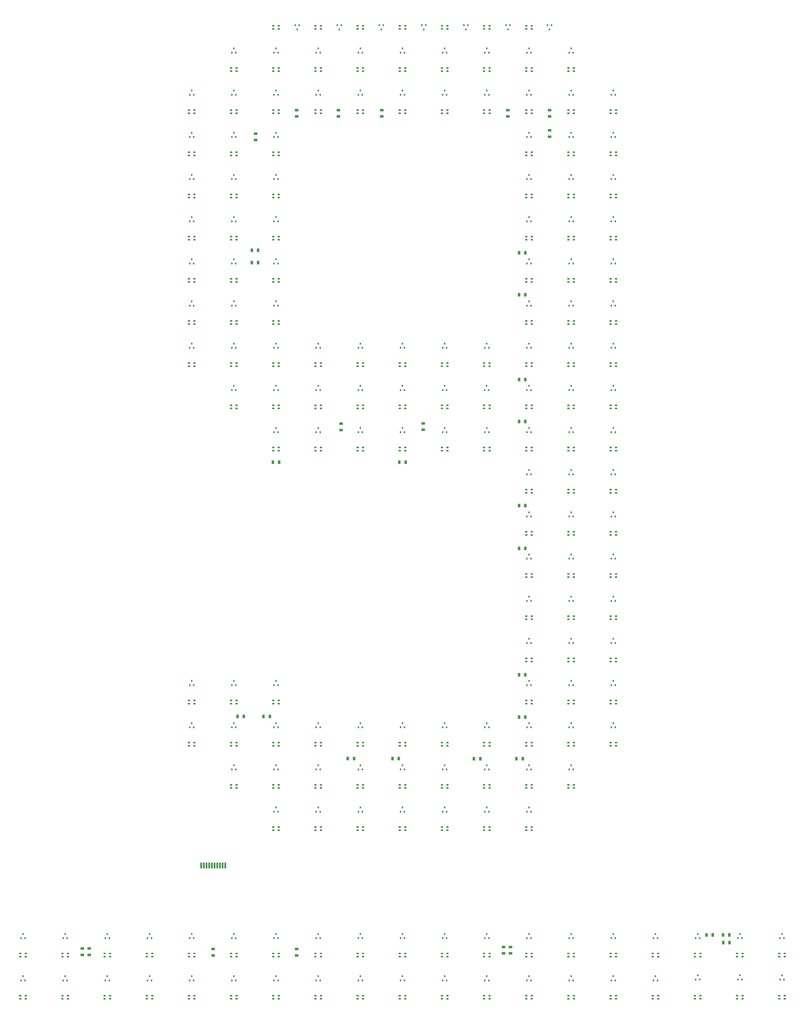
<source format=gtp>
%FSTAX44Y44*%
%MOMM*%
%SFA1B1*%

%IPPOS*%
%AMD10*
4,1,8,-0.459740,-0.873760,0.459740,-0.873760,0.551180,-0.784860,0.551180,0.784860,0.459740,0.873760,-0.459740,0.873760,-0.551180,0.784860,-0.551180,-0.784860,-0.459740,-0.873760,0.0*
1,1,0.180000,-0.459740,-0.784860*
1,1,0.180000,0.459740,-0.784860*
1,1,0.180000,0.459740,0.784860*
1,1,0.180000,-0.459740,0.784860*
%
%AMD12*
4,1,8,0.299720,0.424180,-0.299720,0.424180,-0.375920,0.350520,-0.375920,-0.350520,-0.299720,-0.424180,0.299720,-0.424180,0.375920,-0.350520,0.375920,0.350520,0.299720,0.424180,0.0*
1,1,0.150000,0.299720,0.350520*
1,1,0.150000,-0.299720,0.350520*
1,1,0.150000,-0.299720,-0.350520*
1,1,0.150000,0.299720,-0.350520*
%
%AMD13*
4,1,8,-0.873760,0.459740,-0.873760,-0.459740,-0.784860,-0.551180,0.784860,-0.551180,0.873760,-0.459740,0.873760,0.459740,0.784860,0.551180,-0.784860,0.551180,-0.873760,0.459740,0.0*
1,1,0.180000,-0.784860,0.459740*
1,1,0.180000,-0.784860,-0.459740*
1,1,0.180000,0.784860,-0.459740*
1,1,0.180000,0.784860,0.459740*
%
G04~CAMADD=10~8~0.0~0.0~433.1~689.0~35.4~0.0~15~0.0~0.0~0.0~0.0~0~0.0~0.0~0.0~0.0~0~0.0~0.0~0.0~180.0~434.0~689.0*
%ADD10D10*%
%ADD11O,0.909998X2.949994*%
G04~CAMADD=12~8~0.0~0.0~295.3~334.6~29.5~0.0~15~0.0~0.0~0.0~0.0~0~0.0~0.0~0.0~0.0~0~0.0~0.0~0.0~0.0~295.3~334.6*
%ADD12D12*%
G04~CAMADD=13~8~0.0~0.0~433.1~689.0~35.4~0.0~15~0.0~0.0~0.0~0.0~0~0.0~0.0~0.0~0.0~0~0.0~0.0~0.0~90.0~690.0~433.0*
%ADD13D13*%
%LNled_fix910_rd_2000278_(4f00223a_7p00493a)-1*%
%LPD*%
G36*
X02617106Y0493614D02*
X02617726Y04935726D01*
X0261814Y04935106*
X02618286Y04934374*
Y04930624*
X0261814Y04929892*
X02617726Y04929272*
X02617106Y04928858*
X02616374Y04928712*
X02609624*
X02608893Y04928858*
X02608272Y04929272*
X02607858Y04929892*
X02607712Y04930624*
Y04934374*
X02607858Y04935106*
X02608272Y04935726*
X02608893Y0493614*
X02609624Y04936286*
X02616374*
X02617106Y0493614*
G37*
G36*
X02591106D02*
X02591726Y04935726D01*
X0259214Y04935106*
X02592286Y04934374*
Y04930624*
X0259214Y04929892*
X02591726Y04929272*
X02591106Y04928858*
X02590374Y04928712*
X02583624*
X02582893Y04928858*
X02582272Y04929272*
X02581858Y04929892*
X02581712Y04930624*
Y04934374*
X02581858Y04935106*
X02582272Y04935726*
X02582893Y0493614*
X02583624Y04936286*
X02590374*
X02591106Y0493614*
G37*
G36*
X02417106D02*
X02417726Y04935726D01*
X0241814Y04935106*
X02418286Y04934374*
Y04930624*
X0241814Y04929892*
X02417726Y04929272*
X02417106Y04928858*
X02416374Y04928712*
X02409624*
X02408893Y04928858*
X02408272Y04929272*
X02407858Y04929892*
X02407712Y04930624*
Y04934374*
X02407858Y04935106*
X02408272Y04935726*
X02408893Y0493614*
X02409624Y04936286*
X02416374*
X02417106Y0493614*
G37*
G36*
X02391106D02*
X02391726Y04935726D01*
X0239214Y04935106*
X02392286Y04934374*
Y04930624*
X0239214Y04929892*
X02391726Y04929272*
X02391106Y04928858*
X02390374Y04928712*
X02383624*
X02382893Y04928858*
X02382272Y04929272*
X02381858Y04929892*
X02381712Y04930624*
Y04934374*
X02381858Y04935106*
X02382272Y04935726*
X02382893Y0493614*
X02383624Y04936286*
X02390374*
X02391106Y0493614*
G37*
G36*
X02217106D02*
X02217726Y04935726D01*
X0221814Y04935106*
X02218286Y04934374*
Y04930624*
X0221814Y04929892*
X02217726Y04929272*
X02217106Y04928858*
X02216374Y04928712*
X02209624*
X02208893Y04928858*
X02208272Y04929272*
X02207858Y04929892*
X02207712Y04930624*
Y04934374*
X02207858Y04935106*
X02208272Y04935726*
X02208893Y0493614*
X02209624Y04936286*
X02216374*
X02217106Y0493614*
G37*
G36*
X02191106D02*
X02191726Y04935726D01*
X0219214Y04935106*
X02192286Y04934374*
Y04930624*
X0219214Y04929892*
X02191726Y04929272*
X02191106Y04928858*
X02190374Y04928712*
X02183624*
X02182893Y04928858*
X02182272Y04929272*
X02181858Y04929892*
X02181712Y04930624*
Y04934374*
X02181858Y04935106*
X02182272Y04935726*
X02182893Y0493614*
X02183624Y04936286*
X02190374*
X02191106Y0493614*
G37*
G36*
X02017106D02*
X02017726Y04935726D01*
X0201814Y04935106*
X02018286Y04934374*
Y04930624*
X0201814Y04929892*
X02017726Y04929272*
X02017106Y04928858*
X02016374Y04928712*
X02009624*
X02008893Y04928858*
X02008272Y04929272*
X02007858Y04929892*
X02007712Y04930624*
Y04934374*
X02007858Y04935106*
X02008272Y04935726*
X02008893Y0493614*
X02009624Y04936286*
X02016374*
X02017106Y0493614*
G37*
G36*
X01991106D02*
X01991726Y04935726D01*
X0199214Y04935106*
X01992286Y04934374*
Y04930624*
X0199214Y04929892*
X01991726Y04929272*
X01991106Y04928858*
X01990374Y04928712*
X01983624*
X01982893Y04928858*
X01982272Y04929272*
X01981858Y04929892*
X01981712Y04930624*
Y04934374*
X01981858Y04935106*
X01982272Y04935726*
X01982893Y0493614*
X01983624Y04936286*
X01990374*
X01991106Y0493614*
G37*
G36*
X01817106D02*
X01817726Y04935726D01*
X0181814Y04935106*
X01818286Y04934374*
Y04930624*
X0181814Y04929892*
X01817726Y04929272*
X01817106Y04928858*
X01816374Y04928712*
X01809624*
X01808893Y04928858*
X01808272Y04929272*
X01807858Y04929892*
X01807712Y04930624*
Y04934374*
X01807858Y04935106*
X01808272Y04935726*
X01808893Y0493614*
X01809624Y04936286*
X01816374*
X01817106Y0493614*
G37*
G36*
X01791106D02*
X01791726Y04935726D01*
X0179214Y04935106*
X01792286Y04934374*
Y04930624*
X0179214Y04929892*
X01791726Y04929272*
X01791106Y04928858*
X01790374Y04928712*
X01783624*
X01782893Y04928858*
X01782272Y04929272*
X01781858Y04929892*
X01781712Y04930624*
Y04934374*
X01781858Y04935106*
X01782272Y04935726*
X01782893Y0493614*
X01783624Y04936286*
X01790374*
X01791106Y0493614*
G37*
G36*
X01617106D02*
X01617726Y04935726D01*
X0161814Y04935106*
X01618286Y04934374*
Y04930624*
X0161814Y04929892*
X01617726Y04929272*
X01617106Y04928858*
X01616374Y04928712*
X01609624*
X01608893Y04928858*
X01608272Y04929272*
X01607858Y04929892*
X01607712Y04930624*
Y04934374*
X01607858Y04935106*
X01608272Y04935726*
X01608893Y0493614*
X01609624Y04936286*
X01616374*
X01617106Y0493614*
G37*
G36*
X01591106D02*
X01591726Y04935726D01*
X0159214Y04935106*
X01592286Y04934374*
Y04930624*
X0159214Y04929892*
X01591726Y04929272*
X01591106Y04928858*
X01590374Y04928712*
X01583624*
X01582893Y04928858*
X01582272Y04929272*
X01581858Y04929892*
X01581712Y04930624*
Y04934374*
X01581858Y04935106*
X01582272Y04935726*
X01582893Y0493614*
X01583624Y04936286*
X01590374*
X01591106Y0493614*
G37*
G36*
X01417106D02*
X01417726Y04935726D01*
X0141814Y04935106*
X01418286Y04934374*
Y04930624*
X0141814Y04929892*
X01417726Y04929272*
X01417106Y04928858*
X01416374Y04928712*
X01409624*
X01408893Y04928858*
X01408272Y04929272*
X01407858Y04929892*
X01407712Y04930624*
Y04934374*
X01407858Y04935106*
X01408272Y04935726*
X01408893Y0493614*
X01409624Y04936286*
X01416374*
X01417106Y0493614*
G37*
G36*
X01391106D02*
X01391726Y04935726D01*
X0139214Y04935106*
X01392286Y04934374*
Y04930624*
X0139214Y04929892*
X01391726Y04929272*
X01391106Y04928858*
X01390374Y04928712*
X01383624*
X01382893Y04928858*
X01382272Y04929272*
X01381858Y04929892*
X01381712Y04930624*
Y04934374*
X01381858Y04935106*
X01382272Y04935726*
X01382893Y0493614*
X01383624Y04936286*
X01390374*
X01391106Y0493614*
G37*
G36*
X02617106Y0492114D02*
X02617726Y04920726D01*
X0261814Y04920107*
X02618286Y04919374*
Y04915624*
X0261814Y04914892*
X02617726Y04914272*
X02617106Y04913858*
X02616374Y04913712*
X02609624*
X02608893Y04913858*
X02608272Y04914272*
X02607858Y04914892*
X02607712Y04915624*
Y04919374*
X02607858Y04920107*
X02608272Y04920726*
X02608893Y0492114*
X02609624Y04921286*
X02616374*
X02617106Y0492114*
G37*
G36*
X02591106D02*
X02591726Y04920726D01*
X0259214Y04920107*
X02592286Y04919374*
Y04915624*
X0259214Y04914892*
X02591726Y04914272*
X02591106Y04913858*
X02590374Y04913712*
X02583624*
X02582893Y04913858*
X02582272Y04914272*
X02581858Y04914892*
X02581712Y04915624*
Y04919374*
X02581858Y04920107*
X02582272Y04920726*
X02582893Y0492114*
X02583624Y04921286*
X02590374*
X02591106Y0492114*
G37*
G36*
X02417106D02*
X02417726Y04920726D01*
X0241814Y04920107*
X02418286Y04919374*
Y04915624*
X0241814Y04914892*
X02417726Y04914272*
X02417106Y04913858*
X02416374Y04913712*
X02409624*
X02408893Y04913858*
X02408272Y04914272*
X02407858Y04914892*
X02407712Y04915624*
Y04919374*
X02407858Y04920107*
X02408272Y04920726*
X02408893Y0492114*
X02409624Y04921286*
X02416374*
X02417106Y0492114*
G37*
G36*
X02391106D02*
X02391726Y04920726D01*
X0239214Y04920107*
X02392286Y04919374*
Y04915624*
X0239214Y04914892*
X02391726Y04914272*
X02391106Y04913858*
X02390374Y04913712*
X02383624*
X02382893Y04913858*
X02382272Y04914272*
X02381858Y04914892*
X02381712Y04915624*
Y04919374*
X02381858Y04920107*
X02382272Y04920726*
X02382893Y0492114*
X02383624Y04921286*
X02390374*
X02391106Y0492114*
G37*
G36*
X02217106D02*
X02217726Y04920726D01*
X0221814Y04920107*
X02218286Y04919374*
Y04915624*
X0221814Y04914892*
X02217726Y04914272*
X02217106Y04913858*
X02216374Y04913712*
X02209624*
X02208893Y04913858*
X02208272Y04914272*
X02207858Y04914892*
X02207712Y04915624*
Y04919374*
X02207858Y04920107*
X02208272Y04920726*
X02208893Y0492114*
X02209624Y04921286*
X02216374*
X02217106Y0492114*
G37*
G36*
X02191106D02*
X02191726Y04920726D01*
X0219214Y04920107*
X02192286Y04919374*
Y04915624*
X0219214Y04914892*
X02191726Y04914272*
X02191106Y04913858*
X02190374Y04913712*
X02183624*
X02182893Y04913858*
X02182272Y04914272*
X02181858Y04914892*
X02181712Y04915624*
Y04919374*
X02181858Y04920107*
X02182272Y04920726*
X02182893Y0492114*
X02183624Y04921286*
X02190374*
X02191106Y0492114*
G37*
G36*
X02017106D02*
X02017726Y04920726D01*
X0201814Y04920107*
X02018286Y04919374*
Y04915624*
X0201814Y04914892*
X02017726Y04914272*
X02017106Y04913858*
X02016374Y04913712*
X02009624*
X02008893Y04913858*
X02008272Y04914272*
X02007858Y04914892*
X02007712Y04915624*
Y04919374*
X02007858Y04920107*
X02008272Y04920726*
X02008893Y0492114*
X02009624Y04921286*
X02016374*
X02017106Y0492114*
G37*
G36*
X01991106D02*
X01991726Y04920726D01*
X0199214Y04920107*
X01992286Y04919374*
Y04915624*
X0199214Y04914892*
X01991726Y04914272*
X01991106Y04913858*
X01990374Y04913712*
X01983624*
X01982893Y04913858*
X01982272Y04914272*
X01981858Y04914892*
X01981712Y04915624*
Y04919374*
X01981858Y04920107*
X01982272Y04920726*
X01982893Y0492114*
X01983624Y04921286*
X01990374*
X01991106Y0492114*
G37*
G36*
X01817106D02*
X01817726Y04920726D01*
X0181814Y04920107*
X01818286Y04919374*
Y04915624*
X0181814Y04914892*
X01817726Y04914272*
X01817106Y04913858*
X01816374Y04913712*
X01809624*
X01808893Y04913858*
X01808272Y04914272*
X01807858Y04914892*
X01807712Y04915624*
Y04919374*
X01807858Y04920107*
X01808272Y04920726*
X01808893Y0492114*
X01809624Y04921286*
X01816374*
X01817106Y0492114*
G37*
G36*
X01791106D02*
X01791726Y04920726D01*
X0179214Y04920107*
X01792286Y04919374*
Y04915624*
X0179214Y04914892*
X01791726Y04914272*
X01791106Y04913858*
X01790374Y04913712*
X01783624*
X01782893Y04913858*
X01782272Y04914272*
X01781858Y04914892*
X01781712Y04915624*
Y04919374*
X01781858Y04920107*
X01782272Y04920726*
X01782893Y0492114*
X01783624Y04921286*
X01790374*
X01791106Y0492114*
G37*
G36*
X01617106D02*
X01617726Y04920726D01*
X0161814Y04920107*
X01618286Y04919374*
Y04915624*
X0161814Y04914892*
X01617726Y04914272*
X01617106Y04913858*
X01616374Y04913712*
X01609624*
X01608893Y04913858*
X01608272Y04914272*
X01607858Y04914892*
X01607712Y04915624*
Y04919374*
X01607858Y04920107*
X01608272Y04920726*
X01608893Y0492114*
X01609624Y04921286*
X01616374*
X01617106Y0492114*
G37*
G36*
X01591106D02*
X01591726Y04920726D01*
X0159214Y04920107*
X01592286Y04919374*
Y04915624*
X0159214Y04914892*
X01591726Y04914272*
X01591106Y04913858*
X01590374Y04913712*
X01583624*
X01582893Y04913858*
X01582272Y04914272*
X01581858Y04914892*
X01581712Y04915624*
Y04919374*
X01581858Y04920107*
X01582272Y04920726*
X01582893Y0492114*
X01583624Y04921286*
X01590374*
X01591106Y0492114*
G37*
G36*
X01417106D02*
X01417726Y04920726D01*
X0141814Y04920107*
X01418286Y04919374*
Y04915624*
X0141814Y04914892*
X01417726Y04914272*
X01417106Y04913858*
X01416374Y04913712*
X01409624*
X01408893Y04913858*
X01408272Y04914272*
X01407858Y04914892*
X01407712Y04915624*
Y04919374*
X01407858Y04920107*
X01408272Y04920726*
X01408893Y0492114*
X01409624Y04921286*
X01416374*
X01417106Y0492114*
G37*
G36*
X01391106D02*
X01391726Y04920726D01*
X0139214Y04920107*
X01392286Y04919374*
Y04915624*
X0139214Y04914892*
X01391726Y04914272*
X01391106Y04913858*
X01390374Y04913712*
X01383624*
X01382893Y04913858*
X01382272Y04914272*
X01381858Y04914892*
X01381712Y04915624*
Y04919374*
X01381858Y04920107*
X01382272Y04920726*
X01382893Y0492114*
X01383624Y04921286*
X01390374*
X01391106Y0492114*
G37*
G36*
X02817106Y0473614D02*
X02817726Y04735726D01*
X0281814Y04735106*
X02818286Y04734374*
Y04730624*
X0281814Y04729892*
X02817726Y04729272*
X02817106Y04728858*
X02816374Y04728712*
X02809624*
X02808893Y04728858*
X02808272Y04729272*
X02807858Y04729892*
X02807712Y04730624*
Y04734374*
X02807858Y04735106*
X02808272Y04735726*
X02808893Y0473614*
X02809624Y04736286*
X02816374*
X02817106Y0473614*
G37*
G36*
X02791106D02*
X02791726Y04735726D01*
X0279214Y04735106*
X02792286Y04734374*
Y04730624*
X0279214Y04729892*
X02791726Y04729272*
X02791106Y04728858*
X02790374Y04728712*
X02783624*
X02782893Y04728858*
X02782272Y04729272*
X02781858Y04729892*
X02781712Y04730624*
Y04734374*
X02781858Y04735106*
X02782272Y04735726*
X02782893Y0473614*
X02783624Y04736286*
X02790374*
X02791106Y0473614*
G37*
G36*
X02617106D02*
X02617726Y04735726D01*
X0261814Y04735106*
X02618286Y04734374*
Y04730624*
X0261814Y04729892*
X02617726Y04729272*
X02617106Y04728858*
X02616374Y04728712*
X02609624*
X02608893Y04728858*
X02608272Y04729272*
X02607858Y04729892*
X02607713Y04730624*
Y04734374*
X02607858Y04735106*
X02608272Y04735726*
X02608893Y0473614*
X02609624Y04736286*
X02616374*
X02617106Y0473614*
G37*
G36*
X02591106D02*
X02591726Y04735726D01*
X0259214Y04735106*
X02592286Y04734374*
Y04730624*
X0259214Y04729892*
X02591726Y04729272*
X02591106Y04728858*
X02590374Y04728712*
X02583624*
X02582893Y04728858*
X02582272Y04729272*
X02581858Y04729892*
X02581713Y04730624*
Y04734374*
X02581858Y04735106*
X02582272Y04735726*
X02582893Y0473614*
X02583624Y04736286*
X02590374*
X02591106Y0473614*
G37*
G36*
X02417106D02*
X02417726Y04735726D01*
X0241814Y04735106*
X02418286Y04734374*
Y04730624*
X0241814Y04729892*
X02417726Y04729272*
X02417106Y04728858*
X02416374Y04728712*
X02409624*
X02408893Y04728858*
X02408272Y04729272*
X02407858Y04729892*
X02407712Y04730624*
Y04734374*
X02407858Y04735106*
X02408272Y04735726*
X02408893Y0473614*
X02409624Y04736286*
X02416374*
X02417106Y0473614*
G37*
G36*
X02391106D02*
X02391726Y04735726D01*
X0239214Y04735106*
X02392286Y04734374*
Y04730624*
X0239214Y04729892*
X02391726Y04729272*
X02391106Y04728858*
X02390374Y04728712*
X02383624*
X02382893Y04728858*
X02382272Y04729272*
X02381858Y04729892*
X02381712Y04730624*
Y04734374*
X02381858Y04735106*
X02382272Y04735726*
X02382893Y0473614*
X02383624Y04736286*
X02390374*
X02391106Y0473614*
G37*
G36*
X02217106D02*
X02217726Y04735726D01*
X0221814Y04735106*
X02218286Y04734374*
Y04730624*
X0221814Y04729892*
X02217726Y04729272*
X02217106Y04728858*
X02216374Y04728712*
X02209624*
X02208893Y04728858*
X02208272Y04729272*
X02207858Y04729892*
X02207712Y04730624*
Y04734374*
X02207858Y04735106*
X02208272Y04735726*
X02208893Y0473614*
X02209624Y04736286*
X02216374*
X02217106Y0473614*
G37*
G36*
X02191106D02*
X02191726Y04735726D01*
X0219214Y04735106*
X02192286Y04734374*
Y04730624*
X0219214Y04729892*
X02191726Y04729272*
X02191106Y04728858*
X02190374Y04728712*
X02183624*
X02182893Y04728858*
X02182272Y04729272*
X02181858Y04729892*
X02181712Y04730624*
Y04734374*
X02181858Y04735106*
X02182272Y04735726*
X02182893Y0473614*
X02183624Y04736286*
X02190374*
X02191106Y0473614*
G37*
G36*
X02017106D02*
X02017726Y04735726D01*
X0201814Y04735106*
X02018286Y04734374*
Y04730624*
X0201814Y04729892*
X02017726Y04729272*
X02017106Y04728858*
X02016374Y04728712*
X02009624*
X02008893Y04728858*
X02008272Y04729272*
X02007858Y04729892*
X02007712Y04730624*
Y04734374*
X02007858Y04735106*
X02008272Y04735726*
X02008893Y0473614*
X02009624Y04736286*
X02016374*
X02017106Y0473614*
G37*
G36*
X01991106D02*
X01991726Y04735726D01*
X0199214Y04735106*
X01992286Y04734374*
Y04730624*
X0199214Y04729892*
X01991726Y04729272*
X01991106Y04728858*
X01990374Y04728712*
X01983624*
X01982893Y04728858*
X01982272Y04729272*
X01981858Y04729892*
X01981712Y04730624*
Y04734374*
X01981858Y04735106*
X01982272Y04735726*
X01982893Y0473614*
X01983624Y04736286*
X01990374*
X01991106Y0473614*
G37*
G36*
X01817106D02*
X01817726Y04735726D01*
X0181814Y04735106*
X01818286Y04734374*
Y04730624*
X0181814Y04729892*
X01817726Y04729272*
X01817106Y04728858*
X01816374Y04728712*
X01809624*
X01808893Y04728858*
X01808272Y04729272*
X01807858Y04729892*
X01807712Y04730624*
Y04734374*
X01807858Y04735106*
X01808272Y04735726*
X01808893Y0473614*
X01809624Y04736286*
X01816374*
X01817106Y0473614*
G37*
G36*
X01791106D02*
X01791726Y04735726D01*
X0179214Y04735106*
X01792286Y04734374*
Y04730624*
X0179214Y04729892*
X01791726Y04729272*
X01791106Y04728858*
X01790374Y04728712*
X01783624*
X01782893Y04728858*
X01782272Y04729272*
X01781858Y04729892*
X01781712Y04730624*
Y04734374*
X01781858Y04735106*
X01782272Y04735726*
X01782893Y0473614*
X01783624Y04736286*
X01790374*
X01791106Y0473614*
G37*
G36*
X01617106D02*
X01617726Y04735726D01*
X0161814Y04735106*
X01618286Y04734374*
Y04730624*
X0161814Y04729892*
X01617726Y04729272*
X01617106Y04728858*
X01616374Y04728712*
X01609624*
X01608893Y04728858*
X01608272Y04729272*
X01607858Y04729892*
X01607712Y04730624*
Y04734374*
X01607858Y04735106*
X01608272Y04735726*
X01608893Y0473614*
X01609624Y04736286*
X01616374*
X01617106Y0473614*
G37*
G36*
X01591106D02*
X01591726Y04735726D01*
X0159214Y04735106*
X01592286Y04734374*
Y04730624*
X0159214Y04729892*
X01591726Y04729272*
X01591106Y04728858*
X01590374Y04728712*
X01583624*
X01582893Y04728858*
X01582272Y04729272*
X01581858Y04729892*
X01581712Y04730624*
Y04734374*
X01581858Y04735106*
X01582272Y04735726*
X01582893Y0473614*
X01583624Y04736286*
X01590374*
X01591106Y0473614*
G37*
G36*
X01417106D02*
X01417726Y04735726D01*
X0141814Y04735106*
X01418286Y04734374*
Y04730624*
X0141814Y04729892*
X01417726Y04729272*
X01417106Y04728858*
X01416374Y04728712*
X01409624*
X01408893Y04728858*
X01408272Y04729272*
X01407858Y04729892*
X01407712Y04730624*
Y04734374*
X01407858Y04735106*
X01408272Y04735726*
X01408893Y0473614*
X01409624Y04736286*
X01416374*
X01417106Y0473614*
G37*
G36*
X01391106D02*
X01391726Y04735726D01*
X0139214Y04735106*
X01392286Y04734374*
Y04730624*
X0139214Y04729892*
X01391726Y04729272*
X01391106Y04728858*
X01390374Y04728712*
X01383624*
X01382893Y04728858*
X01382272Y04729272*
X01381858Y04729892*
X01381712Y04730624*
Y04734374*
X01381858Y04735106*
X01382272Y04735726*
X01382893Y0473614*
X01383624Y04736286*
X01390374*
X01391106Y0473614*
G37*
G36*
X01217106D02*
X01217726Y04735726D01*
X0121814Y04735106*
X01218286Y04734374*
Y04730624*
X0121814Y04729892*
X01217726Y04729272*
X01217106Y04728858*
X01216374Y04728712*
X01209624*
X01208893Y04728858*
X01208272Y04729272*
X01207858Y04729892*
X01207712Y04730624*
Y04734374*
X01207858Y04735106*
X01208272Y04735726*
X01208893Y0473614*
X01209624Y04736286*
X01216374*
X01217106Y0473614*
G37*
G36*
X01191106D02*
X01191726Y04735726D01*
X0119214Y04735106*
X01192286Y04734374*
Y04730624*
X0119214Y04729892*
X01191726Y04729272*
X01191106Y04728858*
X01190374Y04728712*
X01183624*
X01182893Y04728858*
X01182272Y04729272*
X01181858Y04729892*
X01181712Y04730624*
Y04734374*
X01181858Y04735106*
X01182272Y04735726*
X01182893Y0473614*
X01183624Y04736286*
X01190374*
X01191106Y0473614*
G37*
G36*
X02817106Y0472114D02*
X02817726Y04720726D01*
X0281814Y04720106*
X02818286Y04719374*
Y04715624*
X0281814Y04714892*
X02817726Y04714272*
X02817106Y04713859*
X02816374Y04713712*
X02809624*
X02808893Y04713859*
X02808272Y04714272*
X02807858Y04714892*
X02807712Y04715624*
Y04719374*
X02807858Y04720106*
X02808272Y04720726*
X02808893Y0472114*
X02809624Y04721286*
X02816374*
X02817106Y0472114*
G37*
G36*
X02791106D02*
X02791726Y04720726D01*
X0279214Y04720106*
X02792286Y04719374*
Y04715624*
X0279214Y04714892*
X02791726Y04714272*
X02791106Y04713859*
X02790374Y04713712*
X02783624*
X02782893Y04713859*
X02782272Y04714272*
X02781858Y04714892*
X02781712Y04715624*
Y04719374*
X02781858Y04720106*
X02782272Y04720726*
X02782893Y0472114*
X02783624Y04721286*
X02790374*
X02791106Y0472114*
G37*
G36*
X02617106D02*
X02617726Y04720726D01*
X0261814Y04720106*
X02618286Y04719374*
Y04715624*
X0261814Y04714892*
X02617726Y04714272*
X02617106Y04713859*
X02616374Y04713712*
X02609624*
X02608893Y04713859*
X02608272Y04714272*
X02607858Y04714892*
X02607713Y04715624*
Y04719374*
X02607858Y04720106*
X02608272Y04720726*
X02608893Y0472114*
X02609624Y04721286*
X02616374*
X02617106Y0472114*
G37*
G36*
X02591106D02*
X02591726Y04720726D01*
X0259214Y04720106*
X02592286Y04719374*
Y04715624*
X0259214Y04714892*
X02591726Y04714272*
X02591106Y04713859*
X02590374Y04713712*
X02583624*
X02582893Y04713859*
X02582272Y04714272*
X02581858Y04714892*
X02581713Y04715624*
Y04719374*
X02581858Y04720106*
X02582272Y04720726*
X02582893Y0472114*
X02583624Y04721286*
X02590374*
X02591106Y0472114*
G37*
G36*
X02417106D02*
X02417726Y04720726D01*
X0241814Y04720106*
X02418286Y04719374*
Y04715624*
X0241814Y04714892*
X02417726Y04714272*
X02417106Y04713859*
X02416374Y04713712*
X02409624*
X02408893Y04713859*
X02408272Y04714272*
X02407858Y04714892*
X02407712Y04715624*
Y04719374*
X02407858Y04720106*
X02408272Y04720726*
X02408893Y0472114*
X02409624Y04721286*
X02416374*
X02417106Y0472114*
G37*
G36*
X02391106D02*
X02391726Y04720726D01*
X0239214Y04720106*
X02392286Y04719374*
Y04715624*
X0239214Y04714892*
X02391726Y04714272*
X02391106Y04713859*
X02390374Y04713712*
X02383624*
X02382893Y04713859*
X02382272Y04714272*
X02381858Y04714892*
X02381712Y04715624*
Y04719374*
X02381858Y04720106*
X02382272Y04720726*
X02382893Y0472114*
X02383624Y04721286*
X02390374*
X02391106Y0472114*
G37*
G36*
X02217106D02*
X02217726Y04720726D01*
X0221814Y04720106*
X02218286Y04719374*
Y04715624*
X0221814Y04714892*
X02217726Y04714272*
X02217106Y04713859*
X02216374Y04713712*
X02209624*
X02208893Y04713859*
X02208272Y04714272*
X02207858Y04714892*
X02207712Y04715624*
Y04719374*
X02207858Y04720106*
X02208272Y04720726*
X02208893Y0472114*
X02209624Y04721286*
X02216374*
X02217106Y0472114*
G37*
G36*
X02191106D02*
X02191726Y04720726D01*
X0219214Y04720106*
X02192286Y04719374*
Y04715624*
X0219214Y04714892*
X02191726Y04714272*
X02191106Y04713859*
X02190374Y04713712*
X02183624*
X02182893Y04713859*
X02182272Y04714272*
X02181858Y04714892*
X02181712Y04715624*
Y04719374*
X02181858Y04720106*
X02182272Y04720726*
X02182893Y0472114*
X02183624Y04721286*
X02190374*
X02191106Y0472114*
G37*
G36*
X02017106D02*
X02017726Y04720726D01*
X0201814Y04720106*
X02018286Y04719374*
Y04715624*
X0201814Y04714892*
X02017726Y04714272*
X02017106Y04713859*
X02016374Y04713712*
X02009624*
X02008893Y04713859*
X02008272Y04714272*
X02007858Y04714892*
X02007712Y04715624*
Y04719374*
X02007858Y04720106*
X02008272Y04720726*
X02008893Y0472114*
X02009624Y04721286*
X02016374*
X02017106Y0472114*
G37*
G36*
X01991106D02*
X01991726Y04720726D01*
X0199214Y04720106*
X01992286Y04719374*
Y04715624*
X0199214Y04714892*
X01991726Y04714272*
X01991106Y04713859*
X01990374Y04713712*
X01983624*
X01982893Y04713859*
X01982272Y04714272*
X01981858Y04714892*
X01981712Y04715624*
Y04719374*
X01981858Y04720106*
X01982272Y04720726*
X01982893Y0472114*
X01983624Y04721286*
X01990374*
X01991106Y0472114*
G37*
G36*
X01817106D02*
X01817726Y04720726D01*
X0181814Y04720106*
X01818286Y04719374*
Y04715624*
X0181814Y04714892*
X01817726Y04714272*
X01817106Y04713859*
X01816374Y04713712*
X01809624*
X01808893Y04713859*
X01808272Y04714272*
X01807858Y04714892*
X01807712Y04715624*
Y04719374*
X01807858Y04720106*
X01808272Y04720726*
X01808893Y0472114*
X01809624Y04721286*
X01816374*
X01817106Y0472114*
G37*
G36*
X01791106D02*
X01791726Y04720726D01*
X0179214Y04720106*
X01792286Y04719374*
Y04715624*
X0179214Y04714892*
X01791726Y04714272*
X01791106Y04713859*
X01790374Y04713712*
X01783624*
X01782893Y04713859*
X01782272Y04714272*
X01781858Y04714892*
X01781712Y04715624*
Y04719374*
X01781858Y04720106*
X01782272Y04720726*
X01782893Y0472114*
X01783624Y04721286*
X01790374*
X01791106Y0472114*
G37*
G36*
X01617106D02*
X01617726Y04720726D01*
X0161814Y04720106*
X01618286Y04719374*
Y04715624*
X0161814Y04714892*
X01617726Y04714272*
X01617106Y04713859*
X01616374Y04713712*
X01609624*
X01608893Y04713859*
X01608272Y04714272*
X01607858Y04714892*
X01607712Y04715624*
Y04719374*
X01607858Y04720106*
X01608272Y04720726*
X01608893Y0472114*
X01609624Y04721286*
X01616374*
X01617106Y0472114*
G37*
G36*
X01591106D02*
X01591726Y04720726D01*
X0159214Y04720106*
X01592286Y04719374*
Y04715624*
X0159214Y04714892*
X01591726Y04714272*
X01591106Y04713859*
X01590374Y04713712*
X01583624*
X01582893Y04713859*
X01582272Y04714272*
X01581858Y04714892*
X01581712Y04715624*
Y04719374*
X01581858Y04720106*
X01582272Y04720726*
X01582893Y0472114*
X01583624Y04721286*
X01590374*
X01591106Y0472114*
G37*
G36*
X01417106D02*
X01417726Y04720726D01*
X0141814Y04720106*
X01418286Y04719374*
Y04715624*
X0141814Y04714892*
X01417726Y04714272*
X01417106Y04713859*
X01416374Y04713712*
X01409624*
X01408893Y04713859*
X01408272Y04714272*
X01407858Y04714892*
X01407712Y04715624*
Y04719374*
X01407858Y04720106*
X01408272Y04720726*
X01408893Y0472114*
X01409624Y04721286*
X01416374*
X01417106Y0472114*
G37*
G36*
X01391106D02*
X01391726Y04720726D01*
X0139214Y04720106*
X01392286Y04719374*
Y04715624*
X0139214Y04714892*
X01391726Y04714272*
X01391106Y04713859*
X01390374Y04713712*
X01383624*
X01382893Y04713859*
X01382272Y04714272*
X01381858Y04714892*
X01381712Y04715624*
Y04719374*
X01381858Y04720106*
X01382272Y04720726*
X01382893Y0472114*
X01383624Y04721286*
X01390374*
X01391106Y0472114*
G37*
G36*
X01217106D02*
X01217726Y04720726D01*
X0121814Y04720106*
X01218286Y04719374*
Y04715624*
X0121814Y04714892*
X01217726Y04714272*
X01217106Y04713859*
X01216374Y04713712*
X01209624*
X01208893Y04713859*
X01208272Y04714272*
X01207858Y04714892*
X01207712Y04715624*
Y04719374*
X01207858Y04720106*
X01208272Y04720726*
X01208893Y0472114*
X01209624Y04721286*
X01216374*
X01217106Y0472114*
G37*
G36*
X01191106D02*
X01191726Y04720726D01*
X0119214Y04720106*
X01192286Y04719374*
Y04715624*
X0119214Y04714892*
X01191726Y04714272*
X01191106Y04713859*
X01190374Y04713712*
X01183624*
X01182893Y04713859*
X01182272Y04714272*
X01181858Y04714892*
X01181712Y04715624*
Y04719374*
X01181858Y04720106*
X01182272Y04720726*
X01182893Y0472114*
X01183624Y04721286*
X01190374*
X01191106Y0472114*
G37*
G36*
X03017106Y0453614D02*
X03017726Y04535726D01*
X0301814Y04535106*
X03018286Y04534374*
Y04530624*
X0301814Y04529892*
X03017726Y04529272*
X03017106Y04528858*
X03016374Y04528712*
X03009624*
X03008893Y04528858*
X03008272Y04529272*
X03007858Y04529892*
X03007712Y04530624*
Y04534374*
X03007858Y04535106*
X03008272Y04535726*
X03008893Y0453614*
X03009624Y04536286*
X03016374*
X03017106Y0453614*
G37*
G36*
X02991106D02*
X02991726Y04535726D01*
X0299214Y04535106*
X02992286Y04534374*
Y04530624*
X0299214Y04529892*
X02991726Y04529272*
X02991106Y04528858*
X02990374Y04528712*
X02983624*
X02982893Y04528858*
X02982272Y04529272*
X02981858Y04529892*
X02981712Y04530624*
Y04534374*
X02981858Y04535106*
X02982272Y04535726*
X02982893Y0453614*
X02983624Y04536286*
X02990374*
X02991106Y0453614*
G37*
G36*
X01417106D02*
X01417726Y04535726D01*
X0141814Y04535106*
X01418286Y04534374*
Y04530624*
X0141814Y04529892*
X01417726Y04529272*
X01417106Y04528858*
X01416374Y04528712*
X01409624*
X01408893Y04528858*
X01408272Y04529272*
X01407858Y04529892*
X01407712Y04530624*
Y04534374*
X01407858Y04535106*
X01408272Y04535726*
X01408893Y0453614*
X01409624Y04536286*
X01416374*
X01417106Y0453614*
G37*
G36*
X01391106D02*
X01391726Y04535726D01*
X0139214Y04535106*
X01392286Y04534374*
Y04530624*
X0139214Y04529892*
X01391726Y04529272*
X01391106Y04528858*
X01390374Y04528712*
X01383624*
X01382893Y04528858*
X01382272Y04529272*
X01381858Y04529892*
X01381712Y04530624*
Y04534374*
X01381858Y04535106*
X01382272Y04535726*
X01382893Y0453614*
X01383624Y04536286*
X01390374*
X01391106Y0453614*
G37*
G36*
X02817106D02*
X02817726Y04535726D01*
X0281814Y04535106*
X02818286Y04534374*
Y04530624*
X0281814Y04529892*
X02817726Y04529272*
X02817106Y04528858*
X02816374Y04528712*
X02809624*
X02808893Y04528858*
X02808272Y04529272*
X02807858Y04529892*
X02807712Y04530624*
Y04534374*
X02807858Y04535106*
X02808272Y04535726*
X02808893Y0453614*
X02809624Y04536286*
X02816374*
X02817106Y0453614*
G37*
G36*
X02791106D02*
X02791726Y04535726D01*
X0279214Y04535106*
X02792286Y04534374*
Y04530624*
X0279214Y04529892*
X02791726Y04529272*
X02791106Y04528858*
X02790374Y04528712*
X02783624*
X02782893Y04528858*
X02782272Y04529272*
X02781858Y04529892*
X02781712Y04530624*
Y04534374*
X02781858Y04535106*
X02782272Y04535726*
X02782893Y0453614*
X02783624Y04536286*
X02790374*
X02791106Y0453614*
G37*
G36*
X02617106D02*
X02617726Y04535726D01*
X0261814Y04535106*
X02618286Y04534374*
Y04530624*
X0261814Y04529892*
X02617726Y04529272*
X02617106Y04528858*
X02616374Y04528712*
X02609624*
X02608893Y04528858*
X02608272Y04529272*
X02607858Y04529892*
X02607713Y04530624*
Y04534374*
X02607858Y04535106*
X02608272Y04535726*
X02608893Y0453614*
X02609624Y04536286*
X02616374*
X02617106Y0453614*
G37*
G36*
X02591106D02*
X02591726Y04535726D01*
X0259214Y04535106*
X02592286Y04534374*
Y04530624*
X0259214Y04529892*
X02591726Y04529272*
X02591106Y04528858*
X02590374Y04528712*
X02583624*
X02582893Y04528858*
X02582272Y04529272*
X02581858Y04529892*
X02581713Y04530624*
Y04534374*
X02581858Y04535106*
X02582272Y04535726*
X02582893Y0453614*
X02583624Y04536286*
X02590374*
X02591106Y0453614*
G37*
G36*
X02417106D02*
X02417726Y04535726D01*
X0241814Y04535106*
X02418286Y04534374*
Y04530624*
X0241814Y04529892*
X02417726Y04529272*
X02417106Y04528858*
X02416374Y04528712*
X02409624*
X02408893Y04528858*
X02408272Y04529272*
X02407858Y04529892*
X02407712Y04530624*
Y04534374*
X02407858Y04535106*
X02408272Y04535726*
X02408893Y0453614*
X02409624Y04536286*
X02416374*
X02417106Y0453614*
G37*
G36*
X02391106D02*
X02391726Y04535726D01*
X0239214Y04535106*
X02392286Y04534374*
Y04530624*
X0239214Y04529892*
X02391726Y04529272*
X02391106Y04528858*
X02390374Y04528712*
X02383624*
X02382893Y04528858*
X02382272Y04529272*
X02381858Y04529892*
X02381712Y04530624*
Y04534374*
X02381858Y04535106*
X02382272Y04535726*
X02382893Y0453614*
X02383624Y04536286*
X02390374*
X02391106Y0453614*
G37*
G36*
X02217106D02*
X02217726Y04535726D01*
X0221814Y04535106*
X02218286Y04534374*
Y04530624*
X0221814Y04529892*
X02217726Y04529272*
X02217106Y04528858*
X02216374Y04528712*
X02209624*
X02208893Y04528858*
X02208272Y04529272*
X02207858Y04529892*
X02207712Y04530624*
Y04534374*
X02207858Y04535106*
X02208272Y04535726*
X02208893Y0453614*
X02209624Y04536286*
X02216374*
X02217106Y0453614*
G37*
G36*
X02191106D02*
X02191726Y04535726D01*
X0219214Y04535106*
X02192286Y04534374*
Y04530624*
X0219214Y04529892*
X02191726Y04529272*
X02191106Y04528858*
X02190374Y04528712*
X02183624*
X02182893Y04528858*
X02182272Y04529272*
X02181858Y04529892*
X02181712Y04530624*
Y04534374*
X02181858Y04535106*
X02182272Y04535726*
X02182893Y0453614*
X02183624Y04536286*
X02190374*
X02191106Y0453614*
G37*
G36*
X02017106D02*
X02017726Y04535726D01*
X0201814Y04535106*
X02018286Y04534374*
Y04530624*
X0201814Y04529892*
X02017726Y04529272*
X02017106Y04528858*
X02016374Y04528712*
X02009624*
X02008893Y04528858*
X02008272Y04529272*
X02007858Y04529892*
X02007712Y04530624*
Y04534374*
X02007858Y04535106*
X02008272Y04535726*
X02008893Y0453614*
X02009624Y04536286*
X02016374*
X02017106Y0453614*
G37*
G36*
X01991106D02*
X01991726Y04535726D01*
X0199214Y04535106*
X01992286Y04534374*
Y04530624*
X0199214Y04529892*
X01991726Y04529272*
X01991106Y04528858*
X01990374Y04528712*
X01983624*
X01982893Y04528858*
X01982272Y04529272*
X01981858Y04529892*
X01981712Y04530624*
Y04534374*
X01981858Y04535106*
X01982272Y04535726*
X01982893Y0453614*
X01983624Y04536286*
X01990374*
X01991106Y0453614*
G37*
G36*
X01817106D02*
X01817726Y04535726D01*
X0181814Y04535106*
X01818286Y04534374*
Y04530624*
X0181814Y04529892*
X01817726Y04529272*
X01817106Y04528858*
X01816374Y04528712*
X01809624*
X01808893Y04528858*
X01808272Y04529272*
X01807858Y04529892*
X01807712Y04530624*
Y04534374*
X01807858Y04535106*
X01808272Y04535726*
X01808893Y0453614*
X01809624Y04536286*
X01816374*
X01817106Y0453614*
G37*
G36*
X01791106D02*
X01791726Y04535726D01*
X0179214Y04535106*
X01792286Y04534374*
Y04530624*
X0179214Y04529892*
X01791726Y04529272*
X01791106Y04528858*
X01790374Y04528712*
X01783624*
X01782893Y04528858*
X01782272Y04529272*
X01781858Y04529892*
X01781713Y04530624*
Y04534374*
X01781858Y04535106*
X01782272Y04535726*
X01782893Y0453614*
X01783624Y04536286*
X01790374*
X01791106Y0453614*
G37*
G36*
X01617106D02*
X01617726Y04535726D01*
X0161814Y04535106*
X01618286Y04534374*
Y04530624*
X0161814Y04529892*
X01617726Y04529272*
X01617106Y04528858*
X01616374Y04528712*
X01609624*
X01608893Y04528858*
X01608272Y04529272*
X01607858Y04529892*
X01607712Y04530624*
Y04534374*
X01607858Y04535106*
X01608272Y04535726*
X01608893Y0453614*
X01609624Y04536286*
X01616374*
X01617106Y0453614*
G37*
G36*
X01591106D02*
X01591726Y04535726D01*
X0159214Y04535106*
X01592286Y04534374*
Y04530624*
X0159214Y04529892*
X01591726Y04529272*
X01591106Y04528858*
X01590374Y04528712*
X01583624*
X01582893Y04528858*
X01582272Y04529272*
X01581858Y04529892*
X01581712Y04530624*
Y04534374*
X01581858Y04535106*
X01582272Y04535726*
X01582893Y0453614*
X01583624Y04536286*
X01590374*
X01591106Y0453614*
G37*
G36*
X01217106D02*
X01217726Y04535726D01*
X0121814Y04535106*
X01218286Y04534374*
Y04530624*
X0121814Y04529892*
X01217726Y04529272*
X01217106Y04528858*
X01216374Y04528712*
X01209624*
X01208893Y04528858*
X01208272Y04529272*
X01207858Y04529892*
X01207712Y04530624*
Y04534374*
X01207858Y04535106*
X01208272Y04535726*
X01208893Y0453614*
X01209624Y04536286*
X01216374*
X01217106Y0453614*
G37*
G36*
X01191106D02*
X01191726Y04535726D01*
X0119214Y04535106*
X01192286Y04534374*
Y04530624*
X0119214Y04529892*
X01191726Y04529272*
X01191106Y04528858*
X01190374Y04528712*
X01183624*
X01182893Y04528858*
X01182272Y04529272*
X01181858Y04529892*
X01181712Y04530624*
Y04534374*
X01181858Y04535106*
X01182272Y04535726*
X01182893Y0453614*
X01183624Y04536286*
X01190374*
X01191106Y0453614*
G37*
G36*
X01017106D02*
X01017726Y04535726D01*
X0101814Y04535106*
X01018286Y04534374*
Y04530624*
X0101814Y04529892*
X01017726Y04529272*
X01017106Y04528858*
X01016374Y04528712*
X01009624*
X01008893Y04528858*
X01008272Y04529272*
X01007858Y04529892*
X01007712Y04530624*
Y04534374*
X01007858Y04535106*
X01008272Y04535726*
X01008893Y0453614*
X01009624Y04536286*
X01016374*
X01017106Y0453614*
G37*
G36*
X00991106D02*
X00991726Y04535726D01*
X0099214Y04535106*
X00992286Y04534374*
Y04530624*
X0099214Y04529892*
X00991726Y04529272*
X00991106Y04528858*
X00990374Y04528712*
X00983624*
X00982893Y04528858*
X00982272Y04529272*
X00981858Y04529892*
X00981712Y04530624*
Y04534374*
X00981858Y04535106*
X00982272Y04535726*
X00982893Y0453614*
X00983624Y04536286*
X00990374*
X00991106Y0453614*
G37*
G36*
X03017106Y0452114D02*
X03017726Y04520726D01*
X0301814Y04520106*
X03018286Y04519374*
Y04515624*
X0301814Y04514892*
X03017726Y04514272*
X03017106Y04513858*
X03016374Y04513712*
X03009624*
X03008893Y04513858*
X03008272Y04514272*
X03007858Y04514892*
X03007712Y04515624*
Y04519374*
X03007858Y04520106*
X03008272Y04520726*
X03008893Y0452114*
X03009624Y04521286*
X03016374*
X03017106Y0452114*
G37*
G36*
X02991106D02*
X02991726Y04520726D01*
X0299214Y04520106*
X02992286Y04519374*
Y04515624*
X0299214Y04514892*
X02991726Y04514272*
X02991106Y04513858*
X02990374Y04513712*
X02983624*
X02982893Y04513858*
X02982272Y04514272*
X02981858Y04514892*
X02981712Y04515624*
Y04519374*
X02981858Y04520106*
X02982272Y04520726*
X02982893Y0452114*
X02983624Y04521286*
X02990374*
X02991106Y0452114*
G37*
G36*
X01417106D02*
X01417726Y04520726D01*
X0141814Y04520106*
X01418286Y04519374*
Y04515624*
X0141814Y04514892*
X01417726Y04514272*
X01417106Y04513858*
X01416374Y04513712*
X01409624*
X01408893Y04513858*
X01408272Y04514272*
X01407858Y04514892*
X01407712Y04515624*
Y04519374*
X01407858Y04520106*
X01408272Y04520726*
X01408893Y0452114*
X01409624Y04521286*
X01416374*
X01417106Y0452114*
G37*
G36*
X01391106D02*
X01391726Y04520726D01*
X0139214Y04520106*
X01392286Y04519374*
Y04515624*
X0139214Y04514892*
X01391726Y04514272*
X01391106Y04513858*
X01390374Y04513712*
X01383624*
X01382893Y04513858*
X01382272Y04514272*
X01381858Y04514892*
X01381712Y04515624*
Y04519374*
X01381858Y04520106*
X01382272Y04520726*
X01382893Y0452114*
X01383624Y04521286*
X01390374*
X01391106Y0452114*
G37*
G36*
X02817106D02*
X02817726Y04520726D01*
X0281814Y04520106*
X02818286Y04519374*
Y04515624*
X0281814Y04514892*
X02817726Y04514272*
X02817106Y04513858*
X02816374Y04513712*
X02809624*
X02808893Y04513858*
X02808272Y04514272*
X02807858Y04514892*
X02807712Y04515624*
Y04519374*
X02807858Y04520106*
X02808272Y04520726*
X02808893Y0452114*
X02809624Y04521286*
X02816374*
X02817106Y0452114*
G37*
G36*
X02791106D02*
X02791726Y04520726D01*
X0279214Y04520106*
X02792286Y04519374*
Y04515624*
X0279214Y04514892*
X02791726Y04514272*
X02791106Y04513858*
X02790374Y04513712*
X02783624*
X02782893Y04513858*
X02782272Y04514272*
X02781858Y04514892*
X02781712Y04515624*
Y04519374*
X02781858Y04520106*
X02782272Y04520726*
X02782893Y0452114*
X02783624Y04521286*
X02790374*
X02791106Y0452114*
G37*
G36*
X02617106D02*
X02617726Y04520726D01*
X0261814Y04520106*
X02618286Y04519374*
Y04515624*
X0261814Y04514892*
X02617726Y04514272*
X02617106Y04513858*
X02616374Y04513712*
X02609624*
X02608893Y04513858*
X02608272Y04514272*
X02607858Y04514892*
X02607713Y04515624*
Y04519374*
X02607858Y04520106*
X02608272Y04520726*
X02608893Y0452114*
X02609624Y04521286*
X02616374*
X02617106Y0452114*
G37*
G36*
X02591106D02*
X02591726Y04520726D01*
X0259214Y04520106*
X02592286Y04519374*
Y04515624*
X0259214Y04514892*
X02591726Y04514272*
X02591106Y04513858*
X02590374Y04513712*
X02583624*
X02582893Y04513858*
X02582272Y04514272*
X02581858Y04514892*
X02581713Y04515624*
Y04519374*
X02581858Y04520106*
X02582272Y04520726*
X02582893Y0452114*
X02583624Y04521286*
X02590374*
X02591106Y0452114*
G37*
G36*
X02417106D02*
X02417726Y04520726D01*
X0241814Y04520106*
X02418286Y04519374*
Y04515624*
X0241814Y04514892*
X02417726Y04514272*
X02417106Y04513858*
X02416374Y04513712*
X02409624*
X02408893Y04513858*
X02408272Y04514272*
X02407858Y04514892*
X02407712Y04515624*
Y04519374*
X02407858Y04520106*
X02408272Y04520726*
X02408893Y0452114*
X02409624Y04521286*
X02416374*
X02417106Y0452114*
G37*
G36*
X02391106D02*
X02391726Y04520726D01*
X0239214Y04520106*
X02392286Y04519374*
Y04515624*
X0239214Y04514892*
X02391726Y04514272*
X02391106Y04513858*
X02390374Y04513712*
X02383624*
X02382893Y04513858*
X02382272Y04514272*
X02381858Y04514892*
X02381712Y04515624*
Y04519374*
X02381858Y04520106*
X02382272Y04520726*
X02382893Y0452114*
X02383624Y04521286*
X02390374*
X02391106Y0452114*
G37*
G36*
X02217106D02*
X02217726Y04520726D01*
X0221814Y04520106*
X02218286Y04519374*
Y04515624*
X0221814Y04514892*
X02217726Y04514272*
X02217106Y04513858*
X02216374Y04513712*
X02209624*
X02208893Y04513858*
X02208272Y04514272*
X02207858Y04514892*
X02207712Y04515624*
Y04519374*
X02207858Y04520106*
X02208272Y04520726*
X02208893Y0452114*
X02209624Y04521286*
X02216374*
X02217106Y0452114*
G37*
G36*
X02191106D02*
X02191726Y04520726D01*
X0219214Y04520106*
X02192286Y04519374*
Y04515624*
X0219214Y04514892*
X02191726Y04514272*
X02191106Y04513858*
X02190374Y04513712*
X02183624*
X02182893Y04513858*
X02182272Y04514272*
X02181858Y04514892*
X02181712Y04515624*
Y04519374*
X02181858Y04520106*
X02182272Y04520726*
X02182893Y0452114*
X02183624Y04521286*
X02190374*
X02191106Y0452114*
G37*
G36*
X02017106D02*
X02017726Y04520726D01*
X0201814Y04520106*
X02018286Y04519374*
Y04515624*
X0201814Y04514892*
X02017726Y04514272*
X02017106Y04513858*
X02016374Y04513712*
X02009624*
X02008893Y04513858*
X02008272Y04514272*
X02007858Y04514892*
X02007712Y04515624*
Y04519374*
X02007858Y04520106*
X02008272Y04520726*
X02008893Y0452114*
X02009624Y04521286*
X02016374*
X02017106Y0452114*
G37*
G36*
X01991106D02*
X01991726Y04520726D01*
X0199214Y04520106*
X01992286Y04519374*
Y04515624*
X0199214Y04514892*
X01991726Y04514272*
X01991106Y04513858*
X01990374Y04513712*
X01983624*
X01982893Y04513858*
X01982272Y04514272*
X01981858Y04514892*
X01981712Y04515624*
Y04519374*
X01981858Y04520106*
X01982272Y04520726*
X01982893Y0452114*
X01983624Y04521286*
X01990374*
X01991106Y0452114*
G37*
G36*
X01817106D02*
X01817726Y04520726D01*
X0181814Y04520106*
X01818286Y04519374*
Y04515624*
X0181814Y04514892*
X01817726Y04514272*
X01817106Y04513858*
X01816374Y04513712*
X01809624*
X01808893Y04513858*
X01808272Y04514272*
X01807858Y04514892*
X01807712Y04515624*
Y04519374*
X01807858Y04520106*
X01808272Y04520726*
X01808893Y0452114*
X01809624Y04521286*
X01816374*
X01817106Y0452114*
G37*
G36*
X01791106D02*
X01791726Y04520726D01*
X0179214Y04520106*
X01792286Y04519374*
Y04515624*
X0179214Y04514892*
X01791726Y04514272*
X01791106Y04513858*
X01790374Y04513712*
X01783624*
X01782893Y04513858*
X01782272Y04514272*
X01781858Y04514892*
X01781713Y04515624*
Y04519374*
X01781858Y04520106*
X01782272Y04520726*
X01782893Y0452114*
X01783624Y04521286*
X01790374*
X01791106Y0452114*
G37*
G36*
X01617106D02*
X01617726Y04520726D01*
X0161814Y04520106*
X01618286Y04519374*
Y04515624*
X0161814Y04514892*
X01617726Y04514272*
X01617106Y04513858*
X01616374Y04513712*
X01609624*
X01608893Y04513858*
X01608272Y04514272*
X01607858Y04514892*
X01607712Y04515624*
Y04519374*
X01607858Y04520106*
X01608272Y04520726*
X01608893Y0452114*
X01609624Y04521286*
X01616374*
X01617106Y0452114*
G37*
G36*
X01591106D02*
X01591726Y04520726D01*
X0159214Y04520106*
X01592286Y04519374*
Y04515624*
X0159214Y04514892*
X01591726Y04514272*
X01591106Y04513858*
X01590374Y04513712*
X01583624*
X01582893Y04513858*
X01582272Y04514272*
X01581858Y04514892*
X01581712Y04515624*
Y04519374*
X01581858Y04520106*
X01582272Y04520726*
X01582893Y0452114*
X01583624Y04521286*
X01590374*
X01591106Y0452114*
G37*
G36*
X01217106D02*
X01217726Y04520726D01*
X0121814Y04520106*
X01218286Y04519374*
Y04515624*
X0121814Y04514892*
X01217726Y04514272*
X01217106Y04513858*
X01216374Y04513712*
X01209624*
X01208893Y04513858*
X01208272Y04514272*
X01207858Y04514892*
X01207712Y04515624*
Y04519374*
X01207858Y04520106*
X01208272Y04520726*
X01208893Y0452114*
X01209624Y04521286*
X01216374*
X01217106Y0452114*
G37*
G36*
X01191106D02*
X01191726Y04520726D01*
X0119214Y04520106*
X01192286Y04519374*
Y04515624*
X0119214Y04514892*
X01191726Y04514272*
X01191106Y04513858*
X01190374Y04513712*
X01183624*
X01182893Y04513858*
X01182272Y04514272*
X01181858Y04514892*
X01181712Y04515624*
Y04519374*
X01181858Y04520106*
X01182272Y04520726*
X01182893Y0452114*
X01183624Y04521286*
X01190374*
X01191106Y0452114*
G37*
G36*
X01017106D02*
X01017726Y04520726D01*
X0101814Y04520106*
X01018286Y04519374*
Y04515624*
X0101814Y04514892*
X01017726Y04514272*
X01017106Y04513858*
X01016374Y04513712*
X01009624*
X01008893Y04513858*
X01008272Y04514272*
X01007858Y04514892*
X01007712Y04515624*
Y04519374*
X01007858Y04520106*
X01008272Y04520726*
X01008893Y0452114*
X01009624Y04521286*
X01016374*
X01017106Y0452114*
G37*
G36*
X00991106D02*
X00991726Y04520726D01*
X0099214Y04520106*
X00992286Y04519374*
Y04515624*
X0099214Y04514892*
X00991726Y04514272*
X00991106Y04513858*
X00990374Y04513712*
X00983624*
X00982893Y04513858*
X00982272Y04514272*
X00981858Y04514892*
X00981712Y04515624*
Y04519374*
X00981858Y04520106*
X00982272Y04520726*
X00982893Y0452114*
X00983624Y04521286*
X00990374*
X00991106Y0452114*
G37*
G36*
X01417105Y0433614D02*
X01417726Y04335726D01*
X0141814Y04335106*
X01418285Y04334374*
Y04330624*
X0141814Y04329892*
X01417726Y04329272*
X01417105Y04328858*
X01416374Y04328712*
X01409624*
X01408892Y04328858*
X01408272Y04329272*
X01407858Y04329892*
X01407712Y04330624*
Y04334374*
X01407858Y04335106*
X01408272Y04335726*
X01408892Y0433614*
X01409624Y04336286*
X01416374*
X01417105Y0433614*
G37*
G36*
X01391105D02*
X01391726Y04335726D01*
X0139214Y04335106*
X01392286Y04334374*
Y04330624*
X0139214Y04329892*
X01391726Y04329272*
X01391105Y04328858*
X01390374Y04328712*
X01383624*
X01382892Y04328858*
X01382272Y04329272*
X01381858Y04329892*
X01381712Y04330624*
Y04334374*
X01381858Y04335106*
X01382272Y04335726*
X01382892Y0433614*
X01383624Y04336286*
X01390374*
X01391105Y0433614*
G37*
G36*
X01217105D02*
X01217726Y04335726D01*
X0121814Y04335106*
X01218286Y04334374*
Y04330624*
X0121814Y04329892*
X01217726Y04329272*
X01217105Y04328858*
X01216374Y04328712*
X01209624*
X01208892Y04328858*
X01208272Y04329272*
X01207858Y04329892*
X01207712Y04330624*
Y04334374*
X01207858Y04335106*
X01208272Y04335726*
X01208892Y0433614*
X01209624Y04336286*
X01216374*
X01217105Y0433614*
G37*
G36*
X01191105D02*
X01191726Y04335726D01*
X0119214Y04335106*
X01192286Y04334374*
Y04330624*
X0119214Y04329892*
X01191726Y04329272*
X01191105Y04328858*
X01190374Y04328712*
X01183624*
X01182892Y04328858*
X01182272Y04329272*
X01181858Y04329892*
X01181712Y04330624*
Y04334374*
X01181858Y04335106*
X01182272Y04335726*
X01182892Y0433614*
X01183624Y04336286*
X01190374*
X01191105Y0433614*
G37*
G36*
X03017106D02*
X03017726Y04335726D01*
X0301814Y04335106*
X03018286Y04334374*
Y04330624*
X0301814Y04329892*
X03017726Y04329272*
X03017106Y04328858*
X03016374Y04328712*
X03009624*
X03008893Y04328858*
X03008272Y04329272*
X03007858Y04329892*
X03007712Y04330624*
Y04334374*
X03007858Y04335106*
X03008272Y04335726*
X03008893Y0433614*
X03009624Y04336286*
X03016374*
X03017106Y0433614*
G37*
G36*
X02991106D02*
X02991726Y04335726D01*
X0299214Y04335106*
X02992286Y04334374*
Y04330624*
X0299214Y04329892*
X02991726Y04329272*
X02991106Y04328858*
X02990374Y04328712*
X02983624*
X02982893Y04328858*
X02982272Y04329272*
X02981858Y04329892*
X02981712Y04330624*
Y04334374*
X02981858Y04335106*
X02982272Y04335726*
X02982893Y0433614*
X02983624Y04336286*
X02990374*
X02991106Y0433614*
G37*
G36*
X02817106D02*
X02817726Y04335726D01*
X0281814Y04335106*
X02818286Y04334374*
Y04330624*
X0281814Y04329892*
X02817726Y04329272*
X02817106Y04328858*
X02816374Y04328712*
X02809624*
X02808893Y04328858*
X02808272Y04329272*
X02807858Y04329892*
X02807712Y04330624*
Y04334374*
X02807858Y04335106*
X02808272Y04335726*
X02808893Y0433614*
X02809624Y04336286*
X02816374*
X02817106Y0433614*
G37*
G36*
X02791106D02*
X02791726Y04335726D01*
X0279214Y04335106*
X02792286Y04334374*
Y04330624*
X0279214Y04329892*
X02791726Y04329272*
X02791106Y04328858*
X02790374Y04328712*
X02783624*
X02782893Y04328858*
X02782272Y04329272*
X02781858Y04329892*
X02781712Y04330624*
Y04334374*
X02781858Y04335106*
X02782272Y04335726*
X02782893Y0433614*
X02783624Y04336286*
X02790374*
X02791106Y0433614*
G37*
G36*
X02617105D02*
X02617726Y04335726D01*
X0261814Y04335106*
X02618286Y04334374*
Y04330624*
X0261814Y04329892*
X02617726Y04329272*
X02617105Y04328858*
X02616374Y04328712*
X02609624*
X02608892Y04328858*
X02608272Y04329272*
X02607858Y04329892*
X02607712Y04330624*
Y04334374*
X02607858Y04335106*
X02608272Y04335726*
X02608892Y0433614*
X02609624Y04336286*
X02616374*
X02617105Y0433614*
G37*
G36*
X02591105D02*
X02591726Y04335726D01*
X0259214Y04335106*
X02592286Y04334374*
Y04330624*
X0259214Y04329892*
X02591726Y04329272*
X02591105Y04328858*
X02590374Y04328712*
X02583624*
X02582892Y04328858*
X02582272Y04329272*
X02581858Y04329892*
X02581712Y04330624*
Y04334374*
X02581858Y04335106*
X02582272Y04335726*
X02582892Y0433614*
X02583624Y04336286*
X02590374*
X02591105Y0433614*
G37*
G36*
X01017106D02*
X01017726Y04335726D01*
X0101814Y04335106*
X01018286Y04334374*
Y04330624*
X0101814Y04329892*
X01017726Y04329272*
X01017106Y04328858*
X01016374Y04328712*
X01009624*
X01008893Y04328858*
X01008272Y04329272*
X01007858Y04329892*
X01007712Y04330624*
Y04334374*
X01007858Y04335106*
X01008272Y04335726*
X01008893Y0433614*
X01009624Y04336286*
X01016374*
X01017106Y0433614*
G37*
G36*
X00991106D02*
X00991726Y04335726D01*
X0099214Y04335106*
X00992286Y04334374*
Y04330624*
X0099214Y04329892*
X00991726Y04329272*
X00991106Y04328858*
X00990374Y04328712*
X00983624*
X00982893Y04328858*
X00982272Y04329272*
X00981858Y04329892*
X00981712Y04330624*
Y04334374*
X00981858Y04335106*
X00982272Y04335726*
X00982893Y0433614*
X00983624Y04336286*
X00990374*
X00991106Y0433614*
G37*
G36*
X01416374Y04321286D02*
X01417105Y0432114D01*
X01417726Y04320726*
X0141814Y04320106*
X01418285Y04319374*
Y04315624*
X0141814Y04314892*
X01417726Y04314272*
X01417105Y04313858*
X01416374Y04313712*
X01409624*
X01408892Y04313858*
X01408272Y04314272*
X01407858Y04314892*
X01407712Y04315624*
Y04319374*
X01407858Y04320106*
X01408272Y04320726*
X01408892Y0432114*
X01409624Y04321286*
X01416374*
G37*
G36*
X01391105Y0432114D02*
X01391726Y04320726D01*
X0139214Y04320106*
X01392286Y04319374*
Y04315624*
X0139214Y04314892*
X01391726Y04314272*
X01391105Y04313858*
X01390374Y04313712*
X01383624*
X01382892Y04313858*
X01382272Y04314272*
X01381858Y04314892*
X01381712Y04315624*
Y04319374*
X01381858Y04320106*
X01382272Y04320726*
X01382892Y0432114*
X01383624Y04321286*
X01390374*
X01391105Y0432114*
G37*
G36*
X01216374Y04321286D02*
X01217105Y0432114D01*
X01217726Y04320726*
X0121814Y04320106*
X01218286Y04319374*
Y04315624*
X0121814Y04314892*
X01217726Y04314272*
X01217105Y04313858*
X01216374Y04313712*
X01209624*
X01208892Y04313858*
X01208272Y04314272*
X01207858Y04314892*
X01207712Y04315624*
Y04319374*
X01207858Y04320106*
X01208272Y04320726*
X01208892Y0432114*
X01209624Y04321286*
X01216374*
G37*
G36*
X01191105Y0432114D02*
X01191726Y04320726D01*
X0119214Y04320106*
X01192286Y04319374*
Y04315624*
X0119214Y04314892*
X01191726Y04314272*
X01191105Y04313858*
X01190374Y04313712*
X01183624*
X01182892Y04313858*
X01182272Y04314272*
X01181858Y04314892*
X01181712Y04315624*
Y04319374*
X01181858Y04320106*
X01182272Y04320726*
X01182892Y0432114*
X01183624Y04321286*
X01190374*
X01191105Y0432114*
G37*
G36*
X03017106D02*
X03017726Y04320726D01*
X0301814Y04320106*
X03018286Y04319374*
Y04315624*
X0301814Y04314892*
X03017726Y04314272*
X03017106Y04313858*
X03016374Y04313712*
X03009624*
X03008893Y04313858*
X03008272Y04314272*
X03007858Y04314892*
X03007712Y04315624*
Y04319374*
X03007858Y04320106*
X03008272Y04320726*
X03008893Y0432114*
X03009624Y04321286*
X03016374*
X03017106Y0432114*
G37*
G36*
X02991106D02*
X02991726Y04320726D01*
X0299214Y04320106*
X02992286Y04319374*
Y04315624*
X0299214Y04314892*
X02991726Y04314272*
X02991106Y04313858*
X02990374Y04313712*
X02983624*
X02982893Y04313858*
X02982272Y04314272*
X02981858Y04314892*
X02981712Y04315624*
Y04319374*
X02981858Y04320106*
X02982272Y04320726*
X02982893Y0432114*
X02983624Y04321286*
X02990374*
X02991106Y0432114*
G37*
G36*
X02817106D02*
X02817726Y04320726D01*
X0281814Y04320106*
X02818286Y04319374*
Y04315624*
X0281814Y04314892*
X02817726Y04314272*
X02817106Y04313858*
X02816374Y04313712*
X02809624*
X02808893Y04313858*
X02808272Y04314272*
X02807858Y04314892*
X02807712Y04315624*
Y04319374*
X02807858Y04320106*
X02808272Y04320726*
X02808893Y0432114*
X02809624Y04321286*
X02816374*
X02817106Y0432114*
G37*
G36*
X02791106D02*
X02791726Y04320726D01*
X0279214Y04320106*
X02792286Y04319374*
Y04315624*
X0279214Y04314892*
X02791726Y04314272*
X02791106Y04313858*
X02790374Y04313712*
X02783624*
X02782893Y04313858*
X02782272Y04314272*
X02781858Y04314892*
X02781712Y04315624*
Y04319374*
X02781858Y04320106*
X02782272Y04320726*
X02782893Y0432114*
X02783624Y04321286*
X02790374*
X02791106Y0432114*
G37*
G36*
X02616374Y04321286D02*
X02617105Y0432114D01*
X02617726Y04320726*
X0261814Y04320106*
X02618286Y04319374*
Y04315624*
X0261814Y04314892*
X02617726Y04314272*
X02617105Y04313858*
X02616374Y04313712*
X02609624*
X02608892Y04313858*
X02608272Y04314272*
X02607858Y04314892*
X02607712Y04315624*
Y04319374*
X02607858Y04320106*
X02608272Y04320726*
X02608892Y0432114*
X02609624Y04321286*
X02616374*
G37*
G36*
X02591105Y0432114D02*
X02591726Y04320726D01*
X0259214Y04320106*
X02592286Y04319374*
Y04315624*
X0259214Y04314892*
X02591726Y04314272*
X02591105Y04313858*
X02590374Y04313712*
X02583624*
X02582892Y04313858*
X02582272Y04314272*
X02581858Y04314892*
X02581712Y04315624*
Y04319374*
X02581858Y04320106*
X02582272Y04320726*
X02582892Y0432114*
X02583624Y04321286*
X02590374*
X02591105Y0432114*
G37*
G36*
X01017106D02*
X01017726Y04320726D01*
X0101814Y04320106*
X01018286Y04319374*
Y04315624*
X0101814Y04314892*
X01017726Y04314272*
X01017106Y04313858*
X01016374Y04313712*
X01009624*
X01008893Y04313858*
X01008272Y04314272*
X01007858Y04314892*
X01007712Y04315624*
Y04319374*
X01007858Y04320106*
X01008272Y04320726*
X01008893Y0432114*
X01009624Y04321286*
X01016374*
X01017106Y0432114*
G37*
G36*
X00991106D02*
X00991726Y04320726D01*
X0099214Y04320106*
X00992286Y04319374*
Y04315624*
X0099214Y04314892*
X00991726Y04314272*
X00991106Y04313858*
X00990374Y04313712*
X00983624*
X00982893Y04313858*
X00982272Y04314272*
X00981858Y04314892*
X00981712Y04315624*
Y04319374*
X00981858Y04320106*
X00982272Y04320726*
X00982893Y0432114*
X00983624Y04321286*
X00990374*
X00991106Y0432114*
G37*
G36*
X03017105Y0413614D02*
X03017726Y04135726D01*
X0301814Y04135106*
X03018285Y04134374*
Y04130624*
X0301814Y04129892*
X03017726Y04129272*
X03017105Y04128858*
X03016374Y04128712*
X03009624*
X03008892Y04128858*
X03008272Y04129272*
X03007858Y04129892*
X03007712Y04130624*
Y04134374*
X03007858Y04135106*
X03008272Y04135726*
X03008892Y0413614*
X03009624Y04136286*
X03016374*
X03017105Y0413614*
G37*
G36*
X02991105D02*
X02991726Y04135726D01*
X0299214Y04135106*
X02992285Y04134374*
Y04130624*
X0299214Y04129892*
X02991726Y04129272*
X02991105Y04128858*
X02990374Y04128712*
X02983624*
X02982892Y04128858*
X02982272Y04129272*
X02981858Y04129892*
X02981712Y04130624*
Y04134374*
X02981858Y04135106*
X02982272Y04135726*
X02982892Y0413614*
X02983624Y04136286*
X02990374*
X02991105Y0413614*
G37*
G36*
X02817105D02*
X02817726Y04135726D01*
X0281814Y04135106*
X02818285Y04134374*
Y04130624*
X0281814Y04129892*
X02817726Y04129272*
X02817105Y04128858*
X02816374Y04128712*
X02809624*
X02808892Y04128858*
X02808272Y04129272*
X02807858Y04129892*
X02807712Y04130624*
Y04134374*
X02807858Y04135106*
X02808272Y04135726*
X02808892Y0413614*
X02809624Y04136286*
X02816374*
X02817105Y0413614*
G37*
G36*
X02791105D02*
X02791726Y04135726D01*
X0279214Y04135106*
X02792285Y04134374*
Y04130624*
X0279214Y04129892*
X02791726Y04129272*
X02791105Y04128858*
X02790374Y04128712*
X02783624*
X02782892Y04128858*
X02782272Y04129272*
X02781858Y04129892*
X02781712Y04130624*
Y04134374*
X02781858Y04135106*
X02782272Y04135726*
X02782892Y0413614*
X02783624Y04136286*
X02790374*
X02791105Y0413614*
G37*
G36*
X02617105D02*
X02617726Y04135726D01*
X0261814Y04135106*
X02618285Y04134374*
Y04130624*
X0261814Y04129892*
X02617726Y04129272*
X02617105Y04128858*
X02616374Y04128712*
X02609624*
X02608892Y04128858*
X02608272Y04129272*
X02607858Y04129892*
X02607712Y04130624*
Y04134374*
X02607858Y04135106*
X02608272Y04135726*
X02608892Y0413614*
X02609624Y04136286*
X02616374*
X02617105Y0413614*
G37*
G36*
X02591105D02*
X02591726Y04135726D01*
X0259214Y04135106*
X02592285Y04134374*
Y04130624*
X0259214Y04129892*
X02591726Y04129272*
X02591105Y04128858*
X02590374Y04128712*
X02583624*
X02582892Y04128858*
X02582272Y04129272*
X02581858Y04129892*
X02581712Y04130624*
Y04134374*
X02581858Y04135106*
X02582272Y04135726*
X02582892Y0413614*
X02583624Y04136286*
X02590374*
X02591105Y0413614*
G37*
G36*
X01417105D02*
X01417726Y04135726D01*
X0141814Y04135106*
X01418285Y04134374*
Y04130624*
X0141814Y04129892*
X01417726Y04129272*
X01417105Y04128858*
X01416374Y04128712*
X01409624*
X01408892Y04128858*
X01408272Y04129272*
X01407858Y04129892*
X01407712Y04130624*
Y04134374*
X01407858Y04135106*
X01408272Y04135726*
X01408892Y0413614*
X01409624Y04136286*
X01416374*
X01417105Y0413614*
G37*
G36*
X01391105D02*
X01391726Y04135726D01*
X0139214Y04135106*
X01392286Y04134374*
Y04130624*
X0139214Y04129892*
X01391726Y04129272*
X01391105Y04128858*
X01390374Y04128712*
X01383624*
X01382892Y04128858*
X01382272Y04129272*
X01381858Y04129892*
X01381712Y04130624*
Y04134374*
X01381858Y04135106*
X01382272Y04135726*
X01382892Y0413614*
X01383624Y04136286*
X01390374*
X01391105Y0413614*
G37*
G36*
X01217105D02*
X01217726Y04135726D01*
X0121814Y04135106*
X01218286Y04134374*
Y04130624*
X0121814Y04129892*
X01217726Y04129272*
X01217105Y04128858*
X01216374Y04128712*
X01209624*
X01208892Y04128858*
X01208272Y04129272*
X01207858Y04129892*
X01207712Y04130624*
Y04134374*
X01207858Y04135106*
X01208272Y04135726*
X01208892Y0413614*
X01209624Y04136286*
X01216374*
X01217105Y0413614*
G37*
G36*
X01191105D02*
X01191726Y04135726D01*
X0119214Y04135106*
X01192286Y04134374*
Y04130624*
X0119214Y04129892*
X01191726Y04129272*
X01191105Y04128858*
X01190374Y04128712*
X01183624*
X01182892Y04128858*
X01182272Y04129272*
X01181858Y04129892*
X01181712Y04130624*
Y04134374*
X01181858Y04135106*
X01182272Y04135726*
X01182892Y0413614*
X01183624Y04136286*
X01190374*
X01191105Y0413614*
G37*
G36*
X01017105D02*
X01017726Y04135726D01*
X0101814Y04135106*
X01018286Y04134374*
Y04130624*
X0101814Y04129892*
X01017726Y04129272*
X01017105Y04128858*
X01016374Y04128712*
X01009624*
X01008892Y04128858*
X01008272Y04129272*
X01007858Y04129892*
X01007712Y04130624*
Y04134374*
X01007858Y04135106*
X01008272Y04135726*
X01008892Y0413614*
X01009624Y04136286*
X01016374*
X01017105Y0413614*
G37*
G36*
X00991105D02*
X00991726Y04135726D01*
X0099214Y04135106*
X00992286Y04134374*
Y04130624*
X0099214Y04129892*
X00991726Y04129272*
X00991105Y04128858*
X00990374Y04128712*
X00983624*
X00982892Y04128858*
X00982272Y04129272*
X00981858Y04129892*
X00981712Y04130624*
Y04134374*
X00981858Y04135106*
X00982272Y04135726*
X00982892Y0413614*
X00983624Y04136286*
X00990374*
X00991105Y0413614*
G37*
G36*
X03016374Y04121286D02*
X03017105Y0412114D01*
X03017726Y04120726*
X0301814Y04120106*
X03018285Y04119374*
Y04115624*
X0301814Y04114892*
X03017726Y04114272*
X03017105Y04113858*
X03016374Y04113712*
X03009624*
X03008892Y04113858*
X03008272Y04114272*
X03007858Y04114892*
X03007712Y04115624*
Y04119374*
X03007858Y04120106*
X03008272Y04120726*
X03008892Y0412114*
X03009624Y04121286*
X03016374*
G37*
G36*
X02991105Y0412114D02*
X02991726Y04120726D01*
X0299214Y04120106*
X02992285Y04119374*
Y04115624*
X0299214Y04114892*
X02991726Y04114272*
X02991105Y04113858*
X02990374Y04113712*
X02983624*
X02982892Y04113858*
X02982272Y04114272*
X02981858Y04114892*
X02981712Y04115624*
Y04119374*
X02981858Y04120106*
X02982272Y04120726*
X02982892Y0412114*
X02983624Y04121286*
X02990374*
X02991105Y0412114*
G37*
G36*
X02816374Y04121286D02*
X02817105Y0412114D01*
X02817726Y04120726*
X0281814Y04120106*
X02818285Y04119374*
Y04115624*
X0281814Y04114892*
X02817726Y04114272*
X02817105Y04113858*
X02816374Y04113712*
X02809624*
X02808892Y04113858*
X02808272Y04114272*
X02807858Y04114892*
X02807712Y04115624*
Y04119374*
X02807858Y04120106*
X02808272Y04120726*
X02808892Y0412114*
X02809624Y04121286*
X02816374*
G37*
G36*
X02791105Y0412114D02*
X02791726Y04120726D01*
X0279214Y04120106*
X02792285Y04119374*
Y04115624*
X0279214Y04114892*
X02791726Y04114272*
X02791105Y04113858*
X02790374Y04113712*
X02783624*
X02782892Y04113858*
X02782272Y04114272*
X02781858Y04114892*
X02781712Y04115624*
Y04119374*
X02781858Y04120106*
X02782272Y04120726*
X02782892Y0412114*
X02783624Y04121286*
X02790374*
X02791105Y0412114*
G37*
G36*
X02616374Y04121286D02*
X02617105Y0412114D01*
X02617726Y04120726*
X0261814Y04120106*
X02618285Y04119374*
Y04115624*
X0261814Y04114892*
X02617726Y04114272*
X02617105Y04113858*
X02616374Y04113712*
X02609624*
X02608892Y04113858*
X02608272Y04114272*
X02607858Y04114892*
X02607712Y04115624*
Y04119374*
X02607858Y04120106*
X02608272Y04120726*
X02608892Y0412114*
X02609624Y04121286*
X02616374*
G37*
G36*
X02591105Y0412114D02*
X02591726Y04120726D01*
X0259214Y04120106*
X02592285Y04119374*
Y04115624*
X0259214Y04114892*
X02591726Y04114272*
X02591105Y04113858*
X02590374Y04113712*
X02583624*
X02582892Y04113858*
X02582272Y04114272*
X02581858Y04114892*
X02581712Y04115624*
Y04119374*
X02581858Y04120106*
X02582272Y04120726*
X02582892Y0412114*
X02583624Y04121286*
X02590374*
X02591105Y0412114*
G37*
G36*
X01416374Y04121286D02*
X01417105Y0412114D01*
X01417726Y04120726*
X0141814Y04120106*
X01418285Y04119374*
Y04115624*
X0141814Y04114892*
X01417726Y04114272*
X01417105Y04113858*
X01416374Y04113712*
X01409624*
X01408892Y04113858*
X01408272Y04114272*
X01407858Y04114892*
X01407712Y04115624*
Y04119374*
X01407858Y04120106*
X01408272Y04120726*
X01408892Y0412114*
X01409624Y04121286*
X01416374*
G37*
G36*
X01391105Y0412114D02*
X01391726Y04120726D01*
X0139214Y04120106*
X01392286Y04119374*
Y04115624*
X0139214Y04114892*
X01391726Y04114272*
X01391105Y04113858*
X01390374Y04113712*
X01383624*
X01382892Y04113858*
X01382272Y04114272*
X01381858Y04114892*
X01381712Y04115624*
Y04119374*
X01381858Y04120106*
X01382272Y04120726*
X01382892Y0412114*
X01383624Y04121286*
X01390374*
X01391105Y0412114*
G37*
G36*
X01216374Y04121286D02*
X01217105Y0412114D01*
X01217726Y04120726*
X0121814Y04120106*
X01218286Y04119374*
Y04115624*
X0121814Y04114892*
X01217726Y04114272*
X01217105Y04113858*
X01216374Y04113712*
X01209624*
X01208892Y04113858*
X01208272Y04114272*
X01207858Y04114892*
X01207712Y04115624*
Y04119374*
X01207858Y04120106*
X01208272Y04120726*
X01208892Y0412114*
X01209624Y04121286*
X01216374*
G37*
G36*
X01191105Y0412114D02*
X01191726Y04120726D01*
X0119214Y04120106*
X01192286Y04119374*
Y04115624*
X0119214Y04114892*
X01191726Y04114272*
X01191105Y04113858*
X01190374Y04113712*
X01183624*
X01182892Y04113858*
X01182272Y04114272*
X01181858Y04114892*
X01181712Y04115624*
Y04119374*
X01181858Y04120106*
X01182272Y04120726*
X01182892Y0412114*
X01183624Y04121286*
X01190374*
X01191105Y0412114*
G37*
G36*
X01016374Y04121286D02*
X01017105Y0412114D01*
X01017726Y04120726*
X0101814Y04120106*
X01018286Y04119374*
Y04115624*
X0101814Y04114892*
X01017726Y04114272*
X01017105Y04113858*
X01016374Y04113712*
X01009624*
X01008892Y04113858*
X01008272Y04114272*
X01007858Y04114892*
X01007712Y04115624*
Y04119374*
X01007858Y04120106*
X01008272Y04120726*
X01008892Y0412114*
X01009624Y04121286*
X01016374*
G37*
G36*
X00991105Y0412114D02*
X00991726Y04120726D01*
X0099214Y04120106*
X00992286Y04119374*
Y04115624*
X0099214Y04114892*
X00991726Y04114272*
X00991105Y04113858*
X00990374Y04113712*
X00983624*
X00982892Y04113858*
X00982272Y04114272*
X00981858Y04114892*
X00981712Y04115624*
Y04119374*
X00981858Y04120106*
X00982272Y04120726*
X00982892Y0412114*
X00983624Y04121286*
X00990374*
X00991105Y0412114*
G37*
G36*
X01191105Y0393614D02*
X01191726Y03935726D01*
X0119214Y03935106*
X01192286Y03934374*
Y03930624*
X0119214Y03929892*
X01191726Y03929272*
X01191105Y03928858*
X01190374Y03928712*
X01183624*
X01182892Y03928858*
X01182272Y03929272*
X01181858Y03929892*
X01181712Y03930624*
Y03934374*
X01181858Y03935106*
X01182272Y03935726*
X01182892Y0393614*
X01183624Y03936286*
X01190374*
X01191105Y0393614*
G37*
G36*
X03017105D02*
X03017726Y03935726D01*
X0301814Y03935106*
X03018285Y03934374*
Y03930624*
X0301814Y03929892*
X03017726Y03929272*
X03017105Y03928858*
X03016374Y03928712*
X03009624*
X03008892Y03928858*
X03008272Y03929272*
X03007858Y03929892*
X03007712Y03930624*
Y03934374*
X03007858Y03935106*
X03008272Y03935726*
X03008892Y0393614*
X03009624Y03936286*
X03016374*
X03017105Y0393614*
G37*
G36*
X02991105D02*
X02991726Y03935726D01*
X0299214Y03935106*
X02992285Y03934374*
Y03930624*
X0299214Y03929892*
X02991726Y03929272*
X02991105Y03928858*
X02990374Y03928712*
X02983624*
X02982892Y03928858*
X02982272Y03929272*
X02981858Y03929892*
X02981712Y03930624*
Y03934374*
X02981858Y03935106*
X02982272Y03935726*
X02982892Y0393614*
X02983624Y03936286*
X02990374*
X02991105Y0393614*
G37*
G36*
X02817105D02*
X02817726Y03935726D01*
X0281814Y03935106*
X02818285Y03934374*
Y03930624*
X0281814Y03929892*
X02817726Y03929272*
X02817105Y03928858*
X02816374Y03928712*
X02809624*
X02808892Y03928858*
X02808272Y03929272*
X02807858Y03929892*
X02807712Y03930624*
Y03934374*
X02807858Y03935106*
X02808272Y03935726*
X02808892Y0393614*
X02809624Y03936286*
X02816374*
X02817105Y0393614*
G37*
G36*
X02791105D02*
X02791726Y03935726D01*
X0279214Y03935106*
X02792285Y03934374*
Y03930624*
X0279214Y03929892*
X02791726Y03929272*
X02791105Y03928858*
X02790374Y03928712*
X02783624*
X02782892Y03928858*
X02782272Y03929272*
X02781858Y03929892*
X02781712Y03930624*
Y03934374*
X02781858Y03935106*
X02782272Y03935726*
X02782892Y0393614*
X02783624Y03936286*
X02790374*
X02791105Y0393614*
G37*
G36*
X02617105D02*
X02617726Y03935726D01*
X0261814Y03935106*
X02618286Y03934374*
Y03930624*
X0261814Y03929892*
X02617726Y03929272*
X02617105Y03928858*
X02616374Y03928712*
X02609624*
X02608892Y03928858*
X02608272Y03929272*
X02607858Y03929892*
X02607712Y03930624*
Y03934374*
X02607858Y03935106*
X02608272Y03935726*
X02608892Y0393614*
X02609624Y03936286*
X02616374*
X02617105Y0393614*
G37*
G36*
X02591105D02*
X02591726Y03935726D01*
X0259214Y03935106*
X02592286Y03934374*
Y03930624*
X0259214Y03929892*
X02591726Y03929272*
X02591105Y03928858*
X02590374Y03928712*
X02583624*
X02582892Y03928858*
X02582272Y03929272*
X02581858Y03929892*
X02581712Y03930624*
Y03934374*
X02581858Y03935106*
X02582272Y03935726*
X02582892Y0393614*
X02583624Y03936286*
X02590374*
X02591105Y0393614*
G37*
G36*
X01417105D02*
X01417726Y03935726D01*
X0141814Y03935106*
X01418285Y03934374*
Y03930624*
X0141814Y03929892*
X01417726Y03929272*
X01417105Y03928858*
X01416374Y03928712*
X01409624*
X01408892Y03928858*
X01408272Y03929272*
X01407858Y03929892*
X01407712Y03930624*
Y03934374*
X01407858Y03935106*
X01408272Y03935726*
X01408892Y0393614*
X01409624Y03936286*
X01416374*
X01417105Y0393614*
G37*
G36*
X01391105D02*
X01391726Y03935726D01*
X0139214Y03935106*
X01392286Y03934374*
Y03930624*
X0139214Y03929892*
X01391726Y03929272*
X01391105Y03928858*
X01390374Y03928712*
X01383624*
X01382892Y03928858*
X01382272Y03929272*
X01381858Y03929892*
X01381712Y03930624*
Y03934374*
X01381858Y03935106*
X01382272Y03935726*
X01382892Y0393614*
X01383624Y03936286*
X01390374*
X01391105Y0393614*
G37*
G36*
X01217105D02*
X01217726Y03935726D01*
X0121814Y03935106*
X01218286Y03934374*
Y03930624*
X0121814Y03929892*
X01217726Y03929272*
X01217105Y03928858*
X01216374Y03928712*
X01209624*
X01208892Y03928858*
X01208272Y03929272*
X01207858Y03929892*
X01207712Y03930624*
Y03934374*
X01207858Y03935106*
X01208272Y03935726*
X01208892Y0393614*
X01209624Y03936286*
X01216374*
X01217105Y0393614*
G37*
G36*
X01017105D02*
X01017726Y03935726D01*
X0101814Y03935106*
X01018286Y03934374*
Y03930624*
X0101814Y03929892*
X01017726Y03929272*
X01017105Y03928858*
X01016374Y03928712*
X01009624*
X01008892Y03928858*
X01008272Y03929272*
X01007858Y03929892*
X01007712Y03930624*
Y03934374*
X01007858Y03935106*
X01008272Y03935726*
X01008892Y0393614*
X01009624Y03936286*
X01016374*
X01017105Y0393614*
G37*
G36*
X00991105D02*
X00991726Y03935726D01*
X0099214Y03935106*
X00992286Y03934374*
Y03930624*
X0099214Y03929892*
X00991726Y03929272*
X00991105Y03928858*
X00990374Y03928712*
X00983624*
X00982892Y03928858*
X00982272Y03929272*
X00981858Y03929892*
X00981712Y03930624*
Y03934374*
X00981858Y03935106*
X00982272Y03935726*
X00982892Y0393614*
X00983624Y03936286*
X00990374*
X00991105Y0393614*
G37*
G36*
X03016374Y03921286D02*
X03017105Y0392114D01*
X03017726Y03920726*
X0301814Y03920106*
X03018285Y03919374*
Y03915624*
X0301814Y03914892*
X03017726Y03914272*
X03017105Y03913858*
X03016374Y03913712*
X03009624*
X03008892Y03913858*
X03008272Y03914272*
X03007858Y03914892*
X03007712Y03915624*
Y03919374*
X03007858Y03920106*
X03008272Y03920726*
X03008892Y0392114*
X03009624Y03921286*
X03016374*
G37*
G36*
X02991105Y0392114D02*
X02991726Y03920726D01*
X0299214Y03920106*
X02992285Y03919374*
Y03915624*
X0299214Y03914892*
X02991726Y03914272*
X02991105Y03913858*
X02990374Y03913712*
X02983624*
X02982892Y03913858*
X02982272Y03914272*
X02981858Y03914892*
X02981712Y03915624*
Y03919374*
X02981858Y03920106*
X02982272Y03920726*
X02982892Y0392114*
X02983624Y03921286*
X02990374*
X02991105Y0392114*
G37*
G36*
X02816374Y03921286D02*
X02817105Y0392114D01*
X02817726Y03920726*
X0281814Y03920106*
X02818285Y03919374*
Y03915624*
X0281814Y03914892*
X02817726Y03914272*
X02817105Y03913858*
X02816374Y03913712*
X02809624*
X02808892Y03913858*
X02808272Y03914272*
X02807858Y03914892*
X02807712Y03915624*
Y03919374*
X02807858Y03920106*
X02808272Y03920726*
X02808892Y0392114*
X02809624Y03921286*
X02816374*
G37*
G36*
X02791105Y0392114D02*
X02791726Y03920726D01*
X0279214Y03920106*
X02792285Y03919374*
Y03915624*
X0279214Y03914892*
X02791726Y03914272*
X02791105Y03913858*
X02790374Y03913712*
X02783624*
X02782892Y03913858*
X02782272Y03914272*
X02781858Y03914892*
X02781712Y03915624*
Y03919374*
X02781858Y03920106*
X02782272Y03920726*
X02782892Y0392114*
X02783624Y03921286*
X02790374*
X02791105Y0392114*
G37*
G36*
X02616374Y03921286D02*
X02617105Y0392114D01*
X02617726Y03920726*
X0261814Y03920106*
X02618286Y03919374*
Y03915624*
X0261814Y03914892*
X02617726Y03914272*
X02617105Y03913858*
X02616374Y03913712*
X02609624*
X02608892Y03913858*
X02608272Y03914272*
X02607858Y03914892*
X02607712Y03915624*
Y03919374*
X02607858Y03920106*
X02608272Y03920726*
X02608892Y0392114*
X02609624Y03921286*
X02616374*
G37*
G36*
X02591105Y0392114D02*
X02591726Y03920726D01*
X0259214Y03920106*
X02592286Y03919374*
Y03915624*
X0259214Y03914892*
X02591726Y03914272*
X02591105Y03913858*
X02590374Y03913712*
X02583624*
X02582892Y03913858*
X02582272Y03914272*
X02581858Y03914892*
X02581712Y03915624*
Y03919374*
X02581858Y03920106*
X02582272Y03920726*
X02582892Y0392114*
X02583624Y03921286*
X02590374*
X02591105Y0392114*
G37*
G36*
X01416374Y03921286D02*
X01417105Y0392114D01*
X01417726Y03920726*
X0141814Y03920106*
X01418285Y03919374*
Y03915624*
X0141814Y03914892*
X01417726Y03914272*
X01417105Y03913858*
X01416374Y03913712*
X01409624*
X01408892Y03913858*
X01408272Y03914272*
X01407858Y03914892*
X01407712Y03915624*
Y03919374*
X01407858Y03920106*
X01408272Y03920726*
X01408892Y0392114*
X01409624Y03921286*
X01416374*
G37*
G36*
X01391105Y0392114D02*
X01391726Y03920726D01*
X0139214Y03920106*
X01392286Y03919374*
Y03915624*
X0139214Y03914892*
X01391726Y03914272*
X01391105Y03913858*
X01390374Y03913712*
X01383624*
X01382892Y03913858*
X01382272Y03914272*
X01381858Y03914892*
X01381712Y03915624*
Y03919374*
X01381858Y03920106*
X01382272Y03920726*
X01382892Y0392114*
X01383624Y03921286*
X01390374*
X01391105Y0392114*
G37*
G36*
X01217105D02*
X01217726Y03920726D01*
X0121814Y03920106*
X01218286Y03919374*
Y03915624*
X0121814Y03914892*
X01217726Y03914272*
X01217105Y03913858*
X01216374Y03913712*
X01209624*
X01208892Y03913858*
X01208272Y03914272*
X01207858Y03914892*
X01207712Y03915624*
Y03919374*
X01207858Y03920106*
X01208272Y03920726*
X01208892Y0392114*
X01209624Y03921286*
X01216374*
X01217105Y0392114*
G37*
G36*
X01016374Y03921286D02*
X01017105Y0392114D01*
X01017726Y03920726*
X0101814Y03920106*
X01018286Y03919374*
Y03915624*
X0101814Y03914892*
X01017726Y03914272*
X01017105Y03913858*
X01016374Y03913712*
X01009624*
X01008892Y03913858*
X01008272Y03914272*
X01007858Y03914892*
X01007712Y03915624*
Y03919374*
X01007858Y03920106*
X01008272Y03920726*
X01008892Y0392114*
X01009624Y03921286*
X01016374*
G37*
G36*
X00991105Y0392114D02*
X00991726Y03920726D01*
X0099214Y03920106*
X00992286Y03919374*
Y03915624*
X0099214Y03914892*
X00991726Y03914272*
X00991105Y03913858*
X00990374Y03913712*
X00983624*
X00982892Y03913858*
X00982272Y03914272*
X00981858Y03914892*
X00981712Y03915624*
Y03919374*
X00981858Y03920106*
X00982272Y03920726*
X00982892Y0392114*
X00983624Y03921286*
X00990374*
X00991105Y0392114*
G37*
G36*
X01191105D02*
X01191726Y03920726D01*
X0119214Y03920106*
X01192286Y03919374*
Y03915624*
X0119214Y03914892*
X01191726Y03914272*
X01191105Y03913858*
X01190374Y03913712*
X01183624*
X01182892Y03913858*
X01182272Y03914272*
X01181858Y03914892*
X01181712Y03915624*
Y03919374*
X01181858Y03920106*
X01182272Y03920726*
X01182892Y0392114*
X01183624Y03921286*
X01190374*
X01191105Y0392114*
G37*
G36*
X02617105Y0373614D02*
X02617726Y03735726D01*
X0261814Y03735106*
X02618285Y03734374*
Y03730625*
X0261814Y03729892*
X02617726Y03729272*
X02617105Y03728858*
X02616374Y03728712*
X02609624*
X02608892Y03728858*
X02608272Y03729272*
X02607858Y03729892*
X02607712Y03730625*
Y03734374*
X02607858Y03735106*
X02608272Y03735726*
X02608892Y0373614*
X02609624Y03736286*
X02616374*
X02617105Y0373614*
G37*
G36*
X02591105D02*
X02591726Y03735726D01*
X0259214Y03735106*
X02592285Y03734374*
Y03730625*
X0259214Y03729892*
X02591726Y03729272*
X02591105Y03728858*
X02590374Y03728712*
X02583624*
X02582892Y03728858*
X02582272Y03729272*
X02581858Y03729892*
X02581712Y03730625*
Y03734374*
X02581858Y03735106*
X02582272Y03735726*
X02582892Y0373614*
X02583624Y03736286*
X02590374*
X02591105Y0373614*
G37*
G36*
X03017105D02*
X03017726Y03735726D01*
X0301814Y03735106*
X03018285Y03734374*
Y03730625*
X0301814Y03729892*
X03017726Y03729272*
X03017105Y03728858*
X03016374Y03728712*
X03009624*
X03008892Y03728858*
X03008272Y03729272*
X03007858Y03729892*
X03007712Y03730625*
Y03734374*
X03007858Y03735106*
X03008272Y03735726*
X03008892Y0373614*
X03009624Y03736286*
X03016374*
X03017105Y0373614*
G37*
G36*
X02991105D02*
X02991726Y03735726D01*
X0299214Y03735106*
X02992285Y03734374*
Y03730625*
X0299214Y03729892*
X02991726Y03729272*
X02991105Y03728858*
X02990374Y03728712*
X02983624*
X02982892Y03728858*
X02982272Y03729272*
X02981858Y03729892*
X02981712Y03730625*
Y03734374*
X02981858Y03735106*
X02982272Y03735726*
X02982892Y0373614*
X02983624Y03736286*
X02990374*
X02991105Y0373614*
G37*
G36*
X02817105D02*
X02817726Y03735726D01*
X0281814Y03735106*
X02818285Y03734374*
Y03730625*
X0281814Y03729892*
X02817726Y03729272*
X02817105Y03728858*
X02816374Y03728712*
X02809624*
X02808892Y03728858*
X02808272Y03729272*
X02807858Y03729892*
X02807712Y03730625*
Y03734374*
X02807858Y03735106*
X02808272Y03735726*
X02808892Y0373614*
X02809624Y03736286*
X02816374*
X02817105Y0373614*
G37*
G36*
X02791105D02*
X02791726Y03735726D01*
X0279214Y03735106*
X02792285Y03734374*
Y03730625*
X0279214Y03729892*
X02791726Y03729272*
X02791105Y03728858*
X02790374Y03728712*
X02783624*
X02782892Y03728858*
X02782272Y03729272*
X02781858Y03729892*
X02781712Y03730625*
Y03734374*
X02781858Y03735106*
X02782272Y03735726*
X02782892Y0373614*
X02783624Y03736286*
X02790374*
X02791105Y0373614*
G37*
G36*
X01417105D02*
X01417726Y03735726D01*
X0141814Y03735106*
X01418285Y03734374*
Y03730625*
X0141814Y03729892*
X01417726Y03729272*
X01417105Y03728858*
X01416374Y03728712*
X01409624*
X01408892Y03728858*
X01408272Y03729272*
X01407858Y03729892*
X01407712Y03730625*
Y03734374*
X01407858Y03735106*
X01408272Y03735726*
X01408892Y0373614*
X01409624Y03736286*
X01416374*
X01417105Y0373614*
G37*
G36*
X01391105D02*
X01391726Y03735726D01*
X0139214Y03735106*
X01392286Y03734374*
Y03730625*
X0139214Y03729892*
X01391726Y03729272*
X01391105Y03728858*
X01390374Y03728712*
X01383624*
X01382892Y03728858*
X01382272Y03729272*
X01381858Y03729892*
X01381712Y03730625*
Y03734374*
X01381858Y03735106*
X01382272Y03735726*
X01382892Y0373614*
X01383624Y03736286*
X01390374*
X01391105Y0373614*
G37*
G36*
X01217105D02*
X01217726Y03735726D01*
X0121814Y03735106*
X01218286Y03734374*
Y03730625*
X0121814Y03729892*
X01217726Y03729272*
X01217105Y03728858*
X01216374Y03728712*
X01209624*
X01208892Y03728858*
X01208272Y03729272*
X01207858Y03729892*
X01207712Y03730625*
Y03734374*
X01207858Y03735106*
X01208272Y03735726*
X01208892Y0373614*
X01209624Y03736286*
X01216374*
X01217105Y0373614*
G37*
G36*
X01191105D02*
X01191726Y03735726D01*
X0119214Y03735106*
X01192286Y03734374*
Y03730625*
X0119214Y03729892*
X01191726Y03729272*
X01191105Y03728858*
X01190374Y03728712*
X01183624*
X01182892Y03728858*
X01182272Y03729272*
X01181858Y03729892*
X01181712Y03730625*
Y03734374*
X01181858Y03735106*
X01182272Y03735726*
X01182892Y0373614*
X01183624Y03736286*
X01190374*
X01191105Y0373614*
G37*
G36*
X01017105D02*
X01017726Y03735726D01*
X0101814Y03735106*
X01018286Y03734374*
Y03730625*
X0101814Y03729892*
X01017726Y03729272*
X01017105Y03728858*
X01016374Y03728712*
X01009624*
X01008892Y03728858*
X01008272Y03729272*
X01007858Y03729892*
X01007712Y03730625*
Y03734374*
X01007858Y03735106*
X01008272Y03735726*
X01008892Y0373614*
X01009624Y03736286*
X01016374*
X01017105Y0373614*
G37*
G36*
X00991105D02*
X00991726Y03735726D01*
X0099214Y03735106*
X00992286Y03734374*
Y03730625*
X0099214Y03729892*
X00991726Y03729272*
X00991105Y03728858*
X00990374Y03728712*
X00983624*
X00982892Y03728858*
X00982272Y03729272*
X00981858Y03729892*
X00981712Y03730625*
Y03734374*
X00981858Y03735106*
X00982272Y03735726*
X00982892Y0373614*
X00983624Y03736286*
X00990374*
X00991105Y0373614*
G37*
G36*
X02616374Y03721286D02*
X02617105Y0372114D01*
X02617726Y03720726*
X0261814Y03720106*
X02618285Y03719374*
Y03715624*
X0261814Y03714892*
X02617726Y03714272*
X02617105Y03713858*
X02616374Y03713712*
X02609624*
X02608892Y03713858*
X02608272Y03714272*
X02607858Y03714892*
X02607712Y03715624*
Y03719374*
X02607858Y03720106*
X02608272Y03720726*
X02608892Y0372114*
X02609624Y03721286*
X02616374*
G37*
G36*
X02591105Y0372114D02*
X02591726Y03720726D01*
X0259214Y03720106*
X02592285Y03719374*
Y03715624*
X0259214Y03714892*
X02591726Y03714272*
X02591105Y03713858*
X02590374Y03713712*
X02583624*
X02582892Y03713858*
X02582272Y03714272*
X02581858Y03714892*
X02581712Y03715624*
Y03719374*
X02581858Y03720106*
X02582272Y03720726*
X02582892Y0372114*
X02583624Y03721286*
X02590374*
X02591105Y0372114*
G37*
G36*
X03016374Y03721286D02*
X03017105Y0372114D01*
X03017726Y03720726*
X0301814Y03720106*
X03018285Y03719374*
Y03715624*
X0301814Y03714892*
X03017726Y03714272*
X03017105Y03713858*
X03016374Y03713712*
X03009624*
X03008892Y03713858*
X03008272Y03714272*
X03007858Y03714892*
X03007712Y03715624*
Y03719374*
X03007858Y03720106*
X03008272Y03720726*
X03008892Y0372114*
X03009624Y03721286*
X03016374*
G37*
G36*
X02991105Y0372114D02*
X02991726Y03720726D01*
X0299214Y03720106*
X02992285Y03719374*
Y03715624*
X0299214Y03714892*
X02991726Y03714272*
X02991105Y03713858*
X02990374Y03713712*
X02983624*
X02982892Y03713858*
X02982272Y03714272*
X02981858Y03714892*
X02981712Y03715624*
Y03719374*
X02981858Y03720106*
X02982272Y03720726*
X02982892Y0372114*
X02983624Y03721286*
X02990374*
X02991105Y0372114*
G37*
G36*
X02816374Y03721286D02*
X02817105Y0372114D01*
X02817726Y03720726*
X0281814Y03720106*
X02818285Y03719374*
Y03715624*
X0281814Y03714892*
X02817726Y03714272*
X02817105Y03713858*
X02816374Y03713712*
X02809624*
X02808892Y03713858*
X02808272Y03714272*
X02807858Y03714892*
X02807712Y03715624*
Y03719374*
X02807858Y03720106*
X02808272Y03720726*
X02808892Y0372114*
X02809624Y03721286*
X02816374*
G37*
G36*
X02791105Y0372114D02*
X02791726Y03720726D01*
X0279214Y03720106*
X02792285Y03719374*
Y03715624*
X0279214Y03714892*
X02791726Y03714272*
X02791105Y03713858*
X02790374Y03713712*
X02783624*
X02782892Y03713858*
X02782272Y03714272*
X02781858Y03714892*
X02781712Y03715624*
Y03719374*
X02781858Y03720106*
X02782272Y03720726*
X02782892Y0372114*
X02783624Y03721286*
X02790374*
X02791105Y0372114*
G37*
G36*
X01416374Y03721286D02*
X01417105Y0372114D01*
X01417726Y03720726*
X0141814Y03720106*
X01418285Y03719374*
Y03715624*
X0141814Y03714892*
X01417726Y03714272*
X01417105Y03713858*
X01416374Y03713712*
X01409624*
X01408892Y03713858*
X01408272Y03714272*
X01407858Y03714892*
X01407712Y03715624*
Y03719374*
X01407858Y03720106*
X01408272Y03720726*
X01408892Y0372114*
X01409624Y03721286*
X01416374*
G37*
G36*
X01391105Y0372114D02*
X01391726Y03720726D01*
X0139214Y03720106*
X01392286Y03719374*
Y03715624*
X0139214Y03714892*
X01391726Y03714272*
X01391105Y03713858*
X01390374Y03713712*
X01383624*
X01382892Y03713858*
X01382272Y03714272*
X01381858Y03714892*
X01381712Y03715624*
Y03719374*
X01381858Y03720106*
X01382272Y03720726*
X01382892Y0372114*
X01383624Y03721286*
X01390374*
X01391105Y0372114*
G37*
G36*
X01216374Y03721286D02*
X01217105Y0372114D01*
X01217726Y03720726*
X0121814Y03720106*
X01218286Y03719374*
Y03715624*
X0121814Y03714892*
X01217726Y03714272*
X01217105Y03713858*
X01216374Y03713712*
X01209624*
X01208892Y03713858*
X01208272Y03714272*
X01207858Y03714892*
X01207712Y03715624*
Y03719374*
X01207858Y03720106*
X01208272Y03720726*
X01208892Y0372114*
X01209624Y03721286*
X01216374*
G37*
G36*
X01191105Y0372114D02*
X01191726Y03720726D01*
X0119214Y03720106*
X01192286Y03719374*
Y03715624*
X0119214Y03714892*
X01191726Y03714272*
X01191105Y03713858*
X01190374Y03713712*
X01183624*
X01182892Y03713858*
X01182272Y03714272*
X01181858Y03714892*
X01181712Y03715624*
Y03719374*
X01181858Y03720106*
X01182272Y03720726*
X01182892Y0372114*
X01183624Y03721286*
X01190374*
X01191105Y0372114*
G37*
G36*
X01016374Y03721286D02*
X01017105Y0372114D01*
X01017726Y03720726*
X0101814Y03720106*
X01018286Y03719374*
Y03715624*
X0101814Y03714892*
X01017726Y03714272*
X01017105Y03713858*
X01016374Y03713712*
X01009624*
X01008892Y03713858*
X01008272Y03714272*
X01007858Y03714892*
X01007712Y03715624*
Y03719374*
X01007858Y03720106*
X01008272Y03720726*
X01008892Y0372114*
X01009624Y03721286*
X01016374*
G37*
G36*
X00991105Y0372114D02*
X00991726Y03720726D01*
X0099214Y03720106*
X00992286Y03719374*
Y03715624*
X0099214Y03714892*
X00991726Y03714272*
X00991105Y03713858*
X00990374Y03713712*
X00983624*
X00982892Y03713858*
X00982272Y03714272*
X00981858Y03714892*
X00981712Y03715624*
Y03719374*
X00981858Y03720106*
X00982272Y03720726*
X00982892Y0372114*
X00983624Y03721286*
X00990374*
X00991105Y0372114*
G37*
G36*
X01417105Y0353614D02*
X01417726Y03535726D01*
X0141814Y03535106*
X01418285Y03534374*
Y03530624*
X0141814Y03529892*
X01417726Y03529272*
X01417105Y03528858*
X01416374Y03528712*
X01409624*
X01408892Y03528858*
X01408272Y03529272*
X01407858Y03529892*
X01407712Y03530624*
Y03534374*
X01407858Y03535106*
X01408272Y03535726*
X01408892Y0353614*
X01409624Y03536286*
X01416374*
X01417105Y0353614*
G37*
G36*
X01391105D02*
X01391726Y03535726D01*
X0139214Y03535106*
X01392286Y03534374*
Y03530624*
X0139214Y03529892*
X01391726Y03529272*
X01391105Y03528858*
X01390374Y03528712*
X01383624*
X01382892Y03528858*
X01382272Y03529272*
X01381858Y03529892*
X01381712Y03530624*
Y03534374*
X01381858Y03535106*
X01382272Y03535726*
X01382892Y0353614*
X01383624Y03536286*
X01390374*
X01391105Y0353614*
G37*
G36*
X01217105D02*
X01217726Y03535726D01*
X0121814Y03535106*
X01218286Y03534374*
Y03530624*
X0121814Y03529892*
X01217726Y03529272*
X01217105Y03528858*
X01216374Y03528712*
X01209624*
X01208892Y03528858*
X01208272Y03529272*
X01207858Y03529892*
X01207712Y03530624*
Y03534374*
X01207858Y03535106*
X01208272Y03535726*
X01208892Y0353614*
X01209624Y03536286*
X01216374*
X01217105Y0353614*
G37*
G36*
X01191105D02*
X01191726Y03535726D01*
X0119214Y03535106*
X01192286Y03534374*
Y03530624*
X0119214Y03529892*
X01191726Y03529272*
X01191105Y03528858*
X01190374Y03528712*
X01183624*
X01182892Y03528858*
X01182272Y03529272*
X01181858Y03529892*
X01181712Y03530624*
Y03534374*
X01181858Y03535106*
X01182272Y03535726*
X01182892Y0353614*
X01183624Y03536286*
X01190374*
X01191105Y0353614*
G37*
G36*
X01017105D02*
X01017726Y03535726D01*
X0101814Y03535106*
X01018286Y03534374*
Y03530624*
X0101814Y03529892*
X01017726Y03529272*
X01017105Y03528858*
X01016374Y03528712*
X01009624*
X01008892Y03528858*
X01008272Y03529272*
X01007858Y03529892*
X01007712Y03530624*
Y03534374*
X01007858Y03535106*
X01008272Y03535726*
X01008892Y0353614*
X01009624Y03536286*
X01016374*
X01017105Y0353614*
G37*
G36*
X00991105D02*
X00991726Y03535726D01*
X0099214Y03535106*
X00992286Y03534374*
Y03530624*
X0099214Y03529892*
X00991726Y03529272*
X00991105Y03528858*
X00990374Y03528712*
X00983624*
X00982892Y03528858*
X00982272Y03529272*
X00981858Y03529892*
X00981712Y03530624*
Y03534374*
X00981858Y03535106*
X00982272Y03535726*
X00982892Y0353614*
X00983624Y03536286*
X00990374*
X00991105Y0353614*
G37*
G36*
X03017105D02*
X03017726Y03535726D01*
X0301814Y03535106*
X03018285Y03534374*
Y03530624*
X0301814Y03529892*
X03017726Y03529272*
X03017105Y03528858*
X03016374Y03528712*
X03009624*
X03008892Y03528858*
X03008272Y03529272*
X03007858Y03529892*
X03007712Y03530624*
Y03534374*
X03007858Y03535106*
X03008272Y03535726*
X03008892Y0353614*
X03009624Y03536286*
X03016374*
X03017105Y0353614*
G37*
G36*
X02991105D02*
X02991726Y03535726D01*
X0299214Y03535106*
X02992285Y03534374*
Y03530624*
X0299214Y03529892*
X02991726Y03529272*
X02991105Y03528858*
X02990374Y03528712*
X02983624*
X02982892Y03528858*
X02982272Y03529272*
X02981858Y03529892*
X02981712Y03530624*
Y03534374*
X02981858Y03535106*
X02982272Y03535726*
X02982892Y0353614*
X02983624Y03536286*
X02990374*
X02991105Y0353614*
G37*
G36*
X02817105D02*
X02817726Y03535726D01*
X0281814Y03535106*
X02818285Y03534374*
Y03530624*
X0281814Y03529892*
X02817726Y03529272*
X02817105Y03528858*
X02816374Y03528712*
X02809624*
X02808892Y03528858*
X02808272Y03529272*
X02807858Y03529892*
X02807712Y03530624*
Y03534374*
X02807858Y03535106*
X02808272Y03535726*
X02808892Y0353614*
X02809624Y03536286*
X02816374*
X02817105Y0353614*
G37*
G36*
X02791105D02*
X02791726Y03535726D01*
X0279214Y03535106*
X02792285Y03534374*
Y03530624*
X0279214Y03529892*
X02791726Y03529272*
X02791105Y03528858*
X02790374Y03528712*
X02783624*
X02782892Y03528858*
X02782272Y03529272*
X02781858Y03529892*
X02781712Y03530624*
Y03534374*
X02781858Y03535106*
X02782272Y03535726*
X02782892Y0353614*
X02783624Y03536286*
X02790374*
X02791105Y0353614*
G37*
G36*
X02617105D02*
X02617726Y03535726D01*
X0261814Y03535106*
X02618285Y03534374*
Y03530624*
X0261814Y03529892*
X02617726Y03529272*
X02617105Y03528858*
X02616374Y03528712*
X02609624*
X02608892Y03528858*
X02608272Y03529272*
X02607858Y03529892*
X02607712Y03530624*
Y03534374*
X02607858Y03535106*
X02608272Y03535726*
X02608892Y0353614*
X02609624Y03536286*
X02616374*
X02617105Y0353614*
G37*
G36*
X02591105D02*
X02591726Y03535726D01*
X0259214Y03535106*
X02592285Y03534374*
Y03530624*
X0259214Y03529892*
X02591726Y03529272*
X02591105Y03528858*
X02590374Y03528712*
X02583624*
X02582892Y03528858*
X02582272Y03529272*
X02581858Y03529892*
X02581712Y03530624*
Y03534374*
X02581858Y03535106*
X02582272Y03535726*
X02582892Y0353614*
X02583624Y03536286*
X02590374*
X02591105Y0353614*
G37*
G36*
X01416374Y03521286D02*
X01417105Y0352114D01*
X01417726Y03520726*
X0141814Y03520106*
X01418285Y03519374*
Y03515624*
X0141814Y03514892*
X01417726Y03514272*
X01417105Y03513858*
X01416374Y03513712*
X01409624*
X01408892Y03513858*
X01408272Y03514272*
X01407858Y03514892*
X01407712Y03515624*
Y03519374*
X01407858Y03520106*
X01408272Y03520726*
X01408892Y0352114*
X01409624Y03521286*
X01416374*
G37*
G36*
X01391105Y0352114D02*
X01391726Y03520726D01*
X0139214Y03520106*
X01392286Y03519374*
Y03515624*
X0139214Y03514892*
X01391726Y03514272*
X01391105Y03513858*
X01390374Y03513712*
X01383624*
X01382892Y03513858*
X01382272Y03514272*
X01381858Y03514892*
X01381712Y03515624*
Y03519374*
X01381858Y03520106*
X01382272Y03520726*
X01382892Y0352114*
X01383624Y03521286*
X01390374*
X01391105Y0352114*
G37*
G36*
X01216374Y03521286D02*
X01217105Y0352114D01*
X01217726Y03520726*
X0121814Y03520106*
X01218286Y03519374*
Y03515624*
X0121814Y03514892*
X01217726Y03514272*
X01217105Y03513858*
X01216374Y03513712*
X01209624*
X01208892Y03513858*
X01208272Y03514272*
X01207858Y03514892*
X01207712Y03515624*
Y03519374*
X01207858Y03520106*
X01208272Y03520726*
X01208892Y0352114*
X01209624Y03521286*
X01216374*
G37*
G36*
X01191105Y0352114D02*
X01191726Y03520726D01*
X0119214Y03520106*
X01192286Y03519374*
Y03515624*
X0119214Y03514892*
X01191726Y03514272*
X01191105Y03513858*
X01190374Y03513712*
X01183624*
X01182892Y03513858*
X01182272Y03514272*
X01181858Y03514892*
X01181712Y03515624*
Y03519374*
X01181858Y03520106*
X01182272Y03520726*
X01182892Y0352114*
X01183624Y03521286*
X01190374*
X01191105Y0352114*
G37*
G36*
X01016374Y03521286D02*
X01017105Y0352114D01*
X01017726Y03520726*
X0101814Y03520106*
X01018286Y03519374*
Y03515624*
X0101814Y03514892*
X01017726Y03514272*
X01017105Y03513858*
X01016374Y03513712*
X01009624*
X01008892Y03513858*
X01008272Y03514272*
X01007858Y03514892*
X01007712Y03515624*
Y03519374*
X01007858Y03520106*
X01008272Y03520726*
X01008892Y0352114*
X01009624Y03521286*
X01016374*
G37*
G36*
X00991105Y0352114D02*
X00991726Y03520726D01*
X0099214Y03520106*
X00992286Y03519374*
Y03515624*
X0099214Y03514892*
X00991726Y03514272*
X00991105Y03513858*
X00990374Y03513712*
X00983624*
X00982892Y03513858*
X00982272Y03514272*
X00981858Y03514892*
X00981712Y03515624*
Y03519374*
X00981858Y03520106*
X00982272Y03520726*
X00982892Y0352114*
X00983624Y03521286*
X00990374*
X00991105Y0352114*
G37*
G36*
X03016374Y03521286D02*
X03017105Y0352114D01*
X03017726Y03520726*
X0301814Y03520106*
X03018285Y03519374*
Y03515624*
X0301814Y03514892*
X03017726Y03514272*
X03017105Y03513858*
X03016374Y03513712*
X03009624*
X03008892Y03513858*
X03008272Y03514272*
X03007858Y03514892*
X03007712Y03515624*
Y03519374*
X03007858Y03520106*
X03008272Y03520726*
X03008892Y0352114*
X03009624Y03521286*
X03016374*
G37*
G36*
X02991105Y0352114D02*
X02991726Y03520726D01*
X0299214Y03520106*
X02992285Y03519374*
Y03515624*
X0299214Y03514892*
X02991726Y03514272*
X02991105Y03513858*
X02990374Y03513712*
X02983624*
X02982892Y03513858*
X02982272Y03514272*
X02981858Y03514892*
X02981712Y03515624*
Y03519374*
X02981858Y03520106*
X02982272Y03520726*
X02982892Y0352114*
X02983624Y03521286*
X02990374*
X02991105Y0352114*
G37*
G36*
X02816374Y03521286D02*
X02817105Y0352114D01*
X02817726Y03520726*
X0281814Y03520106*
X02818285Y03519374*
Y03515624*
X0281814Y03514892*
X02817726Y03514272*
X02817105Y03513858*
X02816374Y03513712*
X02809624*
X02808892Y03513858*
X02808272Y03514272*
X02807858Y03514892*
X02807712Y03515624*
Y03519374*
X02807858Y03520106*
X02808272Y03520726*
X02808892Y0352114*
X02809624Y03521286*
X02816374*
G37*
G36*
X02791105Y0352114D02*
X02791726Y03520726D01*
X0279214Y03520106*
X02792285Y03519374*
Y03515624*
X0279214Y03514892*
X02791726Y03514272*
X02791105Y03513858*
X02790374Y03513712*
X02783624*
X02782892Y03513858*
X02782272Y03514272*
X02781858Y03514892*
X02781712Y03515624*
Y03519374*
X02781858Y03520106*
X02782272Y03520726*
X02782892Y0352114*
X02783624Y03521286*
X02790374*
X02791105Y0352114*
G37*
G36*
X02616374Y03521286D02*
X02617105Y0352114D01*
X02617726Y03520726*
X0261814Y03520106*
X02618285Y03519374*
Y03515624*
X0261814Y03514892*
X02617726Y03514272*
X02617105Y03513858*
X02616374Y03513712*
X02609624*
X02608892Y03513858*
X02608272Y03514272*
X02607858Y03514892*
X02607712Y03515624*
Y03519374*
X02607858Y03520106*
X02608272Y03520726*
X02608892Y0352114*
X02609624Y03521286*
X02616374*
G37*
G36*
X02591105Y0352114D02*
X02591726Y03520726D01*
X0259214Y03520106*
X02592285Y03519374*
Y03515624*
X0259214Y03514892*
X02591726Y03514272*
X02591105Y03513858*
X02590374Y03513712*
X02583624*
X02582892Y03513858*
X02582272Y03514272*
X02581858Y03514892*
X02581712Y03515624*
Y03519374*
X02581858Y03520106*
X02582272Y03520726*
X02582892Y0352114*
X02583624Y03521286*
X02590374*
X02591105Y0352114*
G37*
G36*
X03017105Y0333614D02*
X03017726Y03335726D01*
X0301814Y03335106*
X03018286Y03334374*
Y03330624*
X0301814Y03329892*
X03017726Y03329272*
X03017105Y03328858*
X03016374Y03328712*
X03009624*
X03008892Y03328858*
X03008272Y03329272*
X03007858Y03329892*
X03007712Y03330624*
Y03334374*
X03007858Y03335106*
X03008272Y03335726*
X03008892Y0333614*
X03009624Y03336286*
X03016374*
X03017105Y0333614*
G37*
G36*
X02991105D02*
X02991726Y03335726D01*
X0299214Y03335106*
X02992286Y03334374*
Y03330624*
X0299214Y03329892*
X02991726Y03329272*
X02991105Y03328858*
X02990374Y03328712*
X02983624*
X02982892Y03328858*
X02982272Y03329272*
X02981858Y03329892*
X02981712Y03330624*
Y03334374*
X02981858Y03335106*
X02982272Y03335726*
X02982892Y0333614*
X02983624Y03336286*
X02990374*
X02991105Y0333614*
G37*
G36*
X01417105D02*
X01417726Y03335726D01*
X0141814Y03335106*
X01418286Y03334374*
Y03330624*
X0141814Y03329892*
X01417726Y03329272*
X01417105Y03328858*
X01416374Y03328712*
X01409624*
X01408892Y03328858*
X01408272Y03329272*
X01407858Y03329892*
X01407712Y03330624*
Y03334374*
X01407858Y03335106*
X01408272Y03335726*
X01408892Y0333614*
X01409624Y03336286*
X01416374*
X01417105Y0333614*
G37*
G36*
X01391105D02*
X01391726Y03335726D01*
X0139214Y03335106*
X01392286Y03334374*
Y03330624*
X0139214Y03329892*
X01391726Y03329272*
X01391105Y03328858*
X01390374Y03328712*
X01383624*
X01382892Y03328858*
X01382272Y03329272*
X01381858Y03329892*
X01381712Y03330624*
Y03334374*
X01381858Y03335106*
X01382272Y03335726*
X01382892Y0333614*
X01383624Y03336286*
X01390374*
X01391105Y0333614*
G37*
G36*
X02817105D02*
X02817726Y03335726D01*
X0281814Y03335106*
X02818285Y03334374*
Y03330624*
X0281814Y03329892*
X02817726Y03329272*
X02817105Y03328858*
X02816374Y03328712*
X02809624*
X02808892Y03328858*
X02808272Y03329272*
X02807858Y03329892*
X02807712Y03330624*
Y03334374*
X02807858Y03335106*
X02808272Y03335726*
X02808892Y0333614*
X02809624Y03336286*
X02816374*
X02817105Y0333614*
G37*
G36*
X02791105D02*
X02791726Y03335726D01*
X0279214Y03335106*
X02792285Y03334374*
Y03330624*
X0279214Y03329892*
X02791726Y03329272*
X02791105Y03328858*
X02790374Y03328712*
X02783624*
X02782892Y03328858*
X02782272Y03329272*
X02781858Y03329892*
X02781712Y03330624*
Y03334374*
X02781858Y03335106*
X02782272Y03335726*
X02782892Y0333614*
X02783624Y03336286*
X02790374*
X02791105Y0333614*
G37*
G36*
X02617105D02*
X02617726Y03335726D01*
X0261814Y03335106*
X02618286Y03334374*
Y03330624*
X0261814Y03329892*
X02617726Y03329272*
X02617105Y03328858*
X02616374Y03328712*
X02609624*
X02608892Y03328858*
X02608272Y03329272*
X02607858Y03329892*
X02607712Y03330624*
Y03334374*
X02607858Y03335106*
X02608272Y03335726*
X02608892Y0333614*
X02609624Y03336286*
X02616374*
X02617105Y0333614*
G37*
G36*
X02591105D02*
X02591726Y03335726D01*
X0259214Y03335106*
X02592286Y03334374*
Y03330624*
X0259214Y03329892*
X02591726Y03329272*
X02591105Y03328858*
X02590374Y03328712*
X02583624*
X02582892Y03328858*
X02582272Y03329272*
X02581858Y03329892*
X02581712Y03330624*
Y03334374*
X02581858Y03335106*
X02582272Y03335726*
X02582892Y0333614*
X02583624Y03336286*
X02590374*
X02591105Y0333614*
G37*
G36*
X02417105D02*
X02417726Y03335726D01*
X0241814Y03335106*
X02418286Y03334374*
Y03330624*
X0241814Y03329892*
X02417726Y03329272*
X02417105Y03328858*
X02416374Y03328712*
X02409624*
X02408892Y03328858*
X02408272Y03329272*
X02407858Y03329892*
X02407712Y03330624*
Y03334374*
X02407858Y03335106*
X02408272Y03335726*
X02408892Y0333614*
X02409624Y03336286*
X02416374*
X02417105Y0333614*
G37*
G36*
X02391105D02*
X02391726Y03335726D01*
X0239214Y03335106*
X02392286Y03334374*
Y03330624*
X0239214Y03329892*
X02391726Y03329272*
X02391105Y03328858*
X02390374Y03328712*
X02383624*
X02382892Y03328858*
X02382272Y03329272*
X02381858Y03329892*
X02381712Y03330624*
Y03334374*
X02381858Y03335106*
X02382272Y03335726*
X02382892Y0333614*
X02383624Y03336286*
X02390374*
X02391105Y0333614*
G37*
G36*
X02217105D02*
X02217726Y03335726D01*
X0221814Y03335106*
X02218285Y03334374*
Y03330624*
X0221814Y03329892*
X02217726Y03329272*
X02217105Y03328858*
X02216374Y03328712*
X02209624*
X02208892Y03328858*
X02208272Y03329272*
X02207858Y03329892*
X02207712Y03330624*
Y03334374*
X02207858Y03335106*
X02208272Y03335726*
X02208892Y0333614*
X02209624Y03336286*
X02216374*
X02217105Y0333614*
G37*
G36*
X02191105D02*
X02191726Y03335726D01*
X0219214Y03335106*
X02192286Y03334374*
Y03330624*
X0219214Y03329892*
X02191726Y03329272*
X02191105Y03328858*
X02190374Y03328712*
X02183624*
X02182892Y03328858*
X02182272Y03329272*
X02181858Y03329892*
X02181712Y03330624*
Y03334374*
X02181858Y03335106*
X02182272Y03335726*
X02182892Y0333614*
X02183624Y03336286*
X02190374*
X02191105Y0333614*
G37*
G36*
X02017105D02*
X02017726Y03335726D01*
X0201814Y03335106*
X02018285Y03334374*
Y03330624*
X0201814Y03329892*
X02017726Y03329272*
X02017105Y03328858*
X02016374Y03328712*
X02009624*
X02008892Y03328858*
X02008272Y03329272*
X02007858Y03329892*
X02007712Y03330624*
Y03334374*
X02007858Y03335106*
X02008272Y03335726*
X02008892Y0333614*
X02009624Y03336286*
X02016374*
X02017105Y0333614*
G37*
G36*
X01991106D02*
X01991726Y03335726D01*
X0199214Y03335106*
X01992286Y03334374*
Y03330624*
X0199214Y03329892*
X01991726Y03329272*
X01991106Y03328858*
X01990374Y03328712*
X01983624*
X01982892Y03328858*
X01982272Y03329272*
X01981858Y03329892*
X01981712Y03330624*
Y03334374*
X01981858Y03335106*
X01982272Y03335726*
X01982892Y0333614*
X01983624Y03336286*
X01990374*
X01991106Y0333614*
G37*
G36*
X01817105D02*
X01817726Y03335726D01*
X0181814Y03335106*
X01818285Y03334374*
Y03330624*
X0181814Y03329892*
X01817726Y03329272*
X01817105Y03328858*
X01816374Y03328712*
X01809624*
X01808892Y03328858*
X01808272Y03329272*
X01807858Y03329892*
X01807712Y03330624*
Y03334374*
X01807858Y03335106*
X01808272Y03335726*
X01808892Y0333614*
X01809624Y03336286*
X01816374*
X01817105Y0333614*
G37*
G36*
X01791105D02*
X01791726Y03335726D01*
X0179214Y03335106*
X01792286Y03334374*
Y03330624*
X0179214Y03329892*
X01791726Y03329272*
X01791105Y03328858*
X01790374Y03328712*
X01783624*
X01782892Y03328858*
X01782272Y03329272*
X01781858Y03329892*
X01781712Y03330624*
Y03334374*
X01781858Y03335106*
X01782272Y03335726*
X01782892Y0333614*
X01783624Y03336286*
X01790374*
X01791105Y0333614*
G37*
G36*
X01617105D02*
X01617726Y03335726D01*
X0161814Y03335106*
X01618286Y03334374*
Y03330624*
X0161814Y03329892*
X01617726Y03329272*
X01617105Y03328858*
X01616374Y03328712*
X01609624*
X01608892Y03328858*
X01608272Y03329272*
X01607858Y03329892*
X01607712Y03330624*
Y03334374*
X01607858Y03335106*
X01608272Y03335726*
X01608892Y0333614*
X01609624Y03336286*
X01616374*
X01617105Y0333614*
G37*
G36*
X01591105D02*
X01591726Y03335726D01*
X0159214Y03335106*
X01592286Y03334374*
Y03330624*
X0159214Y03329892*
X01591726Y03329272*
X01591105Y03328858*
X01590374Y03328712*
X01583624*
X01582892Y03328858*
X01582272Y03329272*
X01581858Y03329892*
X01581712Y03330624*
Y03334374*
X01581858Y03335106*
X01582272Y03335726*
X01582892Y0333614*
X01583624Y03336286*
X01590374*
X01591105Y0333614*
G37*
G36*
X01217105D02*
X01217726Y03335726D01*
X0121814Y03335106*
X01218286Y03334374*
Y03330624*
X0121814Y03329892*
X01217726Y03329272*
X01217105Y03328858*
X01216374Y03328712*
X01209624*
X01208892Y03328858*
X01208272Y03329272*
X01207858Y03329892*
X01207712Y03330624*
Y03334374*
X01207858Y03335106*
X01208272Y03335726*
X01208892Y0333614*
X01209624Y03336286*
X01216374*
X01217105Y0333614*
G37*
G36*
X01191105D02*
X01191726Y03335726D01*
X0119214Y03335106*
X01192286Y03334374*
Y03330624*
X0119214Y03329892*
X01191726Y03329272*
X01191105Y03328858*
X01190374Y03328712*
X01183624*
X01182892Y03328858*
X01182272Y03329272*
X01181858Y03329892*
X01181712Y03330624*
Y03334374*
X01181858Y03335106*
X01182272Y03335726*
X01182892Y0333614*
X01183624Y03336286*
X01190374*
X01191105Y0333614*
G37*
G36*
X01017105D02*
X01017726Y03335726D01*
X0101814Y03335106*
X01018286Y03334374*
Y03330624*
X0101814Y03329892*
X01017726Y03329272*
X01017105Y03328858*
X01016374Y03328712*
X01009624*
X01008892Y03328858*
X01008272Y03329272*
X01007858Y03329892*
X01007712Y03330624*
Y03334374*
X01007858Y03335106*
X01008272Y03335726*
X01008892Y0333614*
X01009624Y03336286*
X01016374*
X01017105Y0333614*
G37*
G36*
X00991105D02*
X00991726Y03335726D01*
X0099214Y03335106*
X00992286Y03334374*
Y03330624*
X0099214Y03329892*
X00991726Y03329272*
X00991105Y03328858*
X00990374Y03328712*
X00983624*
X00982892Y03328858*
X00982272Y03329272*
X00981858Y03329892*
X00981712Y03330624*
Y03334374*
X00981858Y03335106*
X00982272Y03335726*
X00982892Y0333614*
X00983624Y03336286*
X00990374*
X00991105Y0333614*
G37*
G36*
X02816374Y03321286D02*
X02817105Y0332114D01*
X02817726Y03320726*
X0281814Y03320106*
X02818285Y03319374*
Y03315624*
X0281814Y03314892*
X02817726Y03314272*
X02817105Y03313858*
X02816374Y03313712*
X02809624*
X02808892Y03313858*
X02808272Y03314272*
X02807858Y03314892*
X02807712Y03315624*
Y03319374*
X02807858Y03320106*
X02808272Y03320726*
X02808892Y0332114*
X02809624Y03321286*
X02816374*
G37*
G36*
X02791105Y0332114D02*
X02791726Y03320726D01*
X0279214Y03320106*
X02792285Y03319374*
Y03315624*
X0279214Y03314892*
X02791726Y03314272*
X02791105Y03313858*
X02790374Y03313712*
X02783624*
X02782892Y03313858*
X02782272Y03314272*
X02781858Y03314892*
X02781712Y03315624*
Y03319374*
X02781858Y03320106*
X02782272Y03320726*
X02782892Y0332114*
X02783624Y03321286*
X02790374*
X02791105Y0332114*
G37*
G36*
X02616374Y03321286D02*
X02617105Y0332114D01*
X02617726Y03320726*
X0261814Y03320106*
X02618286Y03319374*
Y03315624*
X0261814Y03314892*
X02617726Y03314272*
X02617105Y03313858*
X02616374Y03313712*
X02609624*
X02608892Y03313858*
X02608272Y03314272*
X02607858Y03314892*
X02607712Y03315624*
Y03319374*
X02607858Y03320106*
X02608272Y03320726*
X02608892Y0332114*
X02609624Y03321286*
X02616374*
G37*
G36*
X02591105Y0332114D02*
X02591726Y03320726D01*
X0259214Y03320106*
X02592286Y03319374*
Y03315624*
X0259214Y03314892*
X02591726Y03314272*
X02591105Y03313858*
X02590374Y03313712*
X02583624*
X02582892Y03313858*
X02582272Y03314272*
X02581858Y03314892*
X02581712Y03315624*
Y03319374*
X02581858Y03320106*
X02582272Y03320726*
X02582892Y0332114*
X02583624Y03321286*
X02590374*
X02591105Y0332114*
G37*
G36*
X02416374Y03321286D02*
X02417105Y0332114D01*
X02417726Y03320726*
X0241814Y03320106*
X02418286Y03319374*
Y03315624*
X0241814Y03314892*
X02417726Y03314272*
X02417105Y03313858*
X02416374Y03313712*
X02409624*
X02408892Y03313858*
X02408272Y03314272*
X02407858Y03314892*
X02407712Y03315624*
Y03319374*
X02407858Y03320106*
X02408272Y03320726*
X02408892Y0332114*
X02409624Y03321286*
X02416374*
G37*
G36*
X02391105Y0332114D02*
X02391726Y03320726D01*
X0239214Y03320106*
X02392286Y03319374*
Y03315624*
X0239214Y03314892*
X02391726Y03314272*
X02391105Y03313858*
X02390374Y03313712*
X02383624*
X02382892Y03313858*
X02382272Y03314272*
X02381858Y03314892*
X02381712Y03315624*
Y03319374*
X02381858Y03320106*
X02382272Y03320726*
X02382892Y0332114*
X02383624Y03321286*
X02390374*
X02391105Y0332114*
G37*
G36*
X02216374Y03321286D02*
X02217105Y0332114D01*
X02217726Y03320726*
X0221814Y03320106*
X02218285Y03319374*
Y03315624*
X0221814Y03314892*
X02217726Y03314272*
X02217105Y03313858*
X02216374Y03313712*
X02209624*
X02208892Y03313858*
X02208272Y03314272*
X02207858Y03314892*
X02207712Y03315624*
Y03319374*
X02207858Y03320106*
X02208272Y03320726*
X02208892Y0332114*
X02209624Y03321286*
X02216374*
G37*
G36*
X02191105Y0332114D02*
X02191726Y03320726D01*
X0219214Y03320106*
X02192286Y03319374*
Y03315624*
X0219214Y03314892*
X02191726Y03314272*
X02191105Y03313858*
X02190374Y03313712*
X02183624*
X02182892Y03313858*
X02182272Y03314272*
X02181858Y03314892*
X02181712Y03315624*
Y03319374*
X02181858Y03320106*
X02182272Y03320726*
X02182892Y0332114*
X02183624Y03321286*
X02190374*
X02191105Y0332114*
G37*
G36*
X02016374Y03321286D02*
X02017105Y0332114D01*
X02017726Y03320726*
X0201814Y03320106*
X02018285Y03319374*
Y03315624*
X0201814Y03314892*
X02017726Y03314272*
X02017105Y03313858*
X02016374Y03313712*
X02009624*
X02008892Y03313858*
X02008272Y03314272*
X02007858Y03314892*
X02007712Y03315624*
Y03319374*
X02007858Y03320106*
X02008272Y03320726*
X02008892Y0332114*
X02009624Y03321286*
X02016374*
G37*
G36*
X01991106Y0332114D02*
X01991726Y03320726D01*
X0199214Y03320106*
X01992286Y03319374*
Y03315624*
X0199214Y03314892*
X01991726Y03314272*
X01991106Y03313858*
X01990374Y03313712*
X01983624*
X01982892Y03313858*
X01982272Y03314272*
X01981858Y03314892*
X01981712Y03315624*
Y03319374*
X01981858Y03320106*
X01982272Y03320726*
X01982892Y0332114*
X01983624Y03321286*
X01990374*
X01991106Y0332114*
G37*
G36*
X01816374Y03321286D02*
X01817105Y0332114D01*
X01817726Y03320726*
X0181814Y03320106*
X01818285Y03319374*
Y03315624*
X0181814Y03314892*
X01817726Y03314272*
X01817105Y03313858*
X01816374Y03313712*
X01809624*
X01808892Y03313858*
X01808272Y03314272*
X01807858Y03314892*
X01807712Y03315624*
Y03319374*
X01807858Y03320106*
X01808272Y03320726*
X01808892Y0332114*
X01809624Y03321286*
X01816374*
G37*
G36*
X01791105Y0332114D02*
X01791726Y03320726D01*
X0179214Y03320106*
X01792286Y03319374*
Y03315624*
X0179214Y03314892*
X01791726Y03314272*
X01791105Y03313858*
X01790374Y03313712*
X01783624*
X01782892Y03313858*
X01782272Y03314272*
X01781858Y03314892*
X01781712Y03315624*
Y03319374*
X01781858Y03320106*
X01782272Y03320726*
X01782892Y0332114*
X01783624Y03321286*
X01790374*
X01791105Y0332114*
G37*
G36*
X01616374Y03321286D02*
X01617105Y0332114D01*
X01617726Y03320726*
X0161814Y03320106*
X01618286Y03319374*
Y03315624*
X0161814Y03314892*
X01617726Y03314272*
X01617105Y03313858*
X01616374Y03313712*
X01609624*
X01608892Y03313858*
X01608272Y03314272*
X01607858Y03314892*
X01607712Y03315624*
Y03319374*
X01607858Y03320106*
X01608272Y03320726*
X01608892Y0332114*
X01609624Y03321286*
X01616374*
G37*
G36*
X01591105Y0332114D02*
X01591726Y03320726D01*
X0159214Y03320106*
X01592286Y03319374*
Y03315624*
X0159214Y03314892*
X01591726Y03314272*
X01591105Y03313858*
X01590374Y03313712*
X01583624*
X01582892Y03313858*
X01582272Y03314272*
X01581858Y03314892*
X01581712Y03315624*
Y03319374*
X01581858Y03320106*
X01582272Y03320726*
X01582892Y0332114*
X01583624Y03321286*
X01590374*
X01591105Y0332114*
G37*
G36*
X01216374Y03321286D02*
X01217105Y0332114D01*
X01217726Y03320726*
X0121814Y03320106*
X01218286Y03319374*
Y03315624*
X0121814Y03314892*
X01217726Y03314272*
X01217105Y03313858*
X01216374Y03313712*
X01209624*
X01208892Y03313858*
X01208272Y03314272*
X01207858Y03314892*
X01207712Y03315624*
Y03319374*
X01207858Y03320106*
X01208272Y03320726*
X01208892Y0332114*
X01209624Y03321286*
X01216374*
G37*
G36*
X01191105Y0332114D02*
X01191726Y03320726D01*
X0119214Y03320106*
X01192286Y03319374*
Y03315624*
X0119214Y03314892*
X01191726Y03314272*
X01191105Y03313858*
X01190374Y03313712*
X01183624*
X01182892Y03313858*
X01182272Y03314272*
X01181858Y03314892*
X01181712Y03315624*
Y03319374*
X01181858Y03320106*
X01182272Y03320726*
X01182892Y0332114*
X01183624Y03321286*
X01190374*
X01191105Y0332114*
G37*
G36*
X01016374Y03321286D02*
X01017105Y0332114D01*
X01017726Y03320726*
X0101814Y03320106*
X01018286Y03319374*
Y03315624*
X0101814Y03314892*
X01017726Y03314272*
X01017105Y03313858*
X01016374Y03313712*
X01009624*
X01008892Y03313858*
X01008272Y03314272*
X01007858Y03314892*
X01007712Y03315624*
Y03319374*
X01007858Y03320106*
X01008272Y03320726*
X01008892Y0332114*
X01009624Y03321286*
X01016374*
G37*
G36*
X00991105Y0332114D02*
X00991726Y03320726D01*
X0099214Y03320106*
X00992286Y03319374*
Y03315624*
X0099214Y03314892*
X00991726Y03314272*
X00991105Y03313858*
X00990374Y03313712*
X00983624*
X00982892Y03313858*
X00982272Y03314272*
X00981858Y03314892*
X00981712Y03315624*
Y03319374*
X00981858Y03320106*
X00982272Y03320726*
X00982892Y0332114*
X00983624Y03321286*
X00990374*
X00991105Y0332114*
G37*
G36*
X03017105D02*
X03017726Y03320726D01*
X0301814Y03320106*
X03018285Y03319374*
Y03315624*
X0301814Y03314892*
X03017726Y03314272*
X03017105Y03313858*
X03016374Y03313712*
X03009624*
X03008892Y03313858*
X03008272Y03314272*
X03007858Y03314892*
X03007712Y03315624*
Y03319374*
X03007858Y03320106*
X03008272Y03320726*
X03008892Y0332114*
X03009624Y03321286*
X03016374*
X03017105Y0332114*
G37*
G36*
X02991105D02*
X02991726Y03320726D01*
X0299214Y03320106*
X02992285Y03319374*
Y03315624*
X0299214Y03314892*
X02991726Y03314272*
X02991105Y03313858*
X02990374Y03313712*
X02983624*
X02982892Y03313858*
X02982272Y03314272*
X02981858Y03314892*
X02981712Y03315624*
Y03319374*
X02981858Y03320106*
X02982272Y03320726*
X02982892Y0332114*
X02983624Y03321286*
X02990374*
X02991105Y0332114*
G37*
G36*
X01417105D02*
X01417726Y03320726D01*
X0141814Y03320106*
X01418285Y03319374*
Y03315624*
X0141814Y03314892*
X01417726Y03314272*
X01417105Y03313858*
X01416374Y03313712*
X01409624*
X01408892Y03313858*
X01408272Y03314272*
X01407858Y03314892*
X01407712Y03315624*
Y03319374*
X01407858Y03320106*
X01408272Y03320726*
X01408892Y0332114*
X01409624Y03321286*
X01416374*
X01417105Y0332114*
G37*
G36*
X01391105D02*
X01391726Y03320726D01*
X0139214Y03320106*
X01392286Y03319374*
Y03315624*
X0139214Y03314892*
X01391726Y03314272*
X01391105Y03313858*
X01390374Y03313712*
X01383624*
X01382892Y03313858*
X01382272Y03314272*
X01381858Y03314892*
X01381712Y03315624*
Y03319374*
X01381858Y03320106*
X01382272Y03320726*
X01382892Y0332114*
X01383624Y03321286*
X01390374*
X01391105Y0332114*
G37*
G36*
X03017105Y0313614D02*
X03017726Y03135726D01*
X0301814Y03135106*
X03018285Y03134374*
Y03130624*
X0301814Y03129892*
X03017726Y03129272*
X03017105Y03128858*
X03016374Y03128712*
X03009624*
X03008892Y03128858*
X03008272Y03129272*
X03007858Y03129892*
X03007712Y03130624*
Y03134374*
X03007858Y03135106*
X03008272Y03135726*
X03008892Y0313614*
X03009624Y03136286*
X03016374*
X03017105Y0313614*
G37*
G36*
X02991105D02*
X02991726Y03135726D01*
X0299214Y03135106*
X02992285Y03134374*
Y03130624*
X0299214Y03129892*
X02991726Y03129272*
X02991105Y03128858*
X02990374Y03128712*
X02983624*
X02982892Y03128858*
X02982272Y03129272*
X02981858Y03129892*
X02981712Y03130624*
Y03134374*
X02981858Y03135106*
X02982272Y03135726*
X02982892Y0313614*
X02983624Y03136286*
X02990374*
X02991105Y0313614*
G37*
G36*
X02817105D02*
X02817726Y03135726D01*
X0281814Y03135106*
X02818285Y03134374*
Y03130624*
X0281814Y03129892*
X02817726Y03129272*
X02817105Y03128858*
X02816374Y03128712*
X02809624*
X02808892Y03128858*
X02808272Y03129272*
X02807858Y03129892*
X02807712Y03130624*
Y03134374*
X02807858Y03135106*
X02808272Y03135726*
X02808892Y0313614*
X02809624Y03136286*
X02816374*
X02817105Y0313614*
G37*
G36*
X02791105D02*
X02791726Y03135726D01*
X0279214Y03135106*
X02792285Y03134374*
Y03130624*
X0279214Y03129892*
X02791726Y03129272*
X02791105Y03128858*
X02790374Y03128712*
X02783624*
X02782892Y03128858*
X02782272Y03129272*
X02781858Y03129892*
X02781712Y03130624*
Y03134374*
X02781858Y03135106*
X02782272Y03135726*
X02782892Y0313614*
X02783624Y03136286*
X02790374*
X02791105Y0313614*
G37*
G36*
X02617105D02*
X02617726Y03135726D01*
X0261814Y03135106*
X02618286Y03134374*
Y03130624*
X0261814Y03129892*
X02617726Y03129272*
X02617105Y03128858*
X02616374Y03128712*
X02609624*
X02608892Y03128858*
X02608272Y03129272*
X02607858Y03129892*
X02607712Y03130624*
Y03134374*
X02607858Y03135106*
X02608272Y03135726*
X02608892Y0313614*
X02609624Y03136286*
X02616374*
X02617105Y0313614*
G37*
G36*
X02591105D02*
X02591726Y03135726D01*
X0259214Y03135106*
X02592286Y03134374*
Y03130624*
X0259214Y03129892*
X02591726Y03129272*
X02591105Y03128858*
X02590374Y03128712*
X02583624*
X02582892Y03128858*
X02582272Y03129272*
X02581858Y03129892*
X02581712Y03130624*
Y03134374*
X02581858Y03135106*
X02582272Y03135726*
X02582892Y0313614*
X02583624Y03136286*
X02590374*
X02591105Y0313614*
G37*
G36*
X02417105D02*
X02417726Y03135726D01*
X0241814Y03135106*
X02418286Y03134374*
Y03130624*
X0241814Y03129892*
X02417726Y03129272*
X02417105Y03128858*
X02416374Y03128712*
X02409624*
X02408892Y03128858*
X02408272Y03129272*
X02407858Y03129892*
X02407712Y03130624*
Y03134374*
X02407858Y03135106*
X02408272Y03135726*
X02408892Y0313614*
X02409624Y03136286*
X02416374*
X02417105Y0313614*
G37*
G36*
X02391105D02*
X02391726Y03135726D01*
X0239214Y03135106*
X02392286Y03134374*
Y03130624*
X0239214Y03129892*
X02391726Y03129272*
X02391105Y03128858*
X02390374Y03128712*
X02383624*
X02382892Y03128858*
X02382272Y03129272*
X02381858Y03129892*
X02381712Y03130624*
Y03134374*
X02381858Y03135106*
X02382272Y03135726*
X02382892Y0313614*
X02383624Y03136286*
X02390374*
X02391105Y0313614*
G37*
G36*
X02217105D02*
X02217726Y03135726D01*
X0221814Y03135106*
X02218285Y03134374*
Y03130624*
X0221814Y03129892*
X02217726Y03129272*
X02217105Y03128858*
X02216374Y03128712*
X02209624*
X02208892Y03128858*
X02208272Y03129272*
X02207858Y03129892*
X02207712Y03130624*
Y03134374*
X02207858Y03135106*
X02208272Y03135726*
X02208892Y0313614*
X02209624Y03136286*
X02216374*
X02217105Y0313614*
G37*
G36*
X02191105D02*
X02191726Y03135726D01*
X0219214Y03135106*
X02192286Y03134374*
Y03130624*
X0219214Y03129892*
X02191726Y03129272*
X02191105Y03128858*
X02190374Y03128712*
X02183624*
X02182892Y03128858*
X02182272Y03129272*
X02181858Y03129892*
X02181712Y03130624*
Y03134374*
X02181858Y03135106*
X02182272Y03135726*
X02182892Y0313614*
X02183624Y03136286*
X02190374*
X02191105Y0313614*
G37*
G36*
X02017105D02*
X02017726Y03135726D01*
X0201814Y03135106*
X02018285Y03134374*
Y03130624*
X0201814Y03129892*
X02017726Y03129272*
X02017105Y03128858*
X02016374Y03128712*
X02009624*
X02008892Y03128858*
X02008272Y03129272*
X02007858Y03129892*
X02007712Y03130624*
Y03134374*
X02007858Y03135106*
X02008272Y03135726*
X02008892Y0313614*
X02009624Y03136286*
X02016374*
X02017105Y0313614*
G37*
G36*
X01991106D02*
X01991726Y03135726D01*
X0199214Y03135106*
X01992286Y03134374*
Y03130624*
X0199214Y03129892*
X01991726Y03129272*
X01991106Y03128858*
X01990374Y03128712*
X01983624*
X01982892Y03128858*
X01982272Y03129272*
X01981858Y03129892*
X01981712Y03130624*
Y03134374*
X01981858Y03135106*
X01982272Y03135726*
X01982892Y0313614*
X01983624Y03136286*
X01990374*
X01991106Y0313614*
G37*
G36*
X01817105D02*
X01817726Y03135726D01*
X0181814Y03135106*
X01818285Y03134374*
Y03130624*
X0181814Y03129892*
X01817726Y03129272*
X01817105Y03128858*
X01816374Y03128712*
X01809624*
X01808892Y03128858*
X01808272Y03129272*
X01807858Y03129892*
X01807712Y03130624*
Y03134374*
X01807858Y03135106*
X01808272Y03135726*
X01808892Y0313614*
X01809624Y03136286*
X01816374*
X01817105Y0313614*
G37*
G36*
X01791105D02*
X01791726Y03135726D01*
X0179214Y03135106*
X01792286Y03134374*
Y03130624*
X0179214Y03129892*
X01791726Y03129272*
X01791105Y03128858*
X01790374Y03128712*
X01783624*
X01782892Y03128858*
X01782272Y03129272*
X01781858Y03129892*
X01781712Y03130624*
Y03134374*
X01781858Y03135106*
X01782272Y03135726*
X01782892Y0313614*
X01783624Y03136286*
X01790374*
X01791105Y0313614*
G37*
G36*
X01617105D02*
X01617726Y03135726D01*
X0161814Y03135106*
X01618286Y03134374*
Y03130624*
X0161814Y03129892*
X01617726Y03129272*
X01617105Y03128858*
X01616374Y03128712*
X01609624*
X01608892Y03128858*
X01608272Y03129272*
X01607858Y03129892*
X01607712Y03130624*
Y03134374*
X01607858Y03135106*
X01608272Y03135726*
X01608892Y0313614*
X01609624Y03136286*
X01616374*
X01617105Y0313614*
G37*
G36*
X01591105D02*
X01591726Y03135726D01*
X0159214Y03135106*
X01592286Y03134374*
Y03130624*
X0159214Y03129892*
X01591726Y03129272*
X01591105Y03128858*
X01590374Y03128712*
X01583624*
X01582892Y03128858*
X01582272Y03129272*
X01581858Y03129892*
X01581712Y03130624*
Y03134374*
X01581858Y03135106*
X01582272Y03135726*
X01582892Y0313614*
X01583624Y03136286*
X01590374*
X01591105Y0313614*
G37*
G36*
X01417105D02*
X01417726Y03135726D01*
X0141814Y03135106*
X01418285Y03134374*
Y03130624*
X0141814Y03129892*
X01417726Y03129272*
X01417105Y03128858*
X01416374Y03128712*
X01409624*
X01408892Y03128858*
X01408272Y03129272*
X01407858Y03129892*
X01407712Y03130624*
Y03134374*
X01407858Y03135106*
X01408272Y03135726*
X01408892Y0313614*
X01409624Y03136286*
X01416374*
X01417105Y0313614*
G37*
G36*
X01391105D02*
X01391726Y03135726D01*
X0139214Y03135106*
X01392286Y03134374*
Y03130624*
X0139214Y03129892*
X01391726Y03129272*
X01391105Y03128858*
X01390374Y03128712*
X01383624*
X01382892Y03128858*
X01382272Y03129272*
X01381858Y03129892*
X01381712Y03130624*
Y03134374*
X01381858Y03135106*
X01382272Y03135726*
X01382892Y0313614*
X01383624Y03136286*
X01390374*
X01391105Y0313614*
G37*
G36*
X01217105D02*
X01217726Y03135726D01*
X0121814Y03135106*
X01218286Y03134374*
Y03130624*
X0121814Y03129892*
X01217726Y03129272*
X01217105Y03128858*
X01216374Y03128712*
X01209624*
X01208892Y03128858*
X01208272Y03129272*
X01207858Y03129892*
X01207712Y03130624*
Y03134374*
X01207858Y03135106*
X01208272Y03135726*
X01208892Y0313614*
X01209624Y03136286*
X01216374*
X01217105Y0313614*
G37*
G36*
X01191105D02*
X01191726Y03135726D01*
X0119214Y03135106*
X01192286Y03134374*
Y03130624*
X0119214Y03129892*
X01191726Y03129272*
X01191105Y03128858*
X01190374Y03128712*
X01183624*
X01182892Y03128858*
X01182272Y03129272*
X01181858Y03129892*
X01181712Y03130624*
Y03134374*
X01181858Y03135106*
X01182272Y03135726*
X01182892Y0313614*
X01183624Y03136286*
X01190374*
X01191105Y0313614*
G37*
G36*
X03016374Y03121286D02*
X03017105Y0312114D01*
X03017726Y03120726*
X0301814Y03120106*
X03018285Y03119374*
Y03115624*
X0301814Y03114892*
X03017726Y03114272*
X03017105Y03113858*
X03016374Y03113712*
X03009624*
X03008892Y03113858*
X03008272Y03114272*
X03007858Y03114892*
X03007712Y03115624*
Y03119374*
X03007858Y03120106*
X03008272Y03120726*
X03008892Y0312114*
X03009624Y03121286*
X03016374*
G37*
G36*
X02991105Y0312114D02*
X02991726Y03120726D01*
X0299214Y03120106*
X02992285Y03119374*
Y03115624*
X0299214Y03114892*
X02991726Y03114272*
X02991105Y03113858*
X02990374Y03113712*
X02983624*
X02982892Y03113858*
X02982272Y03114272*
X02981858Y03114892*
X02981712Y03115624*
Y03119374*
X02981858Y03120106*
X02982272Y03120726*
X02982892Y0312114*
X02983624Y03121286*
X02990374*
X02991105Y0312114*
G37*
G36*
X02816374Y03121286D02*
X02817105Y0312114D01*
X02817726Y03120726*
X0281814Y03120106*
X02818285Y03119374*
Y03115624*
X0281814Y03114892*
X02817726Y03114272*
X02817105Y03113858*
X02816374Y03113712*
X02809624*
X02808892Y03113858*
X02808272Y03114272*
X02807858Y03114892*
X02807712Y03115624*
Y03119374*
X02807858Y03120106*
X02808272Y03120726*
X02808892Y0312114*
X02809624Y03121286*
X02816374*
G37*
G36*
X02791105Y0312114D02*
X02791726Y03120726D01*
X0279214Y03120106*
X02792285Y03119374*
Y03115624*
X0279214Y03114892*
X02791726Y03114272*
X02791105Y03113858*
X02790374Y03113712*
X02783624*
X02782892Y03113858*
X02782272Y03114272*
X02781858Y03114892*
X02781712Y03115624*
Y03119374*
X02781858Y03120106*
X02782272Y03120726*
X02782892Y0312114*
X02783624Y03121286*
X02790374*
X02791105Y0312114*
G37*
G36*
X02616374Y03121286D02*
X02617105Y0312114D01*
X02617726Y03120726*
X0261814Y03120106*
X02618286Y03119374*
Y03115624*
X0261814Y03114892*
X02617726Y03114272*
X02617105Y03113858*
X02616374Y03113712*
X02609624*
X02608892Y03113858*
X02608272Y03114272*
X02607858Y03114892*
X02607712Y03115624*
Y03119374*
X02607858Y03120106*
X02608272Y03120726*
X02608892Y0312114*
X02609624Y03121286*
X02616374*
G37*
G36*
X02591105Y0312114D02*
X02591726Y03120726D01*
X0259214Y03120106*
X02592286Y03119374*
Y03115624*
X0259214Y03114892*
X02591726Y03114272*
X02591105Y03113858*
X02590374Y03113712*
X02583624*
X02582892Y03113858*
X02582272Y03114272*
X02581858Y03114892*
X02581712Y03115624*
Y03119374*
X02581858Y03120106*
X02582272Y03120726*
X02582892Y0312114*
X02583624Y03121286*
X02590374*
X02591105Y0312114*
G37*
G36*
X02416374Y03121286D02*
X02417105Y0312114D01*
X02417726Y03120726*
X0241814Y03120106*
X02418286Y03119374*
Y03115624*
X0241814Y03114892*
X02417726Y03114272*
X02417105Y03113858*
X02416374Y03113712*
X02409624*
X02408892Y03113858*
X02408272Y03114272*
X02407858Y03114892*
X02407712Y03115624*
Y03119374*
X02407858Y03120106*
X02408272Y03120726*
X02408892Y0312114*
X02409624Y03121286*
X02416374*
G37*
G36*
X02391105Y0312114D02*
X02391726Y03120726D01*
X0239214Y03120106*
X02392286Y03119374*
Y03115624*
X0239214Y03114892*
X02391726Y03114272*
X02391105Y03113858*
X02390374Y03113712*
X02383624*
X02382892Y03113858*
X02382272Y03114272*
X02381858Y03114892*
X02381712Y03115624*
Y03119374*
X02381858Y03120106*
X02382272Y03120726*
X02382892Y0312114*
X02383624Y03121286*
X02390374*
X02391105Y0312114*
G37*
G36*
X02216374Y03121286D02*
X02217105Y0312114D01*
X02217726Y03120726*
X0221814Y03120106*
X02218285Y03119374*
Y03115624*
X0221814Y03114892*
X02217726Y03114272*
X02217105Y03113858*
X02216374Y03113712*
X02209624*
X02208892Y03113858*
X02208272Y03114272*
X02207858Y03114892*
X02207712Y03115624*
Y03119374*
X02207858Y03120106*
X02208272Y03120726*
X02208892Y0312114*
X02209624Y03121286*
X02216374*
G37*
G36*
X02191105Y0312114D02*
X02191726Y03120726D01*
X0219214Y03120106*
X02192286Y03119374*
Y03115624*
X0219214Y03114892*
X02191726Y03114272*
X02191105Y03113858*
X02190374Y03113712*
X02183624*
X02182892Y03113858*
X02182272Y03114272*
X02181858Y03114892*
X02181712Y03115624*
Y03119374*
X02181858Y03120106*
X02182272Y03120726*
X02182892Y0312114*
X02183624Y03121286*
X02190374*
X02191105Y0312114*
G37*
G36*
X02016374Y03121286D02*
X02017105Y0312114D01*
X02017726Y03120726*
X0201814Y03120106*
X02018285Y03119374*
Y03115624*
X0201814Y03114892*
X02017726Y03114272*
X02017105Y03113858*
X02016374Y03113712*
X02009624*
X02008892Y03113858*
X02008272Y03114272*
X02007858Y03114892*
X02007712Y03115624*
Y03119374*
X02007858Y03120106*
X02008272Y03120726*
X02008892Y0312114*
X02009624Y03121286*
X02016374*
G37*
G36*
X01991106Y0312114D02*
X01991726Y03120726D01*
X0199214Y03120106*
X01992286Y03119374*
Y03115624*
X0199214Y03114892*
X01991726Y03114272*
X01991106Y03113858*
X01990374Y03113712*
X01983624*
X01982892Y03113858*
X01982272Y03114272*
X01981858Y03114892*
X01981712Y03115624*
Y03119374*
X01981858Y03120106*
X01982272Y03120726*
X01982892Y0312114*
X01983624Y03121286*
X01990374*
X01991106Y0312114*
G37*
G36*
X01816374Y03121286D02*
X01817105Y0312114D01*
X01817726Y03120726*
X0181814Y03120106*
X01818285Y03119374*
Y03115624*
X0181814Y03114892*
X01817726Y03114272*
X01817105Y03113858*
X01816374Y03113712*
X01809624*
X01808892Y03113858*
X01808272Y03114272*
X01807858Y03114892*
X01807712Y03115624*
Y03119374*
X01807858Y03120106*
X01808272Y03120726*
X01808892Y0312114*
X01809624Y03121286*
X01816374*
G37*
G36*
X01791105Y0312114D02*
X01791726Y03120726D01*
X0179214Y03120106*
X01792286Y03119374*
Y03115624*
X0179214Y03114892*
X01791726Y03114272*
X01791105Y03113858*
X01790374Y03113712*
X01783624*
X01782892Y03113858*
X01782272Y03114272*
X01781858Y03114892*
X01781712Y03115624*
Y03119374*
X01781858Y03120106*
X01782272Y03120726*
X01782892Y0312114*
X01783624Y03121286*
X01790374*
X01791105Y0312114*
G37*
G36*
X01616374Y03121286D02*
X01617105Y0312114D01*
X01617726Y03120726*
X0161814Y03120106*
X01618286Y03119374*
Y03115624*
X0161814Y03114892*
X01617726Y03114272*
X01617105Y03113858*
X01616374Y03113712*
X01609624*
X01608892Y03113858*
X01608272Y03114272*
X01607858Y03114892*
X01607712Y03115624*
Y03119374*
X01607858Y03120106*
X01608272Y03120726*
X01608892Y0312114*
X01609624Y03121286*
X01616374*
G37*
G36*
X01591105Y0312114D02*
X01591726Y03120726D01*
X0159214Y03120106*
X01592286Y03119374*
Y03115624*
X0159214Y03114892*
X01591726Y03114272*
X01591105Y03113858*
X01590374Y03113712*
X01583624*
X01582892Y03113858*
X01582272Y03114272*
X01581858Y03114892*
X01581712Y03115624*
Y03119374*
X01581858Y03120106*
X01582272Y03120726*
X01582892Y0312114*
X01583624Y03121286*
X01590374*
X01591105Y0312114*
G37*
G36*
X01416374Y03121286D02*
X01417105Y0312114D01*
X01417726Y03120726*
X0141814Y03120106*
X01418285Y03119374*
Y03115624*
X0141814Y03114892*
X01417726Y03114272*
X01417105Y03113858*
X01416374Y03113712*
X01409624*
X01408892Y03113858*
X01408272Y03114272*
X01407858Y03114892*
X01407712Y03115624*
Y03119374*
X01407858Y03120106*
X01408272Y03120726*
X01408892Y0312114*
X01409624Y03121286*
X01416374*
G37*
G36*
X01391105Y0312114D02*
X01391726Y03120726D01*
X0139214Y03120106*
X01392286Y03119374*
Y03115624*
X0139214Y03114892*
X01391726Y03114272*
X01391105Y03113858*
X01390374Y03113712*
X01383624*
X01382892Y03113858*
X01382272Y03114272*
X01381858Y03114892*
X01381712Y03115624*
Y03119374*
X01381858Y03120106*
X01382272Y03120726*
X01382892Y0312114*
X01383624Y03121286*
X01390374*
X01391105Y0312114*
G37*
G36*
X01216374Y03121286D02*
X01217105Y0312114D01*
X01217726Y03120726*
X0121814Y03120106*
X01218286Y03119374*
Y03115624*
X0121814Y03114892*
X01217726Y03114272*
X01217105Y03113858*
X01216374Y03113712*
X01209624*
X01208892Y03113858*
X01208272Y03114272*
X01207858Y03114892*
X01207712Y03115624*
Y03119374*
X01207858Y03120106*
X01208272Y03120726*
X01208892Y0312114*
X01209624Y03121286*
X01216374*
G37*
G36*
X01191105Y0312114D02*
X01191726Y03120726D01*
X0119214Y03120106*
X01192286Y03119374*
Y03115624*
X0119214Y03114892*
X01191726Y03114272*
X01191105Y03113858*
X01190374Y03113712*
X01183624*
X01182892Y03113858*
X01182272Y03114272*
X01181858Y03114892*
X01181712Y03115624*
Y03119374*
X01181858Y03120106*
X01182272Y03120726*
X01182892Y0312114*
X01183624Y03121286*
X01190374*
X01191105Y0312114*
G37*
G36*
X02617105Y0293614D02*
X02617726Y02935726D01*
X0261814Y02935106*
X02618285Y02934374*
Y02930624*
X0261814Y02929892*
X02617726Y02929272*
X02617105Y02928858*
X02616374Y02928712*
X02609624*
X02608892Y02928858*
X02608272Y02929272*
X02607858Y02929892*
X02607712Y02930624*
Y02934374*
X02607858Y02935106*
X02608272Y02935726*
X02608892Y0293614*
X02609624Y02936286*
X02616374*
X02617105Y0293614*
G37*
G36*
X02591105D02*
X02591726Y02935726D01*
X0259214Y02935106*
X02592285Y02934374*
Y02930624*
X0259214Y02929892*
X02591726Y02929272*
X02591105Y02928858*
X02590374Y02928712*
X02583624*
X02582892Y02928858*
X02582272Y02929272*
X02581858Y02929892*
X02581712Y02930624*
Y02934374*
X02581858Y02935106*
X02582272Y02935726*
X02582892Y0293614*
X02583624Y02936286*
X02590374*
X02591105Y0293614*
G37*
G36*
X02417105D02*
X02417726Y02935726D01*
X0241814Y02935106*
X02418286Y02934374*
Y02930624*
X0241814Y02929892*
X02417726Y02929272*
X02417105Y02928858*
X02416374Y02928712*
X02409624*
X02408892Y02928858*
X02408272Y02929272*
X02407858Y02929892*
X02407712Y02930624*
Y02934374*
X02407858Y02935106*
X02408272Y02935726*
X02408892Y0293614*
X02409624Y02936286*
X02416374*
X02417105Y0293614*
G37*
G36*
X02391105D02*
X02391726Y02935726D01*
X0239214Y02935106*
X02392286Y02934374*
Y02930624*
X0239214Y02929892*
X02391726Y02929272*
X02391105Y02928858*
X02390374Y02928712*
X02383624*
X02382892Y02928858*
X02382272Y02929272*
X02381858Y02929892*
X02381712Y02930624*
Y02934374*
X02381858Y02935106*
X02382272Y02935726*
X02382892Y0293614*
X02383624Y02936286*
X02390374*
X02391105Y0293614*
G37*
G36*
X02017105D02*
X02017726Y02935726D01*
X0201814Y02935106*
X02018286Y02934374*
Y02930624*
X0201814Y02929892*
X02017726Y02929272*
X02017105Y02928858*
X02016374Y02928712*
X02009624*
X02008892Y02928858*
X02008272Y02929272*
X02007858Y02929892*
X02007712Y02930624*
Y02934374*
X02007858Y02935106*
X02008272Y02935726*
X02008892Y0293614*
X02009624Y02936286*
X02016374*
X02017105Y0293614*
G37*
G36*
X01991106D02*
X01991726Y02935726D01*
X0199214Y02935106*
X01992286Y02934374*
Y02930624*
X0199214Y02929892*
X01991726Y02929272*
X01991106Y02928858*
X01990374Y02928712*
X01983624*
X01982892Y02928858*
X01982272Y02929272*
X01981858Y02929892*
X01981712Y02930624*
Y02934374*
X01981858Y02935106*
X01982272Y02935726*
X01982892Y0293614*
X01983624Y02936286*
X01990374*
X01991106Y0293614*
G37*
G36*
X01817105D02*
X01817726Y02935726D01*
X0181814Y02935106*
X01818285Y02934374*
Y02930624*
X0181814Y02929892*
X01817726Y02929272*
X01817105Y02928858*
X01816374Y02928712*
X01809624*
X01808892Y02928858*
X01808272Y02929272*
X01807858Y02929892*
X01807712Y02930624*
Y02934374*
X01807858Y02935106*
X01808272Y02935726*
X01808892Y0293614*
X01809624Y02936286*
X01816374*
X01817105Y0293614*
G37*
G36*
X01791105D02*
X01791726Y02935726D01*
X0179214Y02935106*
X01792286Y02934374*
Y02930624*
X0179214Y02929892*
X01791726Y02929272*
X01791105Y02928858*
X01790374Y02928712*
X01783624*
X01782892Y02928858*
X01782272Y02929272*
X01781858Y02929892*
X01781712Y02930624*
Y02934374*
X01781858Y02935106*
X01782272Y02935726*
X01782892Y0293614*
X01783624Y02936286*
X01790374*
X01791105Y0293614*
G37*
G36*
X03017105D02*
X03017726Y02935726D01*
X0301814Y02935106*
X03018285Y02934374*
Y02930624*
X0301814Y02929892*
X03017726Y02929272*
X03017105Y02928858*
X03016374Y02928712*
X03009624*
X03008892Y02928858*
X03008272Y02929272*
X03007858Y02929892*
X03007712Y02930624*
Y02934374*
X03007858Y02935106*
X03008272Y02935726*
X03008892Y0293614*
X03009624Y02936286*
X03016374*
X03017105Y0293614*
G37*
G36*
X02991105D02*
X02991726Y02935726D01*
X0299214Y02935106*
X02992285Y02934374*
Y02930624*
X0299214Y02929892*
X02991726Y02929272*
X02991105Y02928858*
X02990374Y02928712*
X02983624*
X02982892Y02928858*
X02982272Y02929272*
X02981858Y02929892*
X02981712Y02930624*
Y02934374*
X02981858Y02935106*
X02982272Y02935726*
X02982892Y0293614*
X02983624Y02936286*
X02990374*
X02991105Y0293614*
G37*
G36*
X02817105D02*
X02817726Y02935726D01*
X0281814Y02935106*
X02818285Y02934374*
Y02930624*
X0281814Y02929892*
X02817726Y02929272*
X02817105Y02928858*
X02816374Y02928712*
X02809624*
X02808892Y02928858*
X02808272Y02929272*
X02807858Y02929892*
X02807712Y02930624*
Y02934374*
X02807858Y02935106*
X02808272Y02935726*
X02808892Y0293614*
X02809624Y02936286*
X02816374*
X02817105Y0293614*
G37*
G36*
X02791105D02*
X02791726Y02935726D01*
X0279214Y02935106*
X02792285Y02934374*
Y02930624*
X0279214Y02929892*
X02791726Y02929272*
X02791105Y02928858*
X02790374Y02928712*
X02783624*
X02782892Y02928858*
X02782272Y02929272*
X02781858Y02929892*
X02781712Y02930624*
Y02934374*
X02781858Y02935106*
X02782272Y02935726*
X02782892Y0293614*
X02783624Y02936286*
X02790374*
X02791105Y0293614*
G37*
G36*
X02217105D02*
X02217726Y02935726D01*
X0221814Y02935106*
X02218285Y02934374*
Y02930624*
X0221814Y02929892*
X02217726Y02929272*
X02217105Y02928858*
X02216374Y02928712*
X02209624*
X02208892Y02928858*
X02208272Y02929272*
X02207858Y02929892*
X02207712Y02930624*
Y02934374*
X02207858Y02935106*
X02208272Y02935726*
X02208892Y0293614*
X02209624Y02936286*
X02216374*
X02217105Y0293614*
G37*
G36*
X02191105D02*
X02191726Y02935726D01*
X0219214Y02935106*
X02192286Y02934374*
Y02930624*
X0219214Y02929892*
X02191726Y02929272*
X02191105Y02928858*
X02190374Y02928712*
X02183624*
X02182892Y02928858*
X02182272Y02929272*
X02181858Y02929892*
X02181712Y02930624*
Y02934374*
X02181858Y02935106*
X02182272Y02935726*
X02182892Y0293614*
X02183624Y02936286*
X02190374*
X02191105Y0293614*
G37*
G36*
X01617105D02*
X01617726Y02935726D01*
X0161814Y02935106*
X01618286Y02934374*
Y02930624*
X0161814Y02929892*
X01617726Y02929272*
X01617105Y02928858*
X01616374Y02928712*
X01609624*
X01608892Y02928858*
X01608272Y02929272*
X01607858Y02929892*
X01607712Y02930624*
Y02934374*
X01607858Y02935106*
X01608272Y02935726*
X01608892Y0293614*
X01609624Y02936286*
X01616374*
X01617105Y0293614*
G37*
G36*
X01591105D02*
X01591726Y02935726D01*
X0159214Y02935106*
X01592286Y02934374*
Y02930624*
X0159214Y02929892*
X01591726Y02929272*
X01591105Y02928858*
X01590374Y02928712*
X01583624*
X01582892Y02928858*
X01582272Y02929272*
X01581858Y02929892*
X01581712Y02930624*
Y02934374*
X01581858Y02935106*
X01582272Y02935726*
X01582892Y0293614*
X01583624Y02936286*
X01590374*
X01591105Y0293614*
G37*
G36*
X01417105D02*
X01417726Y02935726D01*
X0141814Y02935106*
X01418285Y02934374*
Y02930624*
X0141814Y02929892*
X01417726Y02929272*
X01417105Y02928858*
X01416374Y02928712*
X01409624*
X01408892Y02928858*
X01408272Y02929272*
X01407858Y02929892*
X01407712Y02930624*
Y02934374*
X01407858Y02935106*
X01408272Y02935726*
X01408892Y0293614*
X01409624Y02936286*
X01416374*
X01417105Y0293614*
G37*
G36*
X01391105D02*
X01391726Y02935726D01*
X0139214Y02935106*
X01392286Y02934374*
Y02930624*
X0139214Y02929892*
X01391726Y02929272*
X01391105Y02928858*
X01390374Y02928712*
X01383624*
X01382892Y02928858*
X01382272Y02929272*
X01381858Y02929892*
X01381712Y02930624*
Y02934374*
X01381858Y02935106*
X01382272Y02935726*
X01382892Y0293614*
X01383624Y02936286*
X01390374*
X01391105Y0293614*
G37*
G36*
X02616374Y02921286D02*
X02617105Y0292114D01*
X02617726Y02920726*
X0261814Y02920106*
X02618285Y02919374*
Y02915624*
X0261814Y02914892*
X02617726Y02914272*
X02617105Y02913858*
X02616374Y02913712*
X02609624*
X02608892Y02913858*
X02608272Y02914272*
X02607858Y02914892*
X02607712Y02915624*
Y02919374*
X02607858Y02920106*
X02608272Y02920726*
X02608892Y0292114*
X02609624Y02921286*
X02616374*
G37*
G36*
X02591105Y0292114D02*
X02591726Y02920726D01*
X0259214Y02920106*
X02592285Y02919374*
Y02915624*
X0259214Y02914892*
X02591726Y02914272*
X02591105Y02913858*
X02590374Y02913712*
X02583624*
X02582892Y02913858*
X02582272Y02914272*
X02581858Y02914892*
X02581712Y02915624*
Y02919374*
X02581858Y02920106*
X02582272Y02920726*
X02582892Y0292114*
X02583624Y02921286*
X02590374*
X02591105Y0292114*
G37*
G36*
X02416374Y02921286D02*
X02417105Y0292114D01*
X02417726Y02920726*
X0241814Y02920106*
X02418286Y02919374*
Y02915624*
X0241814Y02914892*
X02417726Y02914272*
X02417105Y02913858*
X02416374Y02913712*
X02409624*
X02408892Y02913858*
X02408272Y02914272*
X02407858Y02914892*
X02407712Y02915624*
Y02919374*
X02407858Y02920106*
X02408272Y02920726*
X02408892Y0292114*
X02409624Y02921286*
X02416374*
G37*
G36*
X02391105Y0292114D02*
X02391726Y02920726D01*
X0239214Y02920106*
X02392286Y02919374*
Y02915624*
X0239214Y02914892*
X02391726Y02914272*
X02391105Y02913858*
X02390374Y02913712*
X02383624*
X02382892Y02913858*
X02382272Y02914272*
X02381858Y02914892*
X02381712Y02915624*
Y02919374*
X02381858Y02920106*
X02382272Y02920726*
X02382892Y0292114*
X02383624Y02921286*
X02390374*
X02391105Y0292114*
G37*
G36*
X01816374Y02921286D02*
X01817105Y0292114D01*
X01817726Y02920726*
X0181814Y02920106*
X01818285Y02919374*
Y02915624*
X0181814Y02914892*
X01817726Y02914272*
X01817105Y02913858*
X01816374Y02913712*
X01809624*
X01808892Y02913858*
X01808272Y02914272*
X01807858Y02914892*
X01807712Y02915624*
Y02919374*
X01807858Y02920106*
X01808272Y02920726*
X01808892Y0292114*
X01809624Y02921286*
X01816374*
G37*
G36*
X01791105Y0292114D02*
X01791726Y02920726D01*
X0179214Y02920106*
X01792286Y02919374*
Y02915624*
X0179214Y02914892*
X01791726Y02914272*
X01791105Y02913858*
X01790374Y02913712*
X01783624*
X01782892Y02913858*
X01782272Y02914272*
X01781858Y02914892*
X01781712Y02915624*
Y02919374*
X01781858Y02920106*
X01782272Y02920726*
X01782892Y0292114*
X01783624Y02921286*
X01790374*
X01791105Y0292114*
G37*
G36*
X03016374Y02921286D02*
X03017105Y0292114D01*
X03017726Y02920726*
X0301814Y02920106*
X03018285Y02919374*
Y02915624*
X0301814Y02914892*
X03017726Y02914272*
X03017105Y02913858*
X03016374Y02913712*
X03009624*
X03008892Y02913858*
X03008272Y02914272*
X03007858Y02914892*
X03007712Y02915624*
Y02919374*
X03007858Y02920106*
X03008272Y02920726*
X03008892Y0292114*
X03009624Y02921286*
X03016374*
G37*
G36*
X02991105Y0292114D02*
X02991726Y02920726D01*
X0299214Y02920106*
X02992285Y02919374*
Y02915624*
X0299214Y02914892*
X02991726Y02914272*
X02991105Y02913858*
X02990374Y02913712*
X02983624*
X02982892Y02913858*
X02982272Y02914272*
X02981858Y02914892*
X02981712Y02915624*
Y02919374*
X02981858Y02920106*
X02982272Y02920726*
X02982892Y0292114*
X02983624Y02921286*
X02990374*
X02991105Y0292114*
G37*
G36*
X02816374Y02921286D02*
X02817105Y0292114D01*
X02817726Y02920726*
X0281814Y02920106*
X02818285Y02919374*
Y02915624*
X0281814Y02914892*
X02817726Y02914272*
X02817105Y02913858*
X02816374Y02913712*
X02809624*
X02808892Y02913858*
X02808272Y02914272*
X02807858Y02914892*
X02807712Y02915624*
Y02919374*
X02807858Y02920106*
X02808272Y02920726*
X02808892Y0292114*
X02809624Y02921286*
X02816374*
G37*
G36*
X02791105Y0292114D02*
X02791726Y02920726D01*
X0279214Y02920106*
X02792285Y02919374*
Y02915624*
X0279214Y02914892*
X02791726Y02914272*
X02791105Y02913858*
X02790374Y02913712*
X02783624*
X02782892Y02913858*
X02782272Y02914272*
X02781858Y02914892*
X02781712Y02915624*
Y02919374*
X02781858Y02920106*
X02782272Y02920726*
X02782892Y0292114*
X02783624Y02921286*
X02790374*
X02791105Y0292114*
G37*
G36*
X02216374Y02921286D02*
X02217105Y0292114D01*
X02217726Y02920726*
X0221814Y02920106*
X02218285Y02919374*
Y02915624*
X0221814Y02914892*
X02217726Y02914272*
X02217105Y02913858*
X02216374Y02913712*
X02209624*
X02208892Y02913858*
X02208272Y02914272*
X02207858Y02914892*
X02207712Y02915624*
Y02919374*
X02207858Y02920106*
X02208272Y02920726*
X02208892Y0292114*
X02209624Y02921286*
X02216374*
G37*
G36*
X02191105Y0292114D02*
X02191726Y02920726D01*
X0219214Y02920106*
X02192286Y02919374*
Y02915624*
X0219214Y02914892*
X02191726Y02914272*
X02191105Y02913858*
X02190374Y02913712*
X02183624*
X02182892Y02913858*
X02182272Y02914272*
X02181858Y02914892*
X02181712Y02915624*
Y02919374*
X02181858Y02920106*
X02182272Y02920726*
X02182892Y0292114*
X02183624Y02921286*
X02190374*
X02191105Y0292114*
G37*
G36*
X01616374Y02921286D02*
X01617105Y0292114D01*
X01617726Y02920726*
X0161814Y02920106*
X01618286Y02919374*
Y02915624*
X0161814Y02914892*
X01617726Y02914272*
X01617105Y02913858*
X01616374Y02913712*
X01609624*
X01608892Y02913858*
X01608272Y02914272*
X01607858Y02914892*
X01607712Y02915624*
Y02919374*
X01607858Y02920106*
X01608272Y02920726*
X01608892Y0292114*
X01609624Y02921286*
X01616374*
G37*
G36*
X01591105Y0292114D02*
X01591726Y02920726D01*
X0159214Y02920106*
X01592286Y02919374*
Y02915624*
X0159214Y02914892*
X01591726Y02914272*
X01591105Y02913858*
X01590374Y02913712*
X01583624*
X01582892Y02913858*
X01582272Y02914272*
X01581858Y02914892*
X01581712Y02915624*
Y02919374*
X01581858Y02920106*
X01582272Y02920726*
X01582892Y0292114*
X01583624Y02921286*
X01590374*
X01591105Y0292114*
G37*
G36*
X01416374Y02921286D02*
X01417105Y0292114D01*
X01417726Y02920726*
X0141814Y02920106*
X01418285Y02919374*
Y02915624*
X0141814Y02914892*
X01417726Y02914272*
X01417105Y02913858*
X01416374Y02913712*
X01409624*
X01408892Y02913858*
X01408272Y02914272*
X01407858Y02914892*
X01407712Y02915624*
Y02919374*
X01407858Y02920106*
X01408272Y02920726*
X01408892Y0292114*
X01409624Y02921286*
X01416374*
G37*
G36*
X01391105Y0292114D02*
X01391726Y02920726D01*
X0139214Y02920106*
X01392286Y02919374*
Y02915624*
X0139214Y02914892*
X01391726Y02914272*
X01391105Y02913858*
X01390374Y02913712*
X01383624*
X01382892Y02913858*
X01382272Y02914272*
X01381858Y02914892*
X01381712Y02915624*
Y02919374*
X01381858Y02920106*
X01382272Y02920726*
X01382892Y0292114*
X01383624Y02921286*
X01390374*
X01391105Y0292114*
G37*
G36*
X02017105D02*
X02017726Y02920726D01*
X0201814Y02920106*
X02018285Y02919374*
Y02915624*
X0201814Y02914892*
X02017726Y02914272*
X02017105Y02913858*
X02016374Y02913712*
X02009624*
X02008892Y02913858*
X02008272Y02914272*
X02007858Y02914892*
X02007712Y02915624*
Y02919374*
X02007858Y02920106*
X02008272Y02920726*
X02008892Y0292114*
X02009624Y02921286*
X02016374*
X02017105Y0292114*
G37*
G36*
X01991106D02*
X01991726Y02920726D01*
X0199214Y02920106*
X01992286Y02919374*
Y02915624*
X0199214Y02914892*
X01991726Y02914272*
X01991106Y02913858*
X01990374Y02913712*
X01983624*
X01982892Y02913858*
X01982272Y02914272*
X01981858Y02914892*
X01981712Y02915624*
Y02919374*
X01981858Y02920106*
X01982272Y02920726*
X01982892Y0292114*
X01983624Y02921286*
X01990374*
X01991106Y0292114*
G37*
G36*
X02817105Y0273614D02*
X02817726Y02735726D01*
X0281814Y02735106*
X02818285Y02734374*
Y02730624*
X0281814Y02729892*
X02817726Y02729272*
X02817105Y02728858*
X02816374Y02728712*
X02809624*
X02808892Y02728858*
X02808272Y02729272*
X02807858Y02729892*
X02807712Y02730624*
Y02734374*
X02807858Y02735106*
X02808272Y02735726*
X02808892Y0273614*
X02809624Y02736286*
X02816374*
X02817105Y0273614*
G37*
G36*
X02791105D02*
X02791726Y02735726D01*
X0279214Y02735106*
X02792285Y02734374*
Y02730624*
X0279214Y02729892*
X02791726Y02729272*
X02791105Y02728858*
X02790374Y02728712*
X02783624*
X02782892Y02728858*
X02782272Y02729272*
X02781858Y02729892*
X02781712Y02730624*
Y02734374*
X02781858Y02735106*
X02782272Y02735726*
X02782892Y0273614*
X02783624Y02736286*
X02790374*
X02791105Y0273614*
G37*
G36*
X03017105D02*
X03017726Y02735726D01*
X0301814Y02735106*
X03018285Y02734374*
Y02730624*
X0301814Y02729892*
X03017726Y02729272*
X03017105Y02728858*
X03016374Y02728712*
X03009624*
X03008892Y02728858*
X03008272Y02729272*
X03007858Y02729892*
X03007712Y02730624*
Y02734374*
X03007858Y02735106*
X03008272Y02735726*
X03008892Y0273614*
X03009624Y02736286*
X03016374*
X03017105Y0273614*
G37*
G36*
X02991105D02*
X02991726Y02735726D01*
X0299214Y02735106*
X02992285Y02734374*
Y02730624*
X0299214Y02729892*
X02991726Y02729272*
X02991105Y02728858*
X02990374Y02728712*
X02983624*
X02982892Y02728858*
X02982272Y02729272*
X02981858Y02729892*
X02981712Y02730624*
Y02734374*
X02981858Y02735106*
X02982272Y02735726*
X02982892Y0273614*
X02983624Y02736286*
X02990374*
X02991105Y0273614*
G37*
G36*
X02617105D02*
X02617726Y02735726D01*
X0261814Y02735106*
X02618285Y02734374*
Y02730624*
X0261814Y02729892*
X02617726Y02729272*
X02617105Y02728858*
X02616374Y02728712*
X02609624*
X02608892Y02728858*
X02608272Y02729272*
X02607858Y02729892*
X02607712Y02730624*
Y02734374*
X02607858Y02735106*
X02608272Y02735726*
X02608892Y0273614*
X02609624Y02736286*
X02616374*
X02617105Y0273614*
G37*
G36*
X02591105D02*
X02591726Y02735726D01*
X0259214Y02735106*
X02592285Y02734374*
Y02730624*
X0259214Y02729892*
X02591726Y02729272*
X02591105Y02728858*
X02590374Y02728712*
X02583624*
X02582892Y02728858*
X02582272Y02729272*
X02581858Y02729892*
X02581712Y02730624*
Y02734374*
X02581858Y02735106*
X02582272Y02735726*
X02582892Y0273614*
X02583624Y02736286*
X02590374*
X02591105Y0273614*
G37*
G36*
X02816374Y02721286D02*
X02817105Y0272114D01*
X02817726Y02720726*
X0281814Y02720106*
X02818285Y02719374*
Y02715624*
X0281814Y02714892*
X02817726Y02714272*
X02817105Y02713858*
X02816374Y02713712*
X02809624*
X02808892Y02713858*
X02808272Y02714272*
X02807858Y02714892*
X02807712Y02715624*
Y02719374*
X02807858Y02720106*
X02808272Y02720726*
X02808892Y0272114*
X02809624Y02721286*
X02816374*
G37*
G36*
X02791105Y0272114D02*
X02791726Y02720726D01*
X0279214Y02720106*
X02792285Y02719374*
Y02715624*
X0279214Y02714892*
X02791726Y02714272*
X02791105Y02713858*
X02790374Y02713712*
X02783624*
X02782892Y02713858*
X02782272Y02714272*
X02781858Y02714892*
X02781712Y02715624*
Y02719374*
X02781858Y02720106*
X02782272Y02720726*
X02782892Y0272114*
X02783624Y02721286*
X02790374*
X02791105Y0272114*
G37*
G36*
X03016374Y02721286D02*
X03017105Y0272114D01*
X03017726Y02720726*
X0301814Y02720106*
X03018285Y02719374*
Y02715624*
X0301814Y02714892*
X03017726Y02714272*
X03017105Y02713858*
X03016374Y02713712*
X03009624*
X03008892Y02713858*
X03008272Y02714272*
X03007858Y02714892*
X03007712Y02715624*
Y02719374*
X03007858Y02720106*
X03008272Y02720726*
X03008892Y0272114*
X03009624Y02721286*
X03016374*
G37*
G36*
X02991105Y0272114D02*
X02991726Y02720726D01*
X0299214Y02720106*
X02992285Y02719374*
Y02715624*
X0299214Y02714892*
X02991726Y02714272*
X02991105Y02713858*
X02990374Y02713712*
X02983624*
X02982892Y02713858*
X02982272Y02714272*
X02981858Y02714892*
X02981712Y02715624*
Y02719374*
X02981858Y02720106*
X02982272Y02720726*
X02982892Y0272114*
X02983624Y02721286*
X02990374*
X02991105Y0272114*
G37*
G36*
X02616374Y02721286D02*
X02617105Y0272114D01*
X02617726Y02720726*
X0261814Y02720106*
X02618285Y02719374*
Y02715624*
X0261814Y02714892*
X02617726Y02714272*
X02617105Y02713858*
X02616374Y02713712*
X02609624*
X02608892Y02713858*
X02608272Y02714272*
X02607858Y02714892*
X02607712Y02715624*
Y02719374*
X02607858Y02720106*
X02608272Y02720726*
X02608892Y0272114*
X02609624Y02721286*
X02616374*
G37*
G36*
X02591105Y0272114D02*
X02591726Y02720726D01*
X0259214Y02720106*
X02592285Y02719374*
Y02715624*
X0259214Y02714892*
X02591726Y02714272*
X02591105Y02713858*
X02590374Y02713712*
X02583624*
X02582892Y02713858*
X02582272Y02714272*
X02581858Y02714892*
X02581712Y02715624*
Y02719374*
X02581858Y02720106*
X02582272Y02720726*
X02582892Y0272114*
X02583624Y02721286*
X02590374*
X02591105Y0272114*
G37*
G36*
X03017105Y0253614D02*
X03017726Y02535726D01*
X0301814Y02535106*
X03018285Y02534374*
Y02530624*
X0301814Y02529892*
X03017726Y02529272*
X03017105Y02528858*
X03016374Y02528712*
X03009624*
X03008892Y02528858*
X03008272Y02529272*
X03007858Y02529892*
X03007712Y02530624*
Y02534374*
X03007858Y02535106*
X03008272Y02535726*
X03008892Y0253614*
X03009624Y02536286*
X03016374*
X03017105Y0253614*
G37*
G36*
X02991105D02*
X02991726Y02535726D01*
X0299214Y02535106*
X02992285Y02534374*
Y02530624*
X0299214Y02529892*
X02991726Y02529272*
X02991105Y02528858*
X02990374Y02528712*
X02983624*
X02982892Y02528858*
X02982272Y02529272*
X02981858Y02529892*
X02981712Y02530624*
Y02534374*
X02981858Y02535106*
X02982272Y02535726*
X02982892Y0253614*
X02983624Y02536286*
X02990374*
X02991105Y0253614*
G37*
G36*
X02817105D02*
X02817726Y02535726D01*
X0281814Y02535106*
X02818285Y02534374*
Y02530624*
X0281814Y02529892*
X02817726Y02529272*
X02817105Y02528858*
X02816374Y02528712*
X02809624*
X02808892Y02528858*
X02808272Y02529272*
X02807858Y02529892*
X02807712Y02530624*
Y02534374*
X02807858Y02535106*
X02808272Y02535726*
X02808892Y0253614*
X02809624Y02536286*
X02816374*
X02817105Y0253614*
G37*
G36*
X02791105D02*
X02791726Y02535726D01*
X0279214Y02535106*
X02792285Y02534374*
Y02530624*
X0279214Y02529892*
X02791726Y02529272*
X02791105Y02528858*
X02790374Y02528712*
X02783624*
X02782892Y02528858*
X02782272Y02529272*
X02781858Y02529892*
X02781712Y02530624*
Y02534374*
X02781858Y02535106*
X02782272Y02535726*
X02782892Y0253614*
X02783624Y02536286*
X02790374*
X02791105Y0253614*
G37*
G36*
X02617105D02*
X02617726Y02535726D01*
X0261814Y02535106*
X02618286Y02534374*
Y02530624*
X0261814Y02529892*
X02617726Y02529272*
X02617105Y02528858*
X02616374Y02528712*
X02609624*
X02608892Y02528858*
X02608272Y02529272*
X02607858Y02529892*
X02607712Y02530624*
Y02534374*
X02607858Y02535106*
X02608272Y02535726*
X02608892Y0253614*
X02609624Y02536286*
X02616374*
X02617105Y0253614*
G37*
G36*
X02591105D02*
X02591726Y02535726D01*
X0259214Y02535106*
X02592286Y02534374*
Y02530624*
X0259214Y02529892*
X02591726Y02529272*
X02591105Y02528858*
X02590374Y02528712*
X02583624*
X02582892Y02528858*
X02582272Y02529272*
X02581858Y02529892*
X02581712Y02530624*
Y02534374*
X02581858Y02535106*
X02582272Y02535726*
X02582892Y0253614*
X02583624Y02536286*
X02590374*
X02591105Y0253614*
G37*
G36*
X03016374Y02521286D02*
X03017105Y0252114D01*
X03017726Y02520726*
X0301814Y02520106*
X03018285Y02519374*
Y02515624*
X0301814Y02514892*
X03017726Y02514272*
X03017105Y02513858*
X03016374Y02513712*
X03009624*
X03008892Y02513858*
X03008272Y02514272*
X03007858Y02514892*
X03007712Y02515624*
Y02519374*
X03007858Y02520106*
X03008272Y02520726*
X03008892Y0252114*
X03009624Y02521286*
X03016374*
G37*
G36*
X02991105Y0252114D02*
X02991726Y02520726D01*
X0299214Y02520106*
X02992285Y02519374*
Y02515624*
X0299214Y02514892*
X02991726Y02514272*
X02991105Y02513858*
X02990374Y02513712*
X02983624*
X02982892Y02513858*
X02982272Y02514272*
X02981858Y02514892*
X02981712Y02515624*
Y02519374*
X02981858Y02520106*
X02982272Y02520726*
X02982892Y0252114*
X02983624Y02521286*
X02990374*
X02991105Y0252114*
G37*
G36*
X02816374Y02521286D02*
X02817105Y0252114D01*
X02817726Y02520726*
X0281814Y02520106*
X02818285Y02519374*
Y02515624*
X0281814Y02514892*
X02817726Y02514272*
X02817105Y02513858*
X02816374Y02513712*
X02809624*
X02808892Y02513858*
X02808272Y02514272*
X02807858Y02514892*
X02807712Y02515624*
Y02519374*
X02807858Y02520106*
X02808272Y02520726*
X02808892Y0252114*
X02809624Y02521286*
X02816374*
G37*
G36*
X02791105Y0252114D02*
X02791726Y02520726D01*
X0279214Y02520106*
X02792285Y02519374*
Y02515624*
X0279214Y02514892*
X02791726Y02514272*
X02791105Y02513858*
X02790374Y02513712*
X02783624*
X02782892Y02513858*
X02782272Y02514272*
X02781858Y02514892*
X02781712Y02515624*
Y02519374*
X02781858Y02520106*
X02782272Y02520726*
X02782892Y0252114*
X02783624Y02521286*
X02790374*
X02791105Y0252114*
G37*
G36*
X02616374Y02521286D02*
X02617105Y0252114D01*
X02617726Y02520726*
X0261814Y02520106*
X02618286Y02519374*
Y02515624*
X0261814Y02514892*
X02617726Y02514272*
X02617105Y02513858*
X02616374Y02513712*
X02609624*
X02608892Y02513858*
X02608272Y02514272*
X02607858Y02514892*
X02607712Y02515624*
Y02519374*
X02607858Y02520106*
X02608272Y02520726*
X02608892Y0252114*
X02609624Y02521286*
X02616374*
G37*
G36*
X02591105Y0252114D02*
X02591726Y02520726D01*
X0259214Y02520106*
X02592286Y02519374*
Y02515624*
X0259214Y02514892*
X02591726Y02514272*
X02591105Y02513858*
X02590374Y02513712*
X02583624*
X02582892Y02513858*
X02582272Y02514272*
X02581858Y02514892*
X02581712Y02515624*
Y02519374*
X02581858Y02520106*
X02582272Y02520726*
X02582892Y0252114*
X02583624Y02521286*
X02590374*
X02591105Y0252114*
G37*
G36*
X03017105Y0233614D02*
X03017726Y02335726D01*
X0301814Y02335106*
X03018285Y02334374*
Y02330624*
X0301814Y02329892*
X03017726Y02329272*
X03017105Y02328858*
X03016374Y02328712*
X03009624*
X03008892Y02328858*
X03008272Y02329272*
X03007858Y02329892*
X03007712Y02330624*
Y02334374*
X03007858Y02335106*
X03008272Y02335726*
X03008892Y0233614*
X03009624Y02336286*
X03016374*
X03017105Y0233614*
G37*
G36*
X02991105D02*
X02991726Y02335726D01*
X0299214Y02335106*
X02992285Y02334374*
Y02330624*
X0299214Y02329892*
X02991726Y02329272*
X02991105Y02328858*
X02990374Y02328712*
X02983624*
X02982892Y02328858*
X02982272Y02329272*
X02981858Y02329892*
X02981712Y02330624*
Y02334374*
X02981858Y02335106*
X02982272Y02335726*
X02982892Y0233614*
X02983624Y02336286*
X02990374*
X02991105Y0233614*
G37*
G36*
X02817105D02*
X02817726Y02335726D01*
X0281814Y02335106*
X02818285Y02334374*
Y02330624*
X0281814Y02329892*
X02817726Y02329272*
X02817105Y02328858*
X02816374Y02328712*
X02809624*
X02808892Y02328858*
X02808272Y02329272*
X02807858Y02329892*
X02807712Y02330624*
Y02334374*
X02807858Y02335106*
X02808272Y02335726*
X02808892Y0233614*
X02809624Y02336286*
X02816374*
X02817105Y0233614*
G37*
G36*
X02791105D02*
X02791726Y02335726D01*
X0279214Y02335106*
X02792285Y02334374*
Y02330624*
X0279214Y02329892*
X02791726Y02329272*
X02791105Y02328858*
X02790374Y02328712*
X02783624*
X02782892Y02328858*
X02782272Y02329272*
X02781858Y02329892*
X02781712Y02330624*
Y02334374*
X02781858Y02335106*
X02782272Y02335726*
X02782892Y0233614*
X02783624Y02336286*
X02790374*
X02791105Y0233614*
G37*
G36*
X02617105D02*
X02617726Y02335726D01*
X0261814Y02335106*
X02618286Y02334374*
Y02330624*
X0261814Y02329892*
X02617726Y02329272*
X02617105Y02328858*
X02616374Y02328712*
X02609624*
X02608892Y02328858*
X02608272Y02329272*
X02607858Y02329892*
X02607712Y02330624*
Y02334374*
X02607858Y02335106*
X02608272Y02335726*
X02608892Y0233614*
X02609624Y02336286*
X02616374*
X02617105Y0233614*
G37*
G36*
X02591105D02*
X02591726Y02335726D01*
X0259214Y02335106*
X02592286Y02334374*
Y02330624*
X0259214Y02329892*
X02591726Y02329272*
X02591105Y02328858*
X02590374Y02328712*
X02583624*
X02582892Y02328858*
X02582272Y02329272*
X02581858Y02329892*
X02581712Y02330624*
Y02334374*
X02581858Y02335106*
X02582272Y02335726*
X02582892Y0233614*
X02583624Y02336286*
X02590374*
X02591105Y0233614*
G37*
G36*
X03016374Y02321286D02*
X03017105Y0232114D01*
X03017726Y02320726*
X0301814Y02320106*
X03018285Y02319374*
Y02315624*
X0301814Y02314892*
X03017726Y02314272*
X03017105Y02313858*
X03016374Y02313712*
X03009624*
X03008892Y02313858*
X03008272Y02314272*
X03007858Y02314892*
X03007712Y02315624*
Y02319374*
X03007858Y02320106*
X03008272Y02320726*
X03008892Y0232114*
X03009624Y02321286*
X03016374*
G37*
G36*
X02991105Y0232114D02*
X02991726Y02320726D01*
X0299214Y02320106*
X02992285Y02319374*
Y02315624*
X0299214Y02314892*
X02991726Y02314272*
X02991105Y02313858*
X02990374Y02313712*
X02983624*
X02982892Y02313858*
X02982272Y02314272*
X02981858Y02314892*
X02981712Y02315624*
Y02319374*
X02981858Y02320106*
X02982272Y02320726*
X02982892Y0232114*
X02983624Y02321286*
X02990374*
X02991105Y0232114*
G37*
G36*
X02816374Y02321286D02*
X02817105Y0232114D01*
X02817726Y02320726*
X0281814Y02320106*
X02818285Y02319374*
Y02315624*
X0281814Y02314892*
X02817726Y02314272*
X02817105Y02313858*
X02816374Y02313712*
X02809624*
X02808892Y02313858*
X02808272Y02314272*
X02807858Y02314892*
X02807712Y02315624*
Y02319374*
X02807858Y02320106*
X02808272Y02320726*
X02808892Y0232114*
X02809624Y02321286*
X02816374*
G37*
G36*
X02791105Y0232114D02*
X02791726Y02320726D01*
X0279214Y02320106*
X02792285Y02319374*
Y02315624*
X0279214Y02314892*
X02791726Y02314272*
X02791105Y02313858*
X02790374Y02313712*
X02783624*
X02782892Y02313858*
X02782272Y02314272*
X02781858Y02314892*
X02781712Y02315624*
Y02319374*
X02781858Y02320106*
X02782272Y02320726*
X02782892Y0232114*
X02783624Y02321286*
X02790374*
X02791105Y0232114*
G37*
G36*
X02616374Y02321286D02*
X02617105Y0232114D01*
X02617726Y02320726*
X0261814Y02320106*
X02618286Y02319374*
Y02315624*
X0261814Y02314892*
X02617726Y02314272*
X02617105Y02313858*
X02616374Y02313712*
X02609624*
X02608892Y02313858*
X02608272Y02314272*
X02607858Y02314892*
X02607712Y02315624*
Y02319374*
X02607858Y02320106*
X02608272Y02320726*
X02608892Y0232114*
X02609624Y02321286*
X02616374*
G37*
G36*
X02591105Y0232114D02*
X02591726Y02320726D01*
X0259214Y02320106*
X02592286Y02319374*
Y02315624*
X0259214Y02314892*
X02591726Y02314272*
X02591105Y02313858*
X02590374Y02313712*
X02583624*
X02582892Y02313858*
X02582272Y02314272*
X02581858Y02314892*
X02581712Y02315624*
Y02319374*
X02581858Y02320106*
X02582272Y02320726*
X02582892Y0232114*
X02583624Y02321286*
X02590374*
X02591105Y0232114*
G37*
G36*
X03017105Y0213614D02*
X03017726Y02135726D01*
X0301814Y02135106*
X03018285Y02134374*
Y02130624*
X0301814Y02129892*
X03017726Y02129272*
X03017105Y02128858*
X03016374Y02128712*
X03009624*
X03008892Y02128858*
X03008272Y02129272*
X03007858Y02129892*
X03007712Y02130624*
Y02134374*
X03007858Y02135106*
X03008272Y02135726*
X03008892Y0213614*
X03009624Y02136286*
X03016374*
X03017105Y0213614*
G37*
G36*
X02991105D02*
X02991726Y02135726D01*
X0299214Y02135106*
X02992285Y02134374*
Y02130624*
X0299214Y02129892*
X02991726Y02129272*
X02991105Y02128858*
X02990374Y02128712*
X02983624*
X02982892Y02128858*
X02982272Y02129272*
X02981858Y02129892*
X02981712Y02130624*
Y02134374*
X02981858Y02135106*
X02982272Y02135726*
X02982892Y0213614*
X02983624Y02136286*
X02990374*
X02991105Y0213614*
G37*
G36*
X02817105D02*
X02817726Y02135726D01*
X0281814Y02135106*
X02818285Y02134374*
Y02130624*
X0281814Y02129892*
X02817726Y02129272*
X02817105Y02128858*
X02816374Y02128712*
X02809624*
X02808892Y02128858*
X02808272Y02129272*
X02807858Y02129892*
X02807712Y02130624*
Y02134374*
X02807858Y02135106*
X02808272Y02135726*
X02808892Y0213614*
X02809624Y02136286*
X02816374*
X02817105Y0213614*
G37*
G36*
X02791105D02*
X02791726Y02135726D01*
X0279214Y02135106*
X02792285Y02134374*
Y02130624*
X0279214Y02129892*
X02791726Y02129272*
X02791105Y02128858*
X02790374Y02128712*
X02783624*
X02782892Y02128858*
X02782272Y02129272*
X02781858Y02129892*
X02781712Y02130624*
Y02134374*
X02781858Y02135106*
X02782272Y02135726*
X02782892Y0213614*
X02783624Y02136286*
X02790374*
X02791105Y0213614*
G37*
G36*
X02617105D02*
X02617726Y02135726D01*
X0261814Y02135106*
X02618286Y02134374*
Y02130624*
X0261814Y02129892*
X02617726Y02129272*
X02617105Y02128858*
X02616374Y02128712*
X02609624*
X02608892Y02128858*
X02608272Y02129272*
X02607858Y02129892*
X02607712Y02130624*
Y02134374*
X02607858Y02135106*
X02608272Y02135726*
X02608892Y0213614*
X02609624Y02136286*
X02616374*
X02617105Y0213614*
G37*
G36*
X02591105D02*
X02591726Y02135726D01*
X0259214Y02135106*
X02592286Y02134374*
Y02130624*
X0259214Y02129892*
X02591726Y02129272*
X02591105Y02128858*
X02590374Y02128712*
X02583624*
X02582892Y02128858*
X02582272Y02129272*
X02581858Y02129892*
X02581712Y02130624*
Y02134374*
X02581858Y02135106*
X02582272Y02135726*
X02582892Y0213614*
X02583624Y02136286*
X02590374*
X02591105Y0213614*
G37*
G36*
X03016374Y02121286D02*
X03017105Y0212114D01*
X03017726Y02120726*
X0301814Y02120106*
X03018285Y02119374*
Y02115624*
X0301814Y02114892*
X03017726Y02114272*
X03017105Y02113858*
X03016374Y02113712*
X03009624*
X03008892Y02113858*
X03008272Y02114272*
X03007858Y02114892*
X03007712Y02115624*
Y02119374*
X03007858Y02120106*
X03008272Y02120726*
X03008892Y0212114*
X03009624Y02121286*
X03016374*
G37*
G36*
X02991105Y0212114D02*
X02991726Y02120726D01*
X0299214Y02120106*
X02992285Y02119374*
Y02115624*
X0299214Y02114892*
X02991726Y02114272*
X02991105Y02113858*
X02990374Y02113712*
X02983624*
X02982892Y02113858*
X02982272Y02114272*
X02981858Y02114892*
X02981712Y02115624*
Y02119374*
X02981858Y02120106*
X02982272Y02120726*
X02982892Y0212114*
X02983624Y02121286*
X02990374*
X02991105Y0212114*
G37*
G36*
X02816374Y02121286D02*
X02817105Y0212114D01*
X02817726Y02120726*
X0281814Y02120106*
X02818285Y02119374*
Y02115624*
X0281814Y02114892*
X02817726Y02114272*
X02817105Y02113858*
X02816374Y02113712*
X02809624*
X02808892Y02113858*
X02808272Y02114272*
X02807858Y02114892*
X02807712Y02115624*
Y02119374*
X02807858Y02120106*
X02808272Y02120726*
X02808892Y0212114*
X02809624Y02121286*
X02816374*
G37*
G36*
X02791105Y0212114D02*
X02791726Y02120726D01*
X0279214Y02120106*
X02792285Y02119374*
Y02115624*
X0279214Y02114892*
X02791726Y02114272*
X02791105Y02113858*
X02790374Y02113712*
X02783624*
X02782892Y02113858*
X02782272Y02114272*
X02781858Y02114892*
X02781712Y02115624*
Y02119374*
X02781858Y02120106*
X02782272Y02120726*
X02782892Y0212114*
X02783624Y02121286*
X02790374*
X02791105Y0212114*
G37*
G36*
X02616374Y02121286D02*
X02617105Y0212114D01*
X02617726Y02120726*
X0261814Y02120106*
X02618286Y02119374*
Y02115624*
X0261814Y02114892*
X02617726Y02114272*
X02617105Y02113858*
X02616374Y02113712*
X02609624*
X02608892Y02113858*
X02608272Y02114272*
X02607858Y02114892*
X02607712Y02115624*
Y02119374*
X02607858Y02120106*
X02608272Y02120726*
X02608892Y0212114*
X02609624Y02121286*
X02616374*
G37*
G36*
X02591105Y0212114D02*
X02591726Y02120726D01*
X0259214Y02120106*
X02592286Y02119374*
Y02115624*
X0259214Y02114892*
X02591726Y02114272*
X02591105Y02113858*
X02590374Y02113712*
X02583624*
X02582892Y02113858*
X02582272Y02114272*
X02581858Y02114892*
X02581712Y02115624*
Y02119374*
X02581858Y02120106*
X02582272Y02120726*
X02582892Y0212114*
X02583624Y02121286*
X02590374*
X02591105Y0212114*
G37*
G36*
X03017105Y0193614D02*
X03017726Y01935726D01*
X0301814Y01935106*
X03018285Y01934374*
Y01930624*
X0301814Y01929892*
X03017726Y01929272*
X03017105Y01928858*
X03016374Y01928712*
X03009624*
X03008892Y01928858*
X03008272Y01929272*
X03007858Y01929892*
X03007712Y01930624*
Y01934374*
X03007858Y01935106*
X03008272Y01935726*
X03008892Y0193614*
X03009624Y01936286*
X03016374*
X03017105Y0193614*
G37*
G36*
X02991105D02*
X02991726Y01935726D01*
X0299214Y01935106*
X02992285Y01934374*
Y01930624*
X0299214Y01929892*
X02991726Y01929272*
X02991105Y01928858*
X02990374Y01928712*
X02983624*
X02982892Y01928858*
X02982272Y01929272*
X02981858Y01929892*
X02981712Y01930624*
Y01934374*
X02981858Y01935106*
X02982272Y01935726*
X02982892Y0193614*
X02983624Y01936286*
X02990374*
X02991105Y0193614*
G37*
G36*
X02817105D02*
X02817726Y01935726D01*
X0281814Y01935106*
X02818285Y01934374*
Y01930624*
X0281814Y01929892*
X02817726Y01929272*
X02817105Y01928858*
X02816374Y01928712*
X02809624*
X02808892Y01928858*
X02808272Y01929272*
X02807858Y01929892*
X02807712Y01930624*
Y01934374*
X02807858Y01935106*
X02808272Y01935726*
X02808892Y0193614*
X02809624Y01936286*
X02816374*
X02817105Y0193614*
G37*
G36*
X02791105D02*
X02791726Y01935726D01*
X0279214Y01935106*
X02792285Y01934374*
Y01930624*
X0279214Y01929892*
X02791726Y01929272*
X02791105Y01928858*
X02790374Y01928712*
X02783624*
X02782892Y01928858*
X02782272Y01929272*
X02781858Y01929892*
X02781712Y01930624*
Y01934374*
X02781858Y01935106*
X02782272Y01935726*
X02782892Y0193614*
X02783624Y01936286*
X02790374*
X02791105Y0193614*
G37*
G36*
X02617105D02*
X02617726Y01935726D01*
X0261814Y01935106*
X02618286Y01934374*
Y01930624*
X0261814Y01929892*
X02617726Y01929272*
X02617105Y01928858*
X02616374Y01928712*
X02609624*
X02608892Y01928858*
X02608272Y01929272*
X02607858Y01929892*
X02607712Y01930624*
Y01934374*
X02607858Y01935106*
X02608272Y01935726*
X02608892Y0193614*
X02609624Y01936286*
X02616374*
X02617105Y0193614*
G37*
G36*
X02591105D02*
X02591726Y01935726D01*
X0259214Y01935106*
X02592286Y01934374*
Y01930624*
X0259214Y01929892*
X02591726Y01929272*
X02591105Y01928858*
X02590374Y01928712*
X02583624*
X02582892Y01928858*
X02582272Y01929272*
X02581858Y01929892*
X02581712Y01930624*
Y01934374*
X02581858Y01935106*
X02582272Y01935726*
X02582892Y0193614*
X02583624Y01936286*
X02590374*
X02591105Y0193614*
G37*
G36*
X03016374Y01921286D02*
X03017105Y0192114D01*
X03017726Y01920726*
X0301814Y01920106*
X03018285Y01919374*
Y01915624*
X0301814Y01914892*
X03017726Y01914272*
X03017105Y01913858*
X03016374Y01913712*
X03009624*
X03008892Y01913858*
X03008272Y01914272*
X03007858Y01914892*
X03007712Y01915624*
Y01919374*
X03007858Y01920106*
X03008272Y01920726*
X03008892Y0192114*
X03009624Y01921286*
X03016374*
G37*
G36*
X02991105Y0192114D02*
X02991726Y01920726D01*
X0299214Y01920106*
X02992285Y01919374*
Y01915624*
X0299214Y01914892*
X02991726Y01914272*
X02991105Y01913858*
X02990374Y01913712*
X02983624*
X02982892Y01913858*
X02982272Y01914272*
X02981858Y01914892*
X02981712Y01915624*
Y01919374*
X02981858Y01920106*
X02982272Y01920726*
X02982892Y0192114*
X02983624Y01921286*
X02990374*
X02991105Y0192114*
G37*
G36*
X02816374Y01921286D02*
X02817105Y0192114D01*
X02817726Y01920726*
X0281814Y01920106*
X02818285Y01919374*
Y01915624*
X0281814Y01914892*
X02817726Y01914272*
X02817105Y01913858*
X02816374Y01913712*
X02809624*
X02808892Y01913858*
X02808272Y01914272*
X02807858Y01914892*
X02807712Y01915624*
Y01919374*
X02807858Y01920106*
X02808272Y01920726*
X02808892Y0192114*
X02809624Y01921286*
X02816374*
G37*
G36*
X02791105Y0192114D02*
X02791726Y01920726D01*
X0279214Y01920106*
X02792285Y01919374*
Y01915624*
X0279214Y01914892*
X02791726Y01914272*
X02791105Y01913858*
X02790374Y01913712*
X02783624*
X02782892Y01913858*
X02782272Y01914272*
X02781858Y01914892*
X02781712Y01915624*
Y01919374*
X02781858Y01920106*
X02782272Y01920726*
X02782892Y0192114*
X02783624Y01921286*
X02790374*
X02791105Y0192114*
G37*
G36*
X02616374Y01921286D02*
X02617105Y0192114D01*
X02617726Y01920726*
X0261814Y01920106*
X02618286Y01919374*
Y01915624*
X0261814Y01914892*
X02617726Y01914272*
X02617105Y01913858*
X02616374Y01913712*
X02609624*
X02608892Y01913858*
X02608272Y01914272*
X02607858Y01914892*
X02607712Y01915624*
Y01919374*
X02607858Y01920106*
X02608272Y01920726*
X02608892Y0192114*
X02609624Y01921286*
X02616374*
G37*
G36*
X02591105Y0192114D02*
X02591726Y01920726D01*
X0259214Y01920106*
X02592286Y01919374*
Y01915624*
X0259214Y01914892*
X02591726Y01914272*
X02591105Y01913858*
X02590374Y01913712*
X02583624*
X02582892Y01913858*
X02582272Y01914272*
X02581858Y01914892*
X02581712Y01915624*
Y01919374*
X02581858Y01920106*
X02582272Y01920726*
X02582892Y0192114*
X02583624Y01921286*
X02590374*
X02591105Y0192114*
G37*
G36*
X03017105Y0173614D02*
X03017726Y01735726D01*
X0301814Y01735106*
X03018285Y01734374*
Y01730624*
X0301814Y01729892*
X03017726Y01729272*
X03017105Y01728858*
X03016374Y01728712*
X03009624*
X03008892Y01728858*
X03008272Y01729272*
X03007858Y01729892*
X03007712Y01730624*
Y01734374*
X03007858Y01735106*
X03008272Y01735726*
X03008892Y0173614*
X03009624Y01736286*
X03016374*
X03017105Y0173614*
G37*
G36*
X02991105D02*
X02991726Y01735726D01*
X0299214Y01735106*
X02992285Y01734374*
Y01730624*
X0299214Y01729892*
X02991726Y01729272*
X02991105Y01728858*
X02990374Y01728712*
X02983624*
X02982892Y01728858*
X02982272Y01729272*
X02981858Y01729892*
X02981712Y01730624*
Y01734374*
X02981858Y01735106*
X02982272Y01735726*
X02982892Y0173614*
X02983624Y01736286*
X02990374*
X02991105Y0173614*
G37*
G36*
X02817105D02*
X02817726Y01735726D01*
X0281814Y01735106*
X02818285Y01734374*
Y01730624*
X0281814Y01729892*
X02817726Y01729272*
X02817105Y01728858*
X02816374Y01728712*
X02809624*
X02808892Y01728858*
X02808272Y01729272*
X02807858Y01729892*
X02807712Y01730624*
Y01734374*
X02807858Y01735106*
X02808272Y01735726*
X02808892Y0173614*
X02809624Y01736286*
X02816374*
X02817105Y0173614*
G37*
G36*
X02791105D02*
X02791726Y01735726D01*
X0279214Y01735106*
X02792285Y01734374*
Y01730624*
X0279214Y01729892*
X02791726Y01729272*
X02791105Y01728858*
X02790374Y01728712*
X02783624*
X02782892Y01728858*
X02782272Y01729272*
X02781858Y01729892*
X02781712Y01730624*
Y01734374*
X02781858Y01735106*
X02782272Y01735726*
X02782892Y0173614*
X02783624Y01736286*
X02790374*
X02791105Y0173614*
G37*
G36*
X02617105D02*
X02617726Y01735726D01*
X0261814Y01735106*
X02618286Y01734374*
Y01730624*
X0261814Y01729892*
X02617726Y01729272*
X02617105Y01728858*
X02616374Y01728712*
X02609624*
X02608892Y01728858*
X02608272Y01729272*
X02607858Y01729892*
X02607712Y01730624*
Y01734374*
X02607858Y01735106*
X02608272Y01735726*
X02608892Y0173614*
X02609624Y01736286*
X02616374*
X02617105Y0173614*
G37*
G36*
X02591105D02*
X02591726Y01735726D01*
X0259214Y01735106*
X02592286Y01734374*
Y01730624*
X0259214Y01729892*
X02591726Y01729272*
X02591105Y01728858*
X02590374Y01728712*
X02583624*
X02582892Y01728858*
X02582272Y01729272*
X02581858Y01729892*
X02581712Y01730624*
Y01734374*
X02581858Y01735106*
X02582272Y01735726*
X02582892Y0173614*
X02583624Y01736286*
X02590374*
X02591105Y0173614*
G37*
G36*
X01417105D02*
X01417726Y01735726D01*
X0141814Y01735106*
X01418285Y01734374*
Y01730624*
X0141814Y01729892*
X01417726Y01729272*
X01417105Y01728858*
X01416374Y01728712*
X01409624*
X01408892Y01728858*
X01408272Y01729272*
X01407858Y01729892*
X01407712Y01730624*
Y01734374*
X01407858Y01735106*
X01408272Y01735726*
X01408892Y0173614*
X01409624Y01736286*
X01416374*
X01417105Y0173614*
G37*
G36*
X01391105D02*
X01391726Y01735726D01*
X0139214Y01735106*
X01392286Y01734374*
Y01730624*
X0139214Y01729892*
X01391726Y01729272*
X01391105Y01728858*
X01390374Y01728712*
X01383624*
X01382892Y01728858*
X01382272Y01729272*
X01381858Y01729892*
X01381712Y01730624*
Y01734374*
X01381858Y01735106*
X01382272Y01735726*
X01382892Y0173614*
X01383624Y01736286*
X01390374*
X01391105Y0173614*
G37*
G36*
X01217105D02*
X01217726Y01735726D01*
X0121814Y01735106*
X01218286Y01734374*
Y01730624*
X0121814Y01729892*
X01217726Y01729272*
X01217105Y01728858*
X01216374Y01728712*
X01209624*
X01208892Y01728858*
X01208272Y01729272*
X01207858Y01729892*
X01207712Y01730624*
Y01734374*
X01207858Y01735106*
X01208272Y01735726*
X01208892Y0173614*
X01209624Y01736286*
X01216374*
X01217105Y0173614*
G37*
G36*
X01191105D02*
X01191726Y01735726D01*
X0119214Y01735106*
X01192286Y01734374*
Y01730624*
X0119214Y01729892*
X01191726Y01729272*
X01191105Y01728858*
X01190374Y01728712*
X01183624*
X01182892Y01728858*
X01182272Y01729272*
X01181858Y01729892*
X01181712Y01730624*
Y01734374*
X01181858Y01735106*
X01182272Y01735726*
X01182892Y0173614*
X01183624Y01736286*
X01190374*
X01191105Y0173614*
G37*
G36*
X01017105D02*
X01017726Y01735726D01*
X0101814Y01735106*
X01018286Y01734374*
Y01730624*
X0101814Y01729892*
X01017726Y01729272*
X01017105Y01728858*
X01016374Y01728712*
X01009624*
X01008892Y01728858*
X01008272Y01729272*
X01007858Y01729892*
X01007712Y01730624*
Y01734374*
X01007858Y01735106*
X01008272Y01735726*
X01008892Y0173614*
X01009624Y01736286*
X01016374*
X01017105Y0173614*
G37*
G36*
X00991105D02*
X00991726Y01735726D01*
X0099214Y01735106*
X00992286Y01734374*
Y01730624*
X0099214Y01729892*
X00991726Y01729272*
X00991105Y01728858*
X00990374Y01728712*
X00983624*
X00982892Y01728858*
X00982272Y01729272*
X00981858Y01729892*
X00981712Y01730624*
Y01734374*
X00981858Y01735106*
X00982272Y01735726*
X00982892Y0173614*
X00983624Y01736286*
X00990374*
X00991105Y0173614*
G37*
G36*
X03016374Y01721286D02*
X03017105Y0172114D01*
X03017726Y01720726*
X0301814Y01720106*
X03018285Y01719374*
Y01715624*
X0301814Y01714892*
X03017726Y01714272*
X03017105Y01713858*
X03016374Y01713712*
X03009624*
X03008892Y01713858*
X03008272Y01714272*
X03007858Y01714892*
X03007712Y01715624*
Y01719374*
X03007858Y01720106*
X03008272Y01720726*
X03008892Y0172114*
X03009624Y01721286*
X03016374*
G37*
G36*
X02991105Y0172114D02*
X02991726Y01720726D01*
X0299214Y01720106*
X02992285Y01719374*
Y01715624*
X0299214Y01714892*
X02991726Y01714272*
X02991105Y01713858*
X02990374Y01713712*
X02983624*
X02982892Y01713858*
X02982272Y01714272*
X02981858Y01714892*
X02981712Y01715624*
Y01719374*
X02981858Y01720106*
X02982272Y01720726*
X02982892Y0172114*
X02983624Y01721286*
X02990374*
X02991105Y0172114*
G37*
G36*
X02816374Y01721286D02*
X02817105Y0172114D01*
X02817726Y01720726*
X0281814Y01720106*
X02818285Y01719374*
Y01715624*
X0281814Y01714892*
X02817726Y01714272*
X02817105Y01713858*
X02816374Y01713712*
X02809624*
X02808892Y01713858*
X02808272Y01714272*
X02807858Y01714892*
X02807712Y01715624*
Y01719374*
X02807858Y01720106*
X02808272Y01720726*
X02808892Y0172114*
X02809624Y01721286*
X02816374*
G37*
G36*
X02791105Y0172114D02*
X02791726Y01720726D01*
X0279214Y01720106*
X02792285Y01719374*
Y01715624*
X0279214Y01714892*
X02791726Y01714272*
X02791105Y01713858*
X02790374Y01713712*
X02783624*
X02782892Y01713858*
X02782272Y01714272*
X02781858Y01714892*
X02781712Y01715624*
Y01719374*
X02781858Y01720106*
X02782272Y01720726*
X02782892Y0172114*
X02783624Y01721286*
X02790374*
X02791105Y0172114*
G37*
G36*
X02616374Y01721286D02*
X02617105Y0172114D01*
X02617726Y01720726*
X0261814Y01720106*
X02618286Y01719374*
Y01715624*
X0261814Y01714892*
X02617726Y01714272*
X02617105Y01713858*
X02616374Y01713712*
X02609624*
X02608892Y01713858*
X02608272Y01714272*
X02607858Y01714892*
X02607712Y01715624*
Y01719374*
X02607858Y01720106*
X02608272Y01720726*
X02608892Y0172114*
X02609624Y01721286*
X02616374*
G37*
G36*
X02591105Y0172114D02*
X02591726Y01720726D01*
X0259214Y01720106*
X02592286Y01719374*
Y01715624*
X0259214Y01714892*
X02591726Y01714272*
X02591105Y01713858*
X02590374Y01713712*
X02583624*
X02582892Y01713858*
X02582272Y01714272*
X02581858Y01714892*
X02581712Y01715624*
Y01719374*
X02581858Y01720106*
X02582272Y01720726*
X02582892Y0172114*
X02583624Y01721286*
X02590374*
X02591105Y0172114*
G37*
G36*
X01416374Y01721286D02*
X01417105Y0172114D01*
X01417726Y01720726*
X0141814Y01720106*
X01418285Y01719374*
Y01715624*
X0141814Y01714892*
X01417726Y01714272*
X01417105Y01713858*
X01416374Y01713712*
X01409624*
X01408892Y01713858*
X01408272Y01714272*
X01407858Y01714892*
X01407712Y01715624*
Y01719374*
X01407858Y01720106*
X01408272Y01720726*
X01408892Y0172114*
X01409624Y01721286*
X01416374*
G37*
G36*
X01391105Y0172114D02*
X01391726Y01720726D01*
X0139214Y01720106*
X01392286Y01719374*
Y01715624*
X0139214Y01714892*
X01391726Y01714272*
X01391105Y01713858*
X01390374Y01713712*
X01383624*
X01382892Y01713858*
X01382272Y01714272*
X01381858Y01714892*
X01381712Y01715624*
Y01719374*
X01381858Y01720106*
X01382272Y01720726*
X01382892Y0172114*
X01383624Y01721286*
X01390374*
X01391105Y0172114*
G37*
G36*
X01216374Y01721286D02*
X01217105Y0172114D01*
X01217726Y01720726*
X0121814Y01720106*
X01218286Y01719374*
Y01715624*
X0121814Y01714892*
X01217726Y01714272*
X01217105Y01713858*
X01216374Y01713712*
X01209624*
X01208892Y01713858*
X01208272Y01714272*
X01207858Y01714892*
X01207712Y01715624*
Y01719374*
X01207858Y01720106*
X01208272Y01720726*
X01208892Y0172114*
X01209624Y01721286*
X01216374*
G37*
G36*
X01191105Y0172114D02*
X01191726Y01720726D01*
X0119214Y01720106*
X01192286Y01719374*
Y01715624*
X0119214Y01714892*
X01191726Y01714272*
X01191105Y01713858*
X01190374Y01713712*
X01183624*
X01182892Y01713858*
X01182272Y01714272*
X01181858Y01714892*
X01181712Y01715624*
Y01719374*
X01181858Y01720106*
X01182272Y01720726*
X01182892Y0172114*
X01183624Y01721286*
X01190374*
X01191105Y0172114*
G37*
G36*
X01016374Y01721286D02*
X01017105Y0172114D01*
X01017726Y01720726*
X0101814Y01720106*
X01018286Y01719374*
Y01715624*
X0101814Y01714892*
X01017726Y01714272*
X01017105Y01713858*
X01016374Y01713712*
X01009624*
X01008892Y01713858*
X01008272Y01714272*
X01007858Y01714892*
X01007712Y01715624*
Y01719374*
X01007858Y01720106*
X01008272Y01720726*
X01008892Y0172114*
X01009624Y01721286*
X01016374*
G37*
G36*
X00991105Y0172114D02*
X00991726Y01720726D01*
X0099214Y01720106*
X00992286Y01719374*
Y01715624*
X0099214Y01714892*
X00991726Y01714272*
X00991105Y01713858*
X00990374Y01713712*
X00983624*
X00982892Y01713858*
X00982272Y01714272*
X00981858Y01714892*
X00981712Y01715624*
Y01719374*
X00981858Y01720106*
X00982272Y01720726*
X00982892Y0172114*
X00983624Y01721286*
X00990374*
X00991105Y0172114*
G37*
G36*
X03017105Y0153614D02*
X03017726Y01535726D01*
X0301814Y01535106*
X03018285Y01534374*
Y01530624*
X0301814Y01529892*
X03017726Y01529272*
X03017105Y01528858*
X03016374Y01528712*
X03009624*
X03008892Y01528858*
X03008272Y01529272*
X03007858Y01529892*
X03007712Y01530624*
Y01534374*
X03007858Y01535106*
X03008272Y01535726*
X03008892Y0153614*
X03009624Y01536286*
X03016374*
X03017105Y0153614*
G37*
G36*
X02991105D02*
X02991726Y01535726D01*
X0299214Y01535106*
X02992285Y01534374*
Y01530624*
X0299214Y01529892*
X02991726Y01529272*
X02991105Y01528858*
X02990374Y01528712*
X02983624*
X02982892Y01528858*
X02982272Y01529272*
X02981858Y01529892*
X02981712Y01530624*
Y01534374*
X02981858Y01535106*
X02982272Y01535726*
X02982892Y0153614*
X02983624Y01536286*
X02990374*
X02991105Y0153614*
G37*
G36*
X02817105D02*
X02817726Y01535726D01*
X0281814Y01535106*
X02818285Y01534374*
Y01530624*
X0281814Y01529892*
X02817726Y01529272*
X02817105Y01528858*
X02816374Y01528712*
X02809624*
X02808892Y01528858*
X02808272Y01529272*
X02807858Y01529892*
X02807712Y01530624*
Y01534374*
X02807858Y01535106*
X02808272Y01535726*
X02808892Y0153614*
X02809624Y01536286*
X02816374*
X02817105Y0153614*
G37*
G36*
X02791105D02*
X02791726Y01535726D01*
X0279214Y01535106*
X02792285Y01534374*
Y01530624*
X0279214Y01529892*
X02791726Y01529272*
X02791105Y01528858*
X02790374Y01528712*
X02783624*
X02782892Y01528858*
X02782272Y01529272*
X02781858Y01529892*
X02781712Y01530624*
Y01534374*
X02781858Y01535106*
X02782272Y01535726*
X02782892Y0153614*
X02783624Y01536286*
X02790374*
X02791105Y0153614*
G37*
G36*
X02617105D02*
X02617726Y01535726D01*
X0261814Y01535106*
X02618285Y01534374*
Y01530624*
X0261814Y01529892*
X02617726Y01529272*
X02617105Y01528858*
X02616374Y01528712*
X02609624*
X02608892Y01528858*
X02608272Y01529272*
X02607858Y01529892*
X02607712Y01530624*
Y01534374*
X02607858Y01535106*
X02608272Y01535726*
X02608892Y0153614*
X02609624Y01536286*
X02616374*
X02617105Y0153614*
G37*
G36*
X02591105D02*
X02591726Y01535726D01*
X0259214Y01535106*
X02592285Y01534374*
Y01530624*
X0259214Y01529892*
X02591726Y01529272*
X02591105Y01528858*
X02590374Y01528712*
X02583624*
X02582892Y01528858*
X02582272Y01529272*
X02581858Y01529892*
X02581712Y01530624*
Y01534374*
X02581858Y01535106*
X02582272Y01535726*
X02582892Y0153614*
X02583624Y01536286*
X02590374*
X02591105Y0153614*
G37*
G36*
X02417105D02*
X02417726Y01535726D01*
X0241814Y01535106*
X02418286Y01534374*
Y01530624*
X0241814Y01529892*
X02417726Y01529272*
X02417105Y01528858*
X02416374Y01528712*
X02409624*
X02408892Y01528858*
X02408272Y01529272*
X02407858Y01529892*
X02407712Y01530624*
Y01534374*
X02407858Y01535106*
X02408272Y01535726*
X02408892Y0153614*
X02409624Y01536286*
X02416374*
X02417105Y0153614*
G37*
G36*
X02391105D02*
X02391726Y01535726D01*
X0239214Y01535106*
X02392286Y01534374*
Y01530624*
X0239214Y01529892*
X02391726Y01529272*
X02391105Y01528858*
X02390374Y01528712*
X02383624*
X02382892Y01528858*
X02382272Y01529272*
X02381858Y01529892*
X02381712Y01530624*
Y01534374*
X02381858Y01535106*
X02382272Y01535726*
X02382892Y0153614*
X02383624Y01536286*
X02390374*
X02391105Y0153614*
G37*
G36*
X02217105D02*
X02217726Y01535726D01*
X0221814Y01535106*
X02218285Y01534374*
Y01530624*
X0221814Y01529892*
X02217726Y01529272*
X02217105Y01528858*
X02216374Y01528712*
X02209624*
X02208892Y01528858*
X02208272Y01529272*
X02207858Y01529892*
X02207712Y01530624*
Y01534374*
X02207858Y01535106*
X02208272Y01535726*
X02208892Y0153614*
X02209624Y01536286*
X02216374*
X02217105Y0153614*
G37*
G36*
X02191105D02*
X02191726Y01535726D01*
X0219214Y01535106*
X02192286Y01534374*
Y01530624*
X0219214Y01529892*
X02191726Y01529272*
X02191105Y01528858*
X02190374Y01528712*
X02183624*
X02182892Y01528858*
X02182272Y01529272*
X02181858Y01529892*
X02181712Y01530624*
Y01534374*
X02181858Y01535106*
X02182272Y01535726*
X02182892Y0153614*
X02183624Y01536286*
X02190374*
X02191105Y0153614*
G37*
G36*
X02017105D02*
X02017726Y01535726D01*
X0201814Y01535106*
X02018285Y01534374*
Y01530624*
X0201814Y01529892*
X02017726Y01529272*
X02017105Y01528858*
X02016374Y01528712*
X02009624*
X02008892Y01528858*
X02008272Y01529272*
X02007858Y01529892*
X02007712Y01530624*
Y01534374*
X02007858Y01535106*
X02008272Y01535726*
X02008892Y0153614*
X02009624Y01536286*
X02016374*
X02017105Y0153614*
G37*
G36*
X01991106D02*
X01991726Y01535726D01*
X0199214Y01535106*
X01992286Y01534374*
Y01530624*
X0199214Y01529892*
X01991726Y01529272*
X01991106Y01528858*
X01990374Y01528712*
X01983624*
X01982892Y01528858*
X01982272Y01529272*
X01981858Y01529892*
X01981712Y01530624*
Y01534374*
X01981858Y01535106*
X01982272Y01535726*
X01982892Y0153614*
X01983624Y01536286*
X01990374*
X01991106Y0153614*
G37*
G36*
X01817105D02*
X01817726Y01535726D01*
X0181814Y01535106*
X01818285Y01534374*
Y01530624*
X0181814Y01529892*
X01817726Y01529272*
X01817105Y01528858*
X01816374Y01528712*
X01809624*
X01808892Y01528858*
X01808272Y01529272*
X01807858Y01529892*
X01807712Y01530624*
Y01534374*
X01807858Y01535106*
X01808272Y01535726*
X01808892Y0153614*
X01809624Y01536286*
X01816374*
X01817105Y0153614*
G37*
G36*
X01791105D02*
X01791726Y01535726D01*
X0179214Y01535106*
X01792286Y01534374*
Y01530624*
X0179214Y01529892*
X01791726Y01529272*
X01791105Y01528858*
X01790374Y01528712*
X01783624*
X01782892Y01528858*
X01782272Y01529272*
X01781858Y01529892*
X01781712Y01530624*
Y01534374*
X01781858Y01535106*
X01782272Y01535726*
X01782892Y0153614*
X01783624Y01536286*
X01790374*
X01791105Y0153614*
G37*
G36*
X01617105D02*
X01617726Y01535726D01*
X0161814Y01535106*
X01618286Y01534374*
Y01530624*
X0161814Y01529892*
X01617726Y01529272*
X01617105Y01528858*
X01616374Y01528712*
X01609624*
X01608892Y01528858*
X01608272Y01529272*
X01607858Y01529892*
X01607712Y01530624*
Y01534374*
X01607858Y01535106*
X01608272Y01535726*
X01608892Y0153614*
X01609624Y01536286*
X01616374*
X01617105Y0153614*
G37*
G36*
X01591105D02*
X01591726Y01535726D01*
X0159214Y01535106*
X01592286Y01534374*
Y01530624*
X0159214Y01529892*
X01591726Y01529272*
X01591105Y01528858*
X01590374Y01528712*
X01583624*
X01582892Y01528858*
X01582272Y01529272*
X01581858Y01529892*
X01581712Y01530624*
Y01534374*
X01581858Y01535106*
X01582272Y01535726*
X01582892Y0153614*
X01583624Y01536286*
X01590374*
X01591105Y0153614*
G37*
G36*
X01417105D02*
X01417726Y01535726D01*
X0141814Y01535106*
X01418285Y01534374*
Y01530624*
X0141814Y01529892*
X01417726Y01529272*
X01417105Y01528858*
X01416374Y01528712*
X01409624*
X01408892Y01528858*
X01408272Y01529272*
X01407858Y01529892*
X01407712Y01530624*
Y01534374*
X01407858Y01535106*
X01408272Y01535726*
X01408892Y0153614*
X01409624Y01536286*
X01416374*
X01417105Y0153614*
G37*
G36*
X01391105D02*
X01391726Y01535726D01*
X0139214Y01535106*
X01392286Y01534374*
Y01530624*
X0139214Y01529892*
X01391726Y01529272*
X01391105Y01528858*
X01390374Y01528712*
X01383624*
X01382892Y01528858*
X01382272Y01529272*
X01381858Y01529892*
X01381712Y01530624*
Y01534374*
X01381858Y01535106*
X01382272Y01535726*
X01382892Y0153614*
X01383624Y01536286*
X01390374*
X01391105Y0153614*
G37*
G36*
X01217105D02*
X01217726Y01535726D01*
X0121814Y01535106*
X01218286Y01534374*
Y01530624*
X0121814Y01529892*
X01217726Y01529272*
X01217105Y01528858*
X01216374Y01528712*
X01209624*
X01208892Y01528858*
X01208272Y01529272*
X01207858Y01529892*
X01207712Y01530624*
Y01534374*
X01207858Y01535106*
X01208272Y01535726*
X01208892Y0153614*
X01209624Y01536286*
X01216374*
X01217105Y0153614*
G37*
G36*
X01191105D02*
X01191726Y01535726D01*
X0119214Y01535106*
X01192286Y01534374*
Y01530624*
X0119214Y01529892*
X01191726Y01529272*
X01191105Y01528858*
X01190374Y01528712*
X01183624*
X01182892Y01528858*
X01182272Y01529272*
X01181858Y01529892*
X01181712Y01530624*
Y01534374*
X01181858Y01535106*
X01182272Y01535726*
X01182892Y0153614*
X01183624Y01536286*
X01190374*
X01191105Y0153614*
G37*
G36*
X01017105D02*
X01017726Y01535726D01*
X0101814Y01535106*
X01018286Y01534374*
Y01530624*
X0101814Y01529892*
X01017726Y01529272*
X01017105Y01528858*
X01016374Y01528712*
X01009624*
X01008892Y01528858*
X01008272Y01529272*
X01007858Y01529892*
X01007712Y01530624*
Y01534374*
X01007858Y01535106*
X01008272Y01535726*
X01008892Y0153614*
X01009624Y01536286*
X01016374*
X01017105Y0153614*
G37*
G36*
X00991105D02*
X00991726Y01535726D01*
X0099214Y01535106*
X00992286Y01534374*
Y01530624*
X0099214Y01529892*
X00991726Y01529272*
X00991105Y01528858*
X00990374Y01528712*
X00983624*
X00982892Y01528858*
X00982272Y01529272*
X00981858Y01529892*
X00981712Y01530624*
Y01534374*
X00981858Y01535106*
X00982272Y01535726*
X00982892Y0153614*
X00983624Y01536286*
X00990374*
X00991105Y0153614*
G37*
G36*
X03016374Y01521286D02*
X03017105Y0152114D01*
X03017726Y01520726*
X0301814Y01520106*
X03018285Y01519374*
Y01515624*
X0301814Y01514892*
X03017726Y01514272*
X03017105Y01513858*
X03016374Y01513713*
X03009624*
X03008892Y01513858*
X03008272Y01514272*
X03007858Y01514892*
X03007712Y01515624*
Y01519374*
X03007858Y01520106*
X03008272Y01520726*
X03008892Y0152114*
X03009624Y01521286*
X03016374*
G37*
G36*
X02991105Y0152114D02*
X02991726Y01520726D01*
X0299214Y01520106*
X02992285Y01519374*
Y01515624*
X0299214Y01514892*
X02991726Y01514272*
X02991105Y01513858*
X02990374Y01513713*
X02983624*
X02982892Y01513858*
X02982272Y01514272*
X02981858Y01514892*
X02981712Y01515624*
Y01519374*
X02981858Y01520106*
X02982272Y01520726*
X02982892Y0152114*
X02983624Y01521286*
X02990374*
X02991105Y0152114*
G37*
G36*
X02816374Y01521286D02*
X02817105Y0152114D01*
X02817726Y01520726*
X0281814Y01520106*
X02818285Y01519374*
Y01515624*
X0281814Y01514892*
X02817726Y01514272*
X02817105Y01513858*
X02816374Y01513713*
X02809624*
X02808892Y01513858*
X02808272Y01514272*
X02807858Y01514892*
X02807712Y01515624*
Y01519374*
X02807858Y01520106*
X02808272Y01520726*
X02808892Y0152114*
X02809624Y01521286*
X02816374*
G37*
G36*
X02791105Y0152114D02*
X02791726Y01520726D01*
X0279214Y01520106*
X02792285Y01519374*
Y01515624*
X0279214Y01514892*
X02791726Y01514272*
X02791105Y01513858*
X02790374Y01513713*
X02783624*
X02782892Y01513858*
X02782272Y01514272*
X02781858Y01514892*
X02781712Y01515624*
Y01519374*
X02781858Y01520106*
X02782272Y01520726*
X02782892Y0152114*
X02783624Y01521286*
X02790374*
X02791105Y0152114*
G37*
G36*
X02616374Y01521286D02*
X02617105Y0152114D01*
X02617726Y01520726*
X0261814Y01520106*
X02618285Y01519374*
Y01515624*
X0261814Y01514892*
X02617726Y01514272*
X02617105Y01513858*
X02616374Y01513713*
X02609624*
X02608892Y01513858*
X02608272Y01514272*
X02607858Y01514892*
X02607712Y01515624*
Y01519374*
X02607858Y01520106*
X02608272Y01520726*
X02608892Y0152114*
X02609624Y01521286*
X02616374*
G37*
G36*
X02591105Y0152114D02*
X02591726Y01520726D01*
X0259214Y01520106*
X02592285Y01519374*
Y01515624*
X0259214Y01514892*
X02591726Y01514272*
X02591105Y01513858*
X02590374Y01513713*
X02583624*
X02582892Y01513858*
X02582272Y01514272*
X02581858Y01514892*
X02581712Y01515624*
Y01519374*
X02581858Y01520106*
X02582272Y01520726*
X02582892Y0152114*
X02583624Y01521286*
X02590374*
X02591105Y0152114*
G37*
G36*
X02416374Y01521286D02*
X02417105Y0152114D01*
X02417726Y01520726*
X0241814Y01520106*
X02418286Y01519374*
Y01515624*
X0241814Y01514892*
X02417726Y01514272*
X02417105Y01513858*
X02416374Y01513713*
X02409624*
X02408892Y01513858*
X02408272Y01514272*
X02407858Y01514892*
X02407712Y01515624*
Y01519374*
X02407858Y01520106*
X02408272Y01520726*
X02408892Y0152114*
X02409624Y01521286*
X02416374*
G37*
G36*
X02391105Y0152114D02*
X02391726Y01520726D01*
X0239214Y01520106*
X02392286Y01519374*
Y01515624*
X0239214Y01514892*
X02391726Y01514272*
X02391105Y01513858*
X02390374Y01513713*
X02383624*
X02382892Y01513858*
X02382272Y01514272*
X02381858Y01514892*
X02381712Y01515624*
Y01519374*
X02381858Y01520106*
X02382272Y01520726*
X02382892Y0152114*
X02383624Y01521286*
X02390374*
X02391105Y0152114*
G37*
G36*
X02216374Y01521286D02*
X02217105Y0152114D01*
X02217726Y01520726*
X0221814Y01520106*
X02218285Y01519374*
Y01515624*
X0221814Y01514892*
X02217726Y01514272*
X02217105Y01513858*
X02216374Y01513713*
X02209624*
X02208892Y01513858*
X02208272Y01514272*
X02207858Y01514892*
X02207712Y01515624*
Y01519374*
X02207858Y01520106*
X02208272Y01520726*
X02208892Y0152114*
X02209624Y01521286*
X02216374*
G37*
G36*
X02191105Y0152114D02*
X02191726Y01520726D01*
X0219214Y01520106*
X02192286Y01519374*
Y01515624*
X0219214Y01514892*
X02191726Y01514272*
X02191105Y01513858*
X02190374Y01513713*
X02183624*
X02182892Y01513858*
X02182272Y01514272*
X02181858Y01514892*
X02181712Y01515624*
Y01519374*
X02181858Y01520106*
X02182272Y01520726*
X02182892Y0152114*
X02183624Y01521286*
X02190374*
X02191105Y0152114*
G37*
G36*
X02016374Y01521286D02*
X02017105Y0152114D01*
X02017726Y01520726*
X0201814Y01520106*
X02018285Y01519374*
Y01515624*
X0201814Y01514892*
X02017726Y01514272*
X02017105Y01513858*
X02016374Y01513713*
X02009624*
X02008892Y01513858*
X02008272Y01514272*
X02007858Y01514892*
X02007712Y01515624*
Y01519374*
X02007858Y01520106*
X02008272Y01520726*
X02008892Y0152114*
X02009624Y01521286*
X02016374*
G37*
G36*
X01991106Y0152114D02*
X01991726Y01520726D01*
X0199214Y01520106*
X01992286Y01519374*
Y01515624*
X0199214Y01514892*
X01991726Y01514272*
X01991106Y01513858*
X01990374Y01513713*
X01983624*
X01982892Y01513858*
X01982272Y01514272*
X01981858Y01514892*
X01981712Y01515624*
Y01519374*
X01981858Y01520106*
X01982272Y01520726*
X01982892Y0152114*
X01983624Y01521286*
X01990374*
X01991106Y0152114*
G37*
G36*
X01816374Y01521286D02*
X01817105Y0152114D01*
X01817726Y01520726*
X0181814Y01520106*
X01818285Y01519374*
Y01515624*
X0181814Y01514892*
X01817726Y01514272*
X01817105Y01513858*
X01816374Y01513713*
X01809624*
X01808892Y01513858*
X01808272Y01514272*
X01807858Y01514892*
X01807712Y01515624*
Y01519374*
X01807858Y01520106*
X01808272Y01520726*
X01808892Y0152114*
X01809624Y01521286*
X01816374*
G37*
G36*
X01791105Y0152114D02*
X01791726Y01520726D01*
X0179214Y01520106*
X01792286Y01519374*
Y01515624*
X0179214Y01514892*
X01791726Y01514272*
X01791105Y01513858*
X01790374Y01513713*
X01783624*
X01782892Y01513858*
X01782272Y01514272*
X01781858Y01514892*
X01781712Y01515624*
Y01519374*
X01781858Y01520106*
X01782272Y01520726*
X01782892Y0152114*
X01783624Y01521286*
X01790374*
X01791105Y0152114*
G37*
G36*
X01616374Y01521286D02*
X01617105Y0152114D01*
X01617726Y01520726*
X0161814Y01520106*
X01618286Y01519374*
Y01515624*
X0161814Y01514892*
X01617726Y01514272*
X01617105Y01513858*
X01616374Y01513713*
X01609624*
X01608892Y01513858*
X01608272Y01514272*
X01607858Y01514892*
X01607712Y01515624*
Y01519374*
X01607858Y01520106*
X01608272Y01520726*
X01608892Y0152114*
X01609624Y01521286*
X01616374*
G37*
G36*
X01591105Y0152114D02*
X01591726Y01520726D01*
X0159214Y01520106*
X01592286Y01519374*
Y01515624*
X0159214Y01514892*
X01591726Y01514272*
X01591105Y01513858*
X01590374Y01513713*
X01583624*
X01582892Y01513858*
X01582272Y01514272*
X01581858Y01514892*
X01581712Y01515624*
Y01519374*
X01581858Y01520106*
X01582272Y01520726*
X01582892Y0152114*
X01583624Y01521286*
X01590374*
X01591105Y0152114*
G37*
G36*
X01416374Y01521286D02*
X01417105Y0152114D01*
X01417726Y01520726*
X0141814Y01520106*
X01418285Y01519374*
Y01515624*
X0141814Y01514892*
X01417726Y01514272*
X01417105Y01513858*
X01416374Y01513713*
X01409624*
X01408892Y01513858*
X01408272Y01514272*
X01407858Y01514892*
X01407712Y01515624*
Y01519374*
X01407858Y01520106*
X01408272Y01520726*
X01408892Y0152114*
X01409624Y01521286*
X01416374*
G37*
G36*
X01391105Y0152114D02*
X01391726Y01520726D01*
X0139214Y01520106*
X01392286Y01519374*
Y01515624*
X0139214Y01514892*
X01391726Y01514272*
X01391105Y01513858*
X01390374Y01513713*
X01383624*
X01382892Y01513858*
X01382272Y01514272*
X01381858Y01514892*
X01381712Y01515624*
Y01519374*
X01381858Y01520106*
X01382272Y01520726*
X01382892Y0152114*
X01383624Y01521286*
X01390374*
X01391105Y0152114*
G37*
G36*
X01216374Y01521286D02*
X01217105Y0152114D01*
X01217726Y01520726*
X0121814Y01520106*
X01218286Y01519374*
Y01515624*
X0121814Y01514892*
X01217726Y01514272*
X01217105Y01513858*
X01216374Y01513713*
X01209624*
X01208892Y01513858*
X01208272Y01514272*
X01207858Y01514892*
X01207712Y01515624*
Y01519374*
X01207858Y01520106*
X01208272Y01520726*
X01208892Y0152114*
X01209624Y01521286*
X01216374*
G37*
G36*
X01191105Y0152114D02*
X01191726Y01520726D01*
X0119214Y01520106*
X01192286Y01519374*
Y01515624*
X0119214Y01514892*
X01191726Y01514272*
X01191105Y01513858*
X01190374Y01513713*
X01183624*
X01182892Y01513858*
X01182272Y01514272*
X01181858Y01514892*
X01181712Y01515624*
Y01519374*
X01181858Y01520106*
X01182272Y01520726*
X01182892Y0152114*
X01183624Y01521286*
X01190374*
X01191105Y0152114*
G37*
G36*
X01016374Y01521286D02*
X01017105Y0152114D01*
X01017726Y01520726*
X0101814Y01520106*
X01018286Y01519374*
Y01515624*
X0101814Y01514892*
X01017726Y01514272*
X01017105Y01513858*
X01016374Y01513713*
X01009624*
X01008892Y01513858*
X01008272Y01514272*
X01007858Y01514892*
X01007712Y01515624*
Y01519374*
X01007858Y01520106*
X01008272Y01520726*
X01008892Y0152114*
X01009624Y01521286*
X01016374*
G37*
G36*
X00991105Y0152114D02*
X00991726Y01520726D01*
X0099214Y01520106*
X00992286Y01519374*
Y01515624*
X0099214Y01514892*
X00991726Y01514272*
X00991105Y01513858*
X00990374Y01513713*
X00983624*
X00982892Y01513858*
X00982272Y01514272*
X00981858Y01514892*
X00981712Y01515624*
Y01519374*
X00981858Y01520106*
X00982272Y01520726*
X00982892Y0152114*
X00983624Y01521286*
X00990374*
X00991105Y0152114*
G37*
G36*
X02617105Y0133614D02*
X02617726Y01335726D01*
X0261814Y01335106*
X02618285Y01334374*
Y01330624*
X0261814Y01329892*
X02617726Y01329272*
X02617105Y01328858*
X02616374Y01328712*
X02609624*
X02608892Y01328858*
X02608272Y01329272*
X02607858Y01329892*
X02607712Y01330624*
Y01334374*
X02607858Y01335106*
X02608272Y01335726*
X02608892Y0133614*
X02609624Y01336286*
X02616374*
X02617105Y0133614*
G37*
G36*
X02591105D02*
X02591726Y01335726D01*
X0259214Y01335106*
X02592285Y01334374*
Y01330624*
X0259214Y01329892*
X02591726Y01329272*
X02591105Y01328858*
X02590374Y01328712*
X02583624*
X02582892Y01328858*
X02582272Y01329272*
X02581858Y01329892*
X02581712Y01330624*
Y01334374*
X02581858Y01335106*
X02582272Y01335726*
X02582892Y0133614*
X02583624Y01336286*
X02590374*
X02591105Y0133614*
G37*
G36*
X02417105D02*
X02417726Y01335726D01*
X0241814Y01335106*
X02418286Y01334374*
Y01330624*
X0241814Y01329892*
X02417726Y01329272*
X02417105Y01328858*
X02416374Y01328712*
X02409624*
X02408892Y01328858*
X02408272Y01329272*
X02407858Y01329892*
X02407712Y01330624*
Y01334374*
X02407858Y01335106*
X02408272Y01335726*
X02408892Y0133614*
X02409624Y01336286*
X02416374*
X02417105Y0133614*
G37*
G36*
X02391105D02*
X02391726Y01335726D01*
X0239214Y01335106*
X02392286Y01334374*
Y01330624*
X0239214Y01329892*
X02391726Y01329272*
X02391105Y01328858*
X02390374Y01328712*
X02383624*
X02382892Y01328858*
X02382272Y01329272*
X02381858Y01329892*
X02381712Y01330624*
Y01334374*
X02381858Y01335106*
X02382272Y01335726*
X02382892Y0133614*
X02383624Y01336286*
X02390374*
X02391105Y0133614*
G37*
G36*
X01617105D02*
X01617726Y01335726D01*
X0161814Y01335106*
X01618286Y01334374*
Y01330624*
X0161814Y01329892*
X01617726Y01329272*
X01617105Y01328858*
X01616374Y01328712*
X01609624*
X01608892Y01328858*
X01608272Y01329272*
X01607858Y01329892*
X01607712Y01330624*
Y01334374*
X01607858Y01335106*
X01608272Y01335726*
X01608892Y0133614*
X01609624Y01336286*
X01616374*
X01617105Y0133614*
G37*
G36*
X01591105D02*
X01591726Y01335726D01*
X0159214Y01335106*
X01592286Y01334374*
Y01330624*
X0159214Y01329892*
X01591726Y01329272*
X01591105Y01328858*
X01590374Y01328712*
X01583624*
X01582892Y01328858*
X01582272Y01329272*
X01581858Y01329892*
X01581712Y01330624*
Y01334374*
X01581858Y01335106*
X01582272Y01335726*
X01582892Y0133614*
X01583624Y01336286*
X01590374*
X01591105Y0133614*
G37*
G36*
X01417105D02*
X01417726Y01335726D01*
X0141814Y01335106*
X01418285Y01334374*
Y01330624*
X0141814Y01329892*
X01417726Y01329272*
X01417105Y01328858*
X01416374Y01328712*
X01409624*
X01408892Y01328858*
X01408272Y01329272*
X01407858Y01329892*
X01407712Y01330624*
Y01334374*
X01407858Y01335106*
X01408272Y01335726*
X01408892Y0133614*
X01409624Y01336286*
X01416374*
X01417105Y0133614*
G37*
G36*
X01391105D02*
X01391726Y01335726D01*
X0139214Y01335106*
X01392286Y01334374*
Y01330624*
X0139214Y01329892*
X01391726Y01329272*
X01391105Y01328858*
X01390374Y01328712*
X01383624*
X01382892Y01328858*
X01382272Y01329272*
X01381858Y01329892*
X01381712Y01330624*
Y01334374*
X01381858Y01335106*
X01382272Y01335726*
X01382892Y0133614*
X01383624Y01336286*
X01390374*
X01391105Y0133614*
G37*
G36*
X01217105D02*
X01217726Y01335726D01*
X0121814Y01335106*
X01218286Y01334374*
Y01330624*
X0121814Y01329892*
X01217726Y01329272*
X01217105Y01328858*
X01216374Y01328712*
X01209624*
X01208892Y01328858*
X01208272Y01329272*
X01207858Y01329892*
X01207712Y01330624*
Y01334374*
X01207858Y01335106*
X01208272Y01335726*
X01208892Y0133614*
X01209624Y01336286*
X01216374*
X01217105Y0133614*
G37*
G36*
X01191105D02*
X01191726Y01335726D01*
X0119214Y01335106*
X01192286Y01334374*
Y01330624*
X0119214Y01329892*
X01191726Y01329272*
X01191105Y01328858*
X01190374Y01328712*
X01183624*
X01182892Y01328858*
X01182272Y01329272*
X01181858Y01329892*
X01181712Y01330624*
Y01334374*
X01181858Y01335106*
X01182272Y01335726*
X01182892Y0133614*
X01183624Y01336286*
X01190374*
X01191105Y0133614*
G37*
G36*
X02817105D02*
X02817726Y01335726D01*
X0281814Y01335106*
X02818285Y01334374*
Y01330624*
X0281814Y01329892*
X02817726Y01329272*
X02817105Y01328858*
X02816374Y01328712*
X02809624*
X02808892Y01328858*
X02808272Y01329272*
X02807858Y01329892*
X02807712Y01330624*
Y01334374*
X02807858Y01335106*
X02808272Y01335726*
X02808892Y0133614*
X02809624Y01336286*
X02816374*
X02817105Y0133614*
G37*
G36*
X02791105D02*
X02791726Y01335726D01*
X0279214Y01335106*
X02792285Y01334374*
Y01330624*
X0279214Y01329892*
X02791726Y01329272*
X02791105Y01328858*
X02790374Y01328712*
X02783624*
X02782892Y01328858*
X02782272Y01329272*
X02781858Y01329892*
X02781712Y01330624*
Y01334374*
X02781858Y01335106*
X02782272Y01335726*
X02782892Y0133614*
X02783624Y01336286*
X02790374*
X02791105Y0133614*
G37*
G36*
X02217105D02*
X02217726Y01335726D01*
X0221814Y01335106*
X02218285Y01334374*
Y01330624*
X0221814Y01329892*
X02217726Y01329272*
X02217105Y01328858*
X02216374Y01328712*
X02209624*
X02208892Y01328858*
X02208272Y01329272*
X02207858Y01329892*
X02207712Y01330624*
Y01334374*
X02207858Y01335106*
X02208272Y01335726*
X02208892Y0133614*
X02209624Y01336286*
X02216374*
X02217105Y0133614*
G37*
G36*
X02191105D02*
X02191726Y01335726D01*
X0219214Y01335106*
X02192286Y01334374*
Y01330624*
X0219214Y01329892*
X02191726Y01329272*
X02191105Y01328858*
X02190374Y01328712*
X02183624*
X02182892Y01328858*
X02182272Y01329272*
X02181858Y01329892*
X02181712Y01330624*
Y01334374*
X02181858Y01335106*
X02182272Y01335726*
X02182892Y0133614*
X02183624Y01336286*
X02190374*
X02191105Y0133614*
G37*
G36*
X02017105D02*
X02017726Y01335726D01*
X0201814Y01335106*
X02018285Y01334374*
Y01330624*
X0201814Y01329892*
X02017726Y01329272*
X02017105Y01328858*
X02016374Y01328712*
X02009624*
X02008892Y01328858*
X02008272Y01329272*
X02007858Y01329892*
X02007712Y01330624*
Y01334374*
X02007858Y01335106*
X02008272Y01335726*
X02008892Y0133614*
X02009624Y01336286*
X02016374*
X02017105Y0133614*
G37*
G36*
X01991106D02*
X01991726Y01335726D01*
X0199214Y01335106*
X01992286Y01334374*
Y01330624*
X0199214Y01329892*
X01991726Y01329272*
X01991106Y01328858*
X01990374Y01328712*
X01983624*
X01982892Y01328858*
X01982272Y01329272*
X01981858Y01329892*
X01981712Y01330624*
Y01334374*
X01981858Y01335106*
X01982272Y01335726*
X01982892Y0133614*
X01983624Y01336286*
X01990374*
X01991106Y0133614*
G37*
G36*
X01817105D02*
X01817726Y01335726D01*
X0181814Y01335106*
X01818286Y01334374*
Y01330624*
X0181814Y01329892*
X01817726Y01329272*
X01817105Y01328858*
X01816374Y01328712*
X01809624*
X01808892Y01328858*
X01808272Y01329272*
X01807858Y01329892*
X01807712Y01330624*
Y01334374*
X01807858Y01335106*
X01808272Y01335726*
X01808892Y0133614*
X01809624Y01336286*
X01816374*
X01817105Y0133614*
G37*
G36*
X01791105D02*
X01791726Y01335726D01*
X0179214Y01335106*
X01792286Y01334374*
Y01330624*
X0179214Y01329892*
X01791726Y01329272*
X01791105Y01328858*
X01790374Y01328712*
X01783624*
X01782892Y01328858*
X01782272Y01329272*
X01781858Y01329892*
X01781712Y01330624*
Y01334374*
X01781858Y01335106*
X01782272Y01335726*
X01782892Y0133614*
X01783624Y01336286*
X01790374*
X01791105Y0133614*
G37*
G36*
X02616374Y01321286D02*
X02617105Y0132114D01*
X02617726Y01320726*
X0261814Y01320106*
X02618285Y01319374*
Y01315624*
X0261814Y01314892*
X02617726Y01314272*
X02617105Y01313858*
X02616374Y01313712*
X02609624*
X02608892Y01313858*
X02608272Y01314272*
X02607858Y01314892*
X02607712Y01315624*
Y01319374*
X02607858Y01320106*
X02608272Y01320726*
X02608892Y0132114*
X02609624Y01321286*
X02616374*
G37*
G36*
X02591105Y0132114D02*
X02591726Y01320726D01*
X0259214Y01320106*
X02592285Y01319374*
Y01315624*
X0259214Y01314892*
X02591726Y01314272*
X02591105Y01313858*
X02590374Y01313712*
X02583624*
X02582892Y01313858*
X02582272Y01314272*
X02581858Y01314892*
X02581712Y01315624*
Y01319374*
X02581858Y01320106*
X02582272Y01320726*
X02582892Y0132114*
X02583624Y01321286*
X02590374*
X02591105Y0132114*
G37*
G36*
X02416374Y01321286D02*
X02417105Y0132114D01*
X02417726Y01320726*
X0241814Y01320106*
X02418286Y01319374*
Y01315624*
X0241814Y01314892*
X02417726Y01314272*
X02417105Y01313858*
X02416374Y01313712*
X02409624*
X02408892Y01313858*
X02408272Y01314272*
X02407858Y01314892*
X02407712Y01315624*
Y01319374*
X02407858Y01320106*
X02408272Y01320726*
X02408892Y0132114*
X02409624Y01321286*
X02416374*
G37*
G36*
X02391105Y0132114D02*
X02391726Y01320726D01*
X0239214Y01320106*
X02392286Y01319374*
Y01315624*
X0239214Y01314892*
X02391726Y01314272*
X02391105Y01313858*
X02390374Y01313712*
X02383624*
X02382892Y01313858*
X02382272Y01314272*
X02381858Y01314892*
X02381712Y01315624*
Y01319374*
X02381858Y01320106*
X02382272Y01320726*
X02382892Y0132114*
X02383624Y01321286*
X02390374*
X02391105Y0132114*
G37*
G36*
X01616374Y01321286D02*
X01617105Y0132114D01*
X01617726Y01320726*
X0161814Y01320106*
X01618286Y01319374*
Y01315624*
X0161814Y01314892*
X01617726Y01314272*
X01617105Y01313858*
X01616374Y01313712*
X01609624*
X01608892Y01313858*
X01608272Y01314272*
X01607858Y01314892*
X01607712Y01315624*
Y01319374*
X01607858Y01320106*
X01608272Y01320726*
X01608892Y0132114*
X01609624Y01321286*
X01616374*
G37*
G36*
X01591105Y0132114D02*
X01591726Y01320726D01*
X0159214Y01320106*
X01592286Y01319374*
Y01315624*
X0159214Y01314892*
X01591726Y01314272*
X01591105Y01313858*
X01590374Y01313712*
X01583624*
X01582892Y01313858*
X01582272Y01314272*
X01581858Y01314892*
X01581712Y01315624*
Y01319374*
X01581858Y01320106*
X01582272Y01320726*
X01582892Y0132114*
X01583624Y01321286*
X01590374*
X01591105Y0132114*
G37*
G36*
X01416374Y01321286D02*
X01417105Y0132114D01*
X01417726Y01320726*
X0141814Y01320106*
X01418285Y01319374*
Y01315624*
X0141814Y01314892*
X01417726Y01314272*
X01417105Y01313858*
X01416374Y01313712*
X01409624*
X01408892Y01313858*
X01408272Y01314272*
X01407858Y01314892*
X01407712Y01315624*
Y01319374*
X01407858Y01320106*
X01408272Y01320726*
X01408892Y0132114*
X01409624Y01321286*
X01416374*
G37*
G36*
X01391105Y0132114D02*
X01391726Y01320726D01*
X0139214Y01320106*
X01392286Y01319374*
Y01315624*
X0139214Y01314892*
X01391726Y01314272*
X01391105Y01313858*
X01390374Y01313712*
X01383624*
X01382892Y01313858*
X01382272Y01314272*
X01381858Y01314892*
X01381712Y01315624*
Y01319374*
X01381858Y01320106*
X01382272Y01320726*
X01382892Y0132114*
X01383624Y01321286*
X01390374*
X01391105Y0132114*
G37*
G36*
X01216374Y01321286D02*
X01217105Y0132114D01*
X01217726Y01320726*
X0121814Y01320106*
X01218286Y01319374*
Y01315624*
X0121814Y01314892*
X01217726Y01314272*
X01217105Y01313858*
X01216374Y01313712*
X01209624*
X01208892Y01313858*
X01208272Y01314272*
X01207858Y01314892*
X01207712Y01315624*
Y01319374*
X01207858Y01320106*
X01208272Y01320726*
X01208892Y0132114*
X01209624Y01321286*
X01216374*
G37*
G36*
X01191105Y0132114D02*
X01191726Y01320726D01*
X0119214Y01320106*
X01192286Y01319374*
Y01315624*
X0119214Y01314892*
X01191726Y01314272*
X01191105Y01313858*
X01190374Y01313712*
X01183624*
X01182892Y01313858*
X01182272Y01314272*
X01181858Y01314892*
X01181712Y01315624*
Y01319374*
X01181858Y01320106*
X01182272Y01320726*
X01182892Y0132114*
X01183624Y01321286*
X01190374*
X01191105Y0132114*
G37*
G36*
X02816374Y01321286D02*
X02817105Y0132114D01*
X02817726Y01320726*
X0281814Y01320106*
X02818285Y01319374*
Y01315624*
X0281814Y01314892*
X02817726Y01314272*
X02817105Y01313858*
X02816374Y01313712*
X02809624*
X02808892Y01313858*
X02808272Y01314272*
X02807858Y01314892*
X02807712Y01315624*
Y01319374*
X02807858Y01320106*
X02808272Y01320726*
X02808892Y0132114*
X02809624Y01321286*
X02816374*
G37*
G36*
X02791105Y0132114D02*
X02791726Y01320726D01*
X0279214Y01320106*
X02792285Y01319374*
Y01315624*
X0279214Y01314892*
X02791726Y01314272*
X02791105Y01313858*
X02790374Y01313712*
X02783624*
X02782892Y01313858*
X02782272Y01314272*
X02781858Y01314892*
X02781712Y01315624*
Y01319374*
X02781858Y01320106*
X02782272Y01320726*
X02782892Y0132114*
X02783624Y01321286*
X02790374*
X02791105Y0132114*
G37*
G36*
X02216374Y01321286D02*
X02217105Y0132114D01*
X02217726Y01320726*
X0221814Y01320106*
X02218285Y01319374*
Y01315624*
X0221814Y01314892*
X02217726Y01314272*
X02217105Y01313858*
X02216374Y01313712*
X02209624*
X02208892Y01313858*
X02208272Y01314272*
X02207858Y01314892*
X02207712Y01315624*
Y01319374*
X02207858Y01320106*
X02208272Y01320726*
X02208892Y0132114*
X02209624Y01321286*
X02216374*
G37*
G36*
X02191105Y0132114D02*
X02191726Y01320726D01*
X0219214Y01320106*
X02192286Y01319374*
Y01315624*
X0219214Y01314892*
X02191726Y01314272*
X02191105Y01313858*
X02190374Y01313712*
X02183624*
X02182892Y01313858*
X02182272Y01314272*
X02181858Y01314892*
X02181712Y01315624*
Y01319374*
X02181858Y01320106*
X02182272Y01320726*
X02182892Y0132114*
X02183624Y01321286*
X02190374*
X02191105Y0132114*
G37*
G36*
X02016374Y01321286D02*
X02017105Y0132114D01*
X02017726Y01320726*
X0201814Y01320106*
X02018285Y01319374*
Y01315624*
X0201814Y01314892*
X02017726Y01314272*
X02017105Y01313858*
X02016374
... [83392 chars truncated]
</source>
